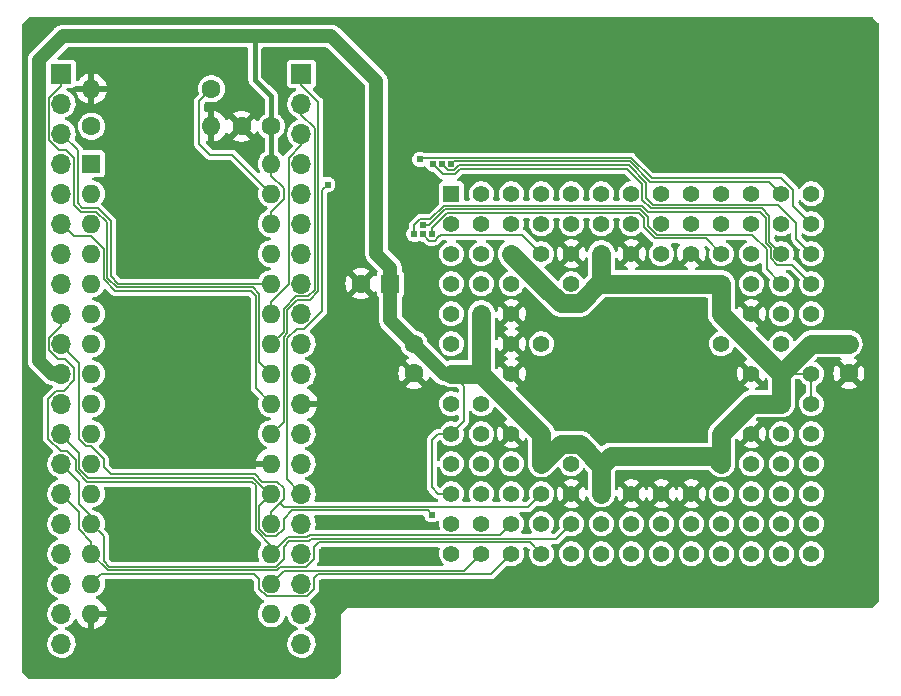
<source format=gtl>
G04 #@! TF.GenerationSoftware,KiCad,Pcbnew,(6.0.10-0)*
G04 #@! TF.CreationDate,2023-02-19T16:13:56+09:00*
G04 #@! TF.ProjectId,MEZ68030RAM,4d455a36-3830-4333-9052-414d2e6b6963,A*
G04 #@! TF.SameCoordinates,PX5f5e100PY8e18f40*
G04 #@! TF.FileFunction,Copper,L1,Top*
G04 #@! TF.FilePolarity,Positive*
%FSLAX46Y46*%
G04 Gerber Fmt 4.6, Leading zero omitted, Abs format (unit mm)*
G04 Created by KiCad (PCBNEW (6.0.10-0)) date 2023-02-19 16:13:56*
%MOMM*%
%LPD*%
G01*
G04 APERTURE LIST*
G04 #@! TA.AperFunction,ComponentPad*
%ADD10C,1.600000*%
G04 #@! TD*
G04 #@! TA.AperFunction,ComponentPad*
%ADD11O,1.600000X1.600000*%
G04 #@! TD*
G04 #@! TA.AperFunction,ComponentPad*
%ADD12R,1.397000X1.397000*%
G04 #@! TD*
G04 #@! TA.AperFunction,ComponentPad*
%ADD13C,1.397000*%
G04 #@! TD*
G04 #@! TA.AperFunction,ComponentPad*
%ADD14R,1.600000X1.600000*%
G04 #@! TD*
G04 #@! TA.AperFunction,ComponentPad*
%ADD15R,1.700000X1.700000*%
G04 #@! TD*
G04 #@! TA.AperFunction,ComponentPad*
%ADD16O,1.700000X1.700000*%
G04 #@! TD*
G04 #@! TA.AperFunction,ViaPad*
%ADD17C,0.605000*%
G04 #@! TD*
G04 #@! TA.AperFunction,Conductor*
%ADD18C,0.152400*%
G04 #@! TD*
G04 #@! TA.AperFunction,Conductor*
%ADD19C,1.200000*%
G04 #@! TD*
G04 #@! TA.AperFunction,Conductor*
%ADD20C,1.600000*%
G04 #@! TD*
G04 #@! TA.AperFunction,Conductor*
%ADD21C,0.400000*%
G04 #@! TD*
G04 APERTURE END LIST*
D10*
X16510000Y50435000D03*
D11*
X6350000Y50435000D03*
D12*
X36830000Y41545000D03*
D13*
X39370000Y41545000D03*
X41910000Y41545000D03*
X44450000Y41545000D03*
X46990000Y41545000D03*
X49530000Y41545000D03*
X52070000Y41545000D03*
X54610000Y41545000D03*
X57150000Y41545000D03*
X59690000Y41545000D03*
X62230000Y41545000D03*
X64770000Y41545000D03*
X67310000Y41545000D03*
X36830000Y39005000D03*
X39370000Y39005000D03*
X41910000Y39005000D03*
X44450000Y39005000D03*
X46990000Y39005000D03*
X49530000Y39005000D03*
X52070000Y39005000D03*
X54610000Y39005000D03*
X57150000Y39005000D03*
X59690000Y39005000D03*
X62230000Y39005000D03*
X64770000Y39005000D03*
X67310000Y39005000D03*
X36830000Y36465000D03*
X39370000Y36465000D03*
X41910000Y36465000D03*
X44450000Y36465000D03*
X46990000Y36465000D03*
X49530000Y36465000D03*
X52070000Y36465000D03*
X54610000Y36465000D03*
X57150000Y36465000D03*
X59690000Y36465000D03*
X62230000Y36465000D03*
X64770000Y36465000D03*
X67310000Y36465000D03*
X36830000Y33925000D03*
X39370000Y33925000D03*
X41910000Y33925000D03*
X44450000Y33925000D03*
X46990000Y33925000D03*
X59690000Y33925000D03*
X62230000Y33925000D03*
X64770000Y33925000D03*
X67310000Y33925000D03*
X36830000Y31385000D03*
X39370000Y31385000D03*
X41910000Y31385000D03*
X62230000Y31385000D03*
X64770000Y31385000D03*
X67310000Y31385000D03*
X36830000Y28845000D03*
X39370000Y28845000D03*
X41910000Y28845000D03*
X44450000Y28845000D03*
X59690000Y28845000D03*
X62230000Y28845000D03*
X64770000Y28845000D03*
X67310000Y28845000D03*
X36830000Y26305000D03*
X39370000Y26305000D03*
X41910000Y26305000D03*
X62230000Y26305000D03*
X64770000Y26305000D03*
X67310000Y26305000D03*
X36830000Y23765000D03*
X39370000Y23765000D03*
X41910000Y23765000D03*
X62230000Y23765000D03*
X64770000Y23765000D03*
X67310000Y23765000D03*
X36830000Y21225000D03*
X39370000Y21225000D03*
X41910000Y21225000D03*
X62230000Y21225000D03*
X64770000Y21225000D03*
X67310000Y21225000D03*
X36830000Y18685000D03*
X39370000Y18685000D03*
X41910000Y18685000D03*
X44450000Y18685000D03*
X46990000Y18685000D03*
X59690000Y18685000D03*
X62230000Y18685000D03*
X64770000Y18685000D03*
X67310000Y18685000D03*
X36830000Y16145000D03*
X39370000Y16145000D03*
X41910000Y16145000D03*
X44450000Y16145000D03*
X46990000Y16145000D03*
X49530000Y16145000D03*
X52070000Y16145000D03*
X54610000Y16145000D03*
X57150000Y16145000D03*
X59690000Y16145000D03*
X62230000Y16145000D03*
X64770000Y16145000D03*
X67310000Y16145000D03*
X36830000Y13605000D03*
X39370000Y13605000D03*
X41910000Y13605000D03*
X44450000Y13605000D03*
X46990000Y13605000D03*
X49530000Y13605000D03*
X52070000Y13605000D03*
X54610000Y13605000D03*
X57150000Y13605000D03*
X59690000Y13605000D03*
X62230000Y13605000D03*
X64770000Y13605000D03*
X67310000Y13605000D03*
X36830000Y11065000D03*
X39370000Y11065000D03*
X41910000Y11065000D03*
X44450000Y11065000D03*
X46990000Y11065000D03*
X49530000Y11065000D03*
X52070000Y11065000D03*
X54610000Y11065000D03*
X57150000Y11065000D03*
X59690000Y11065000D03*
X62230000Y11065000D03*
X64770000Y11065000D03*
X67310000Y11065000D03*
D14*
X6345000Y44085000D03*
D11*
X6345000Y41545000D03*
X6345000Y39005000D03*
X6345000Y36465000D03*
X6345000Y33925000D03*
X6345000Y31385000D03*
X6345000Y28845000D03*
X6345000Y26305000D03*
X6345000Y23765000D03*
X6345000Y21225000D03*
X6345000Y18685000D03*
X6345000Y16145000D03*
X6345000Y13605000D03*
X6345000Y11065000D03*
X6345000Y8525000D03*
X6345000Y5985000D03*
X21585000Y5985000D03*
X21585000Y8525000D03*
X21585000Y11065000D03*
X21585000Y13605000D03*
X21585000Y16145000D03*
X21585000Y18685000D03*
X21585000Y21225000D03*
X21585000Y23765000D03*
X21585000Y26305000D03*
X21585000Y28845000D03*
X21585000Y31385000D03*
X21585000Y33925000D03*
X21585000Y36465000D03*
X21585000Y39005000D03*
X21585000Y41545000D03*
X21585000Y44085000D03*
D14*
X31662400Y33925000D03*
D10*
X29162400Y33925000D03*
X21570000Y47260000D03*
X19070000Y47260000D03*
X6350000Y47260000D03*
D11*
X16510000Y47260000D03*
D10*
X70485000Y28845000D03*
X70485000Y26345000D03*
X33655000Y28825000D03*
X33655000Y26325000D03*
D15*
X24130000Y51705000D03*
D16*
X24130000Y49165000D03*
X24130000Y46625000D03*
X24130000Y44085000D03*
X24130000Y41545000D03*
X24130000Y39005000D03*
X24130000Y36465000D03*
X24130000Y33925000D03*
X24130000Y31385000D03*
X24130000Y28845000D03*
X24130000Y26305000D03*
X24130000Y23765000D03*
X24130000Y21225000D03*
X24130000Y18685000D03*
X24130000Y16145000D03*
X24130000Y13605000D03*
X24130000Y11065000D03*
X24130000Y8525000D03*
X24130000Y5985000D03*
X24130000Y3445000D03*
D15*
X3810000Y51705000D03*
D16*
X3810000Y49165000D03*
X3810000Y46625000D03*
X3810000Y44085000D03*
X3810000Y41545000D03*
X3810000Y39005000D03*
X3810000Y36465000D03*
X3810000Y33925000D03*
X3810000Y31385000D03*
X3810000Y28845000D03*
X3810000Y26305000D03*
X3810000Y23765000D03*
X3810000Y21225000D03*
X3810000Y18685000D03*
X3810000Y16145000D03*
X3810000Y13605000D03*
X3810000Y11065000D03*
X3810000Y8525000D03*
X3810000Y5985000D03*
X3810000Y3445000D03*
D17*
X27940000Y40275000D03*
X43180000Y42815000D03*
X18415000Y31385000D03*
X33655000Y55515000D03*
X29845000Y26940000D03*
X1270000Y55515000D03*
X9525000Y16145000D03*
X21590000Y52975000D03*
X19050000Y51705000D03*
X27940000Y28845000D03*
X33020000Y45355000D03*
X27940000Y45355000D03*
X26035000Y19955000D03*
X71755000Y7255000D03*
X33655000Y11065000D03*
X43180000Y45355000D03*
X21590000Y51705000D03*
X71755000Y55515000D03*
X9525000Y31385000D03*
X27305000Y7255000D03*
X1270000Y25035000D03*
X33020000Y40275000D03*
X9525000Y11065000D03*
X26670000Y1540000D03*
X49530000Y21225000D03*
X34925000Y30115000D03*
X34925000Y32655000D03*
X18415000Y39005000D03*
X1270000Y1540000D03*
X57785000Y21225000D03*
X33655000Y13605000D03*
X50165000Y32020000D03*
X19050000Y52975000D03*
X57785000Y32020000D03*
X9525000Y39005000D03*
X35179000Y38116000D03*
X36792731Y44051100D03*
X35179000Y14382500D03*
X34168809Y44460191D03*
X35278925Y44051100D03*
X36035828Y44051100D03*
X34417000Y38872903D03*
X33660097Y38116000D03*
X34417000Y38116000D03*
X26348800Y42326257D03*
D18*
X22613700Y41062400D02*
X21585000Y40033700D01*
D19*
X26670000Y54880000D02*
X20066000Y54880000D01*
D18*
X21585000Y45695000D02*
X21585000Y46625000D01*
X36830000Y21225000D02*
X37880900Y22275900D01*
D20*
X49530000Y34130274D02*
X49530000Y36465000D01*
D18*
X21585000Y39005000D02*
X21585000Y40033700D01*
D19*
X30480000Y49292000D02*
X30480000Y51070000D01*
D20*
X64770000Y26305000D02*
X62230000Y28845000D01*
X64770000Y26305000D02*
X67310000Y28845000D01*
X59055000Y19320000D02*
X59690000Y18685000D01*
X59690000Y31385000D02*
X62230000Y28845000D01*
D18*
X35153600Y16678400D02*
X35687000Y16145000D01*
D20*
X59690000Y33925000D02*
X59690000Y31385000D01*
X46101000Y32274000D02*
X44450000Y33925000D01*
D19*
X3912600Y54880000D02*
X1902800Y52870200D01*
X30480000Y36465000D02*
X31662380Y35282620D01*
D20*
X39370000Y26305000D02*
X41910000Y23765000D01*
X46101000Y32274000D02*
X47673726Y32274000D01*
X49735274Y33925000D02*
X59690000Y33925000D01*
X47714100Y20335900D02*
X49530000Y18520000D01*
D21*
X21570000Y47260000D02*
X21570000Y45680000D01*
D18*
X36830000Y21225000D02*
X35687000Y21225000D01*
D20*
X39370000Y28845000D02*
X39370000Y31385000D01*
X46100900Y20335900D02*
X44450000Y18685000D01*
D18*
X37880900Y22275900D02*
X37880900Y25254100D01*
X35687000Y21225000D02*
X35153600Y20691600D01*
D19*
X20066000Y54880000D02*
X3912600Y54880000D01*
X31662380Y35282620D02*
X31662380Y33925000D01*
D20*
X49530000Y18520000D02*
X49530000Y16145000D01*
X62230000Y23765000D02*
X64770000Y23765000D01*
D18*
X67310000Y26305000D02*
X64770000Y26305000D01*
D20*
X64770000Y23765000D02*
X64770000Y26305000D01*
D19*
X30480000Y49292000D02*
X30480000Y36465000D01*
D20*
X49530000Y18520000D02*
X50330000Y19320000D01*
D21*
X21570000Y44100000D02*
X21585000Y44085000D01*
D18*
X21585000Y43056300D02*
X22613700Y42027600D01*
D20*
X59690000Y18685000D02*
X59690000Y21225000D01*
D21*
X21570000Y45680000D02*
X21570000Y44100000D01*
D20*
X44450000Y18685000D02*
X44450000Y21225000D01*
D19*
X1902800Y27407200D02*
X3005000Y26305000D01*
D18*
X35687000Y16145000D02*
X36830000Y16145000D01*
X67310000Y26305000D02*
X67310000Y23765000D01*
X37880900Y25254100D02*
X36830000Y26305000D01*
D20*
X50330000Y19320000D02*
X59055000Y19320000D01*
D19*
X31662380Y33925000D02*
X31662380Y30817620D01*
D18*
X21570000Y45680000D02*
X21585000Y45695000D01*
D20*
X36830000Y26305000D02*
X39370000Y26305000D01*
D19*
X1902800Y52870200D02*
X1902800Y27407200D01*
X33655000Y28825000D02*
X36175000Y26305000D01*
D20*
X47714100Y20335900D02*
X46100900Y20335900D01*
D18*
X21585000Y44085000D02*
X21585000Y43056300D01*
D19*
X3005000Y26305000D02*
X3810000Y26305000D01*
D21*
X20193000Y54753000D02*
X20066000Y54880000D01*
D20*
X39370000Y26305000D02*
X39370000Y28845000D01*
D18*
X22613700Y42027600D02*
X22613700Y41062400D01*
D21*
X20193000Y51177000D02*
X20193000Y54753000D01*
D20*
X67310000Y28845000D02*
X70485000Y28845000D01*
D18*
X35153600Y20691600D02*
X35153600Y16678400D01*
D19*
X30480000Y51070000D02*
X26670000Y54880000D01*
D20*
X44450000Y21225000D02*
X41910000Y23765000D01*
X59690000Y21225000D02*
X62230000Y23765000D01*
X47673726Y32274000D02*
X49530000Y34130274D01*
D19*
X31662380Y30817620D02*
X33655000Y28825000D01*
D20*
X49530000Y34130274D02*
X49735274Y33925000D01*
D21*
X21585000Y49785000D02*
X20193000Y51177000D01*
D20*
X44450000Y33925000D02*
X41910000Y36465000D01*
D19*
X36175000Y26305000D02*
X36830000Y26305000D01*
D21*
X21585000Y46625000D02*
X21585000Y49785000D01*
D18*
X4888600Y44531771D02*
X4888600Y40593400D01*
X3363229Y50243600D02*
X2731400Y49611771D01*
X3810000Y50689000D02*
X3364600Y50243600D01*
X7678400Y34424652D02*
X8482852Y33620200D01*
X6771061Y40033600D02*
X7678400Y39126261D01*
X36445982Y39932100D02*
X52693796Y39932100D01*
X52693796Y39932100D02*
X53162200Y39463696D01*
X35179000Y38116000D02*
X35179000Y38665118D01*
X4888600Y40593400D02*
X5448400Y40033600D01*
X7678400Y39126261D02*
X7678400Y34424652D01*
X20556400Y27333600D02*
X21585000Y26305000D01*
X20556400Y33053600D02*
X20556400Y27333600D01*
X4179071Y45241300D02*
X4888600Y44531771D01*
X5448400Y40033600D02*
X6771061Y40033600D01*
X53162200Y39463696D02*
X53162200Y38710630D01*
X3364600Y50243600D02*
X3363229Y50243600D01*
X3608700Y45241300D02*
X4179071Y45241300D01*
X19989800Y33620200D02*
X20556400Y33053600D01*
X8482852Y33620200D02*
X19989800Y33620200D01*
X53162200Y38710630D02*
X54099730Y37773100D01*
X54099730Y37773100D02*
X58381900Y37773100D01*
X3810000Y51705000D02*
X3810000Y50689000D01*
X58381900Y37773100D02*
X59690000Y36465000D01*
X35179000Y38665118D02*
X36445982Y39932100D01*
X2731400Y49611771D02*
X2731400Y46118600D01*
X2731400Y46118600D02*
X3608700Y45241300D01*
X51942374Y44276900D02*
X53658274Y42561000D01*
X6897313Y40338400D02*
X7983200Y39252513D01*
X7983200Y39252513D02*
X7983200Y34550904D01*
X7983200Y34550904D02*
X8609104Y33925000D01*
X8609104Y33925000D02*
X21585000Y33925000D01*
X5193400Y45241600D02*
X5193400Y40719652D01*
X63754000Y42561000D02*
X64770000Y41545000D01*
X53658274Y42561000D02*
X63754000Y42561000D01*
X37018531Y44276900D02*
X51942374Y44276900D01*
X3810000Y46625000D02*
X5193400Y45241600D01*
X5193400Y40719652D02*
X5574652Y40338400D01*
X5574652Y40338400D02*
X6897313Y40338400D01*
X36792731Y44051100D02*
X37018531Y44276900D01*
X18283000Y44847000D02*
X21585000Y41545000D01*
X15481400Y45748600D02*
X16383000Y44847000D01*
X15481400Y49406400D02*
X15481400Y45748600D01*
X16510000Y50435000D02*
X15481400Y49406400D01*
X16383000Y44847000D02*
X18283000Y44847000D01*
X22677200Y9617200D02*
X37922200Y9617200D01*
X21585000Y8525000D02*
X22677200Y9617200D01*
X37922200Y9617200D02*
X39370000Y11065000D01*
X4888800Y26776100D02*
X4089900Y27575000D01*
X24815800Y12639800D02*
X24638000Y12462000D01*
X19926400Y17173600D02*
X5956400Y17173600D01*
X41910000Y13605000D02*
X40944800Y12639800D01*
X3810000Y30369000D02*
X3810000Y31385000D01*
X3736600Y19763800D02*
X2691300Y20809100D01*
X3364600Y29923600D02*
X3810000Y30369000D01*
X4089900Y27575000D02*
X3509700Y27575000D01*
X24638000Y12462000D02*
X22982000Y12462000D01*
X2731300Y28353400D02*
X2731300Y29291671D01*
X40944800Y12639800D02*
X24815800Y12639800D01*
X22982000Y12462000D02*
X21585000Y11065000D01*
X2731300Y29291671D02*
X3363229Y29923600D01*
X4888800Y25732800D02*
X4888800Y26776100D01*
X3509700Y27575000D02*
X2731300Y28353400D01*
X2691300Y20809100D02*
X2691300Y24171671D01*
X3363229Y24843600D02*
X3999600Y24843600D01*
X21585000Y11065000D02*
X21585000Y11719287D01*
X4256571Y19763800D02*
X3736600Y19763800D01*
X3999600Y24843600D02*
X4888800Y25732800D01*
X20251600Y13052687D02*
X20251600Y16848400D01*
X5011600Y18118400D02*
X5011600Y19008771D01*
X3363229Y29923600D02*
X3364600Y29923600D01*
X2691300Y24171671D02*
X3363229Y24843600D01*
X5956400Y17173600D02*
X5011600Y18118400D01*
X5011600Y19008771D02*
X4256571Y19763800D01*
X21585000Y11719287D02*
X20251600Y13052687D01*
X20251600Y16848400D02*
X19926400Y17173600D01*
X22689200Y15047300D02*
X22343900Y15392600D01*
X43352300Y15047300D02*
X22689200Y15047300D01*
X5316400Y20798939D02*
X5918939Y20196400D01*
X22343900Y15392600D02*
X21585000Y14633700D01*
X20178904Y17783200D02*
X20788504Y17173600D01*
X44450000Y16145000D02*
X43352300Y15047300D01*
X5316400Y27211600D02*
X5316400Y20798939D01*
X22613600Y15662300D02*
X22343900Y15392600D01*
X3810000Y28718000D02*
X5316400Y27211600D01*
X22613600Y16645400D02*
X22613600Y15662300D01*
X22085400Y17173600D02*
X22613600Y16645400D01*
X8013800Y17783200D02*
X20178904Y17783200D01*
X7373600Y19111061D02*
X7373600Y18423400D01*
X6288261Y20196400D02*
X7373600Y19111061D01*
X21585000Y13605000D02*
X21585000Y14633700D01*
X3810000Y28845000D02*
X3810000Y28718000D01*
X5918939Y20196400D02*
X6288261Y20196400D01*
X20788504Y17173600D02*
X22085400Y17173600D01*
X7373600Y18423400D02*
X8013800Y17783200D01*
X25208600Y8078229D02*
X25208600Y8968600D01*
X20556400Y8923600D02*
X20556400Y8098939D01*
X6345000Y8525000D02*
X6350000Y8525000D01*
X20556400Y8098939D02*
X21208939Y7446400D01*
X6350000Y8525000D02*
X7188200Y9363200D01*
X21208939Y7446400D02*
X24576771Y7446400D01*
X25208600Y8968600D02*
X25552400Y9312400D01*
X7188200Y9363200D02*
X20116800Y9363200D01*
X25552400Y9312400D02*
X40157400Y9312400D01*
X20116800Y9363200D02*
X20556400Y8923600D01*
X24576771Y7446400D02*
X25208600Y8078229D01*
X40157400Y9312400D02*
X41910000Y11065000D01*
X21158939Y12576400D02*
X20556400Y13178939D01*
X21386052Y16145000D02*
X21585000Y16145000D01*
X20556400Y13178939D02*
X20556400Y15116400D01*
X3810000Y21225000D02*
X3810000Y21098000D01*
X3810000Y21098000D02*
X5316400Y19591600D01*
X35179000Y14382500D02*
X34819000Y14742500D01*
X22011061Y12576400D02*
X21158939Y12576400D01*
X20556400Y15116400D02*
X21585000Y16145000D01*
X34819000Y14742500D02*
X23325039Y14742500D01*
X22613600Y13178939D02*
X22011061Y12576400D01*
X6096939Y17478400D02*
X20052652Y17478400D01*
X5316400Y19591600D02*
X5316400Y18258939D01*
X20052652Y17478400D02*
X21386052Y16145000D01*
X23325039Y14742500D02*
X22613600Y14031061D01*
X5316400Y18258939D02*
X6096939Y17478400D01*
X22613600Y14031061D02*
X22613600Y13178939D01*
X23108252Y12157200D02*
X24764252Y12157200D01*
X24764252Y12157200D02*
X24942052Y12335000D01*
X5316400Y17178600D02*
X5316400Y15273600D01*
X7373600Y12576400D02*
X7373600Y10467452D01*
X3810000Y18685000D02*
X5316400Y17178600D01*
X21947461Y9972800D02*
X22613600Y10638939D01*
X24942052Y12335000D02*
X45720000Y12335000D01*
X45720000Y12335000D02*
X46990000Y13605000D01*
X7868252Y9972800D02*
X21947461Y9972800D01*
X6345000Y13605000D02*
X7373600Y12576400D01*
X7373600Y10467452D02*
X7868252Y9972800D01*
X6345000Y14245000D02*
X6345000Y13605000D01*
X22613600Y10638939D02*
X22613600Y11662548D01*
X22613600Y11662548D02*
X23108252Y12157200D01*
X5316400Y15273600D02*
X6345000Y14245000D01*
X25208600Y10618229D02*
X24512371Y9922000D01*
X3810000Y16145000D02*
X5316300Y14638700D01*
X6345000Y12093700D02*
X6345000Y11065000D01*
X43485000Y12030000D02*
X35857304Y12030000D01*
X5316300Y14638700D02*
X5316300Y13122400D01*
X25603200Y12030200D02*
X25208600Y11635600D01*
X44450000Y11065000D02*
X43485000Y12030000D01*
X22327713Y9922000D02*
X22073713Y9668000D01*
X24512371Y9922000D02*
X22327713Y9922000D01*
X7742000Y9668000D02*
X6345000Y11065000D01*
X35857304Y12030000D02*
X35857104Y12030200D01*
X5316300Y13122400D02*
X6345000Y12093700D01*
X22073713Y9668000D02*
X7742000Y9668000D01*
X25208600Y11635600D02*
X25208600Y10618229D01*
X35857104Y12030200D02*
X25603200Y12030200D01*
X19863548Y33315400D02*
X20251600Y32927348D01*
X3810000Y39005000D02*
X4838600Y37976400D01*
X8356600Y33315400D02*
X19863548Y33315400D01*
X20251600Y25098400D02*
X21585000Y23765000D01*
X4838600Y37976400D02*
X6288261Y37976400D01*
X7373600Y34298400D02*
X8356600Y33315400D01*
X20251600Y32927348D02*
X20251600Y25098400D01*
X7373600Y36891061D02*
X7373600Y34298400D01*
X6288261Y37976400D02*
X7373600Y36891061D01*
X22613600Y29442548D02*
X22613600Y22253600D01*
X25561300Y49329800D02*
X25561300Y33274248D01*
X24130000Y51705000D02*
X24130000Y50761100D01*
X23761229Y32541600D02*
X22918500Y31698871D01*
X22918500Y29747448D02*
X22613600Y29442548D01*
X22613600Y22253600D02*
X21585000Y21225000D01*
X24130000Y50761100D02*
X25561300Y49329800D01*
X24828652Y32541600D02*
X23761229Y32541600D01*
X22918500Y31698871D02*
X22918500Y29747448D01*
X25561300Y33274248D02*
X24828652Y32541600D01*
X23634977Y32846400D02*
X22613700Y31825123D01*
X25256300Y33400300D02*
X24702400Y32846400D01*
X24702400Y32846400D02*
X23634977Y32846400D01*
X22613700Y31825123D02*
X22613700Y29873700D01*
X24130000Y49165000D02*
X24130000Y48221100D01*
X25256300Y47094800D02*
X25256300Y33400300D01*
X24130000Y48221100D02*
X25256300Y47094800D01*
X22613700Y29873700D02*
X21585000Y28845000D01*
X23051300Y44562450D02*
X23051300Y33880000D01*
X21585000Y32413700D02*
X21585000Y31385000D01*
X24130000Y46625000D02*
X24130000Y45641150D01*
X24130000Y45641150D02*
X23051300Y44562450D01*
X23051300Y33880000D02*
X21585000Y32413700D01*
X65786000Y41840118D02*
X65786000Y40529000D01*
X34202502Y44460191D02*
X34324011Y44581700D01*
X52068626Y44581700D02*
X53784526Y42865800D01*
X53784526Y42865800D02*
X64760318Y42865800D01*
X34324011Y44581700D02*
X52068626Y44581700D01*
X34168809Y44460191D02*
X34202502Y44460191D01*
X64760318Y42865800D02*
X65786000Y41840118D01*
X65786000Y40529000D02*
X67310000Y39005000D01*
X63080900Y40313100D02*
X63754000Y39640000D01*
X51703970Y43653200D02*
X52997100Y42360070D01*
X63754000Y37481000D02*
X64770000Y36465000D01*
X63754000Y39640000D02*
X63754000Y37481000D01*
X53682900Y40313100D02*
X63080900Y40313100D01*
X52997100Y42360070D02*
X52997100Y40998900D01*
X35278925Y44051100D02*
X36114825Y43215200D01*
X52997100Y40998900D02*
X53682900Y40313100D01*
X37576972Y43653200D02*
X51703970Y43653200D01*
X37138972Y43215200D02*
X37576972Y43653200D01*
X36114825Y43215200D02*
X37138972Y43215200D01*
X37450720Y43958000D02*
X51830222Y43958000D01*
X36566928Y43520000D02*
X37012720Y43520000D01*
X64495700Y40617900D02*
X66040000Y39073600D01*
X66040000Y39073600D02*
X66040000Y37735000D01*
X51830222Y43958000D02*
X53301900Y42486322D01*
X53301900Y42486322D02*
X53301900Y41202100D01*
X36035828Y44051100D02*
X36566928Y43520000D01*
X53886100Y40617900D02*
X64495700Y40617900D01*
X37012720Y43520000D02*
X37450720Y43958000D01*
X53301900Y41202100D02*
X53886100Y40617900D01*
X66040000Y37735000D02*
X67310000Y36465000D01*
X34417000Y38872903D02*
X34955733Y38872903D01*
X34955733Y38872903D02*
X36319730Y40236900D01*
X53467000Y39589948D02*
X53467000Y38836882D01*
X36319730Y40236900D02*
X52820048Y40236900D01*
X62294996Y38077900D02*
X63538100Y36834796D01*
X63538100Y35156900D02*
X64770000Y33925000D01*
X52820048Y40236900D02*
X53467000Y39589948D01*
X53467000Y38836882D02*
X54225982Y38077900D01*
X54225982Y38077900D02*
X62294996Y38077900D01*
X63538100Y36834796D02*
X63538100Y35156900D01*
X63449200Y37354748D02*
X63842900Y36961048D01*
X62954648Y40008300D02*
X63449200Y39513748D01*
X34197011Y39404003D02*
X35055781Y39404003D01*
X63842900Y36080982D02*
X64385982Y35537900D01*
X52946300Y40541700D02*
X53479700Y40008300D01*
X63449200Y39513748D02*
X63449200Y37354748D01*
X35055781Y39404003D02*
X36193478Y40541700D01*
X64385982Y35537900D02*
X65697100Y35537900D01*
X65697100Y35537900D02*
X67310000Y33925000D01*
X33660097Y38867089D02*
X34197011Y39404003D01*
X33660097Y38116000D02*
X33660097Y38867089D01*
X36193478Y40541700D02*
X52946300Y40541700D01*
X63842900Y36961048D02*
X63842900Y36080982D01*
X53479700Y40008300D02*
X62954648Y40008300D01*
X35721011Y37896011D02*
X35902900Y38077900D01*
X35902900Y38077900D02*
X42837100Y38077900D01*
X35398989Y37584900D02*
X35710100Y37896011D01*
X34417000Y38116000D02*
X34948100Y37584900D01*
X34948100Y37584900D02*
X35398989Y37584900D01*
X35710100Y37896011D02*
X35721011Y37896011D01*
X42837100Y38077900D02*
X44450000Y36465000D01*
X23738800Y30115000D02*
X22918400Y29294600D01*
X25866100Y31595729D02*
X24385371Y30115000D01*
X26348800Y42326257D02*
X25866100Y41843557D01*
X24385371Y30115000D02*
X23738800Y30115000D01*
X25866100Y41843557D02*
X25866100Y31595729D01*
X22918400Y29294600D02*
X22918400Y17356600D01*
X22918400Y17356600D02*
X24130000Y16145000D01*
G04 #@! TA.AperFunction,Conductor*
G36*
X72515931Y56479998D02*
G01*
X72536905Y56463095D01*
X72963095Y56036905D01*
X72997121Y55974593D01*
X73000000Y55947810D01*
X73000000Y7052190D01*
X72979998Y6984069D01*
X72963095Y6963095D01*
X72536905Y6536905D01*
X72474593Y6502879D01*
X72447810Y6500000D01*
X28000000Y6500000D01*
X27500000Y6000000D01*
X27500000Y1052190D01*
X27479998Y984069D01*
X27463095Y963095D01*
X27036905Y536905D01*
X26974593Y502879D01*
X26947810Y500000D01*
X1052190Y500000D01*
X984069Y520002D01*
X963095Y536905D01*
X536905Y963095D01*
X502879Y1025407D01*
X500000Y1052190D01*
X500000Y52846858D01*
X947683Y52846858D01*
X948483Y52840526D01*
X951306Y52818179D01*
X952300Y52802387D01*
X952300Y27422632D01*
X952251Y27419114D01*
X950157Y27344121D01*
X949964Y27337228D01*
X959875Y27281021D01*
X961143Y27271878D01*
X966912Y27215090D01*
X973504Y27194055D01*
X974966Y27189389D01*
X978816Y27173593D01*
X982385Y27153353D01*
X982387Y27153344D01*
X983495Y27147063D01*
X985844Y27141130D01*
X1004506Y27093994D01*
X1007588Y27085291D01*
X1024656Y27030827D01*
X1027750Y27025244D01*
X1027751Y27025243D01*
X1037718Y27007262D01*
X1044662Y26992571D01*
X1054579Y26967525D01*
X1068047Y26946944D01*
X1085828Y26919772D01*
X1090598Y26911864D01*
X1106669Y26882871D01*
X1118272Y26861939D01*
X1122426Y26857093D01*
X1122427Y26857091D01*
X1135801Y26841488D01*
X1145566Y26828482D01*
X1160313Y26805946D01*
X1164558Y26801232D01*
X1201343Y26764447D01*
X1207916Y26757350D01*
X1243936Y26715325D01*
X1266786Y26697600D01*
X1278648Y26687142D01*
X2321979Y25643811D01*
X2324431Y25641290D01*
X2380721Y25581765D01*
X2385950Y25578104D01*
X2385953Y25578101D01*
X2427475Y25549027D01*
X2434839Y25543457D01*
X2474120Y25511421D01*
X2479069Y25507385D01*
X2502950Y25494900D01*
X2516832Y25486460D01*
X2538898Y25471009D01*
X2591293Y25448336D01*
X2599591Y25444378D01*
X2650194Y25417923D01*
X2656333Y25416163D01*
X2656332Y25416163D01*
X2676087Y25410498D01*
X2691400Y25405015D01*
X2710251Y25396857D01*
X2710256Y25396855D01*
X2716115Y25394320D01*
X2772000Y25382645D01*
X2780916Y25380439D01*
X2835813Y25364697D01*
X2862682Y25362629D01*
X2878772Y25360339D01*
X2892892Y25357389D01*
X2900388Y25355823D01*
X2900391Y25355823D01*
X2905133Y25354832D01*
X2911468Y25354500D01*
X2963494Y25354500D01*
X2973197Y25354126D01*
X2974906Y25353994D01*
X3041284Y25328805D01*
X3083507Y25271729D01*
X3088169Y25200885D01*
X3050732Y25135844D01*
X3026458Y25113405D01*
X3022919Y25107313D01*
X3017960Y25101776D01*
X2412778Y24496594D01*
X2401688Y24486739D01*
X2384134Y24472901D01*
X2384130Y24472897D01*
X2376735Y24467067D01*
X2345143Y24421356D01*
X2342910Y24418233D01*
X2309938Y24373592D01*
X2307673Y24367142D01*
X2303783Y24361514D01*
X2300945Y24352539D01*
X2300942Y24352534D01*
X2287056Y24308625D01*
X2285803Y24304868D01*
X2270543Y24261416D01*
X2270542Y24261413D01*
X2267423Y24252530D01*
X2267154Y24245694D01*
X2265093Y24239176D01*
X2264600Y24232912D01*
X2264600Y24183151D01*
X2264503Y24178205D01*
X2262386Y24124319D01*
X2264192Y24117508D01*
X2264600Y24110093D01*
X2264600Y20841910D01*
X2263727Y20827102D01*
X2259992Y20795545D01*
X2261684Y20786283D01*
X2261684Y20786274D01*
X2269963Y20740948D01*
X2270614Y20737040D01*
X2278856Y20682216D01*
X2281816Y20676052D01*
X2283045Y20669323D01*
X2308622Y20620085D01*
X2310379Y20616569D01*
X2330320Y20575041D01*
X2330322Y20575037D01*
X2334398Y20566550D01*
X2339041Y20561528D01*
X2342193Y20555459D01*
X2346274Y20550681D01*
X2381449Y20515506D01*
X2384878Y20511941D01*
X2421495Y20472329D01*
X2427587Y20468790D01*
X2433124Y20463831D01*
X3078261Y19818694D01*
X3112287Y19756382D01*
X3107222Y19685567D01*
X3072244Y19634869D01*
X2935457Y19514910D01*
X2798863Y19341640D01*
X2696131Y19146380D01*
X2630703Y18935667D01*
X2604770Y18716560D01*
X2619200Y18496396D01*
X2620621Y18490800D01*
X2620622Y18490795D01*
X2661979Y18327953D01*
X2673511Y18282548D01*
X2675928Y18277306D01*
X2675928Y18277305D01*
X2714046Y18194621D01*
X2765883Y18082179D01*
X2893222Y17901998D01*
X3051264Y17748039D01*
X3056060Y17744834D01*
X3056063Y17744832D01*
X3186890Y17657417D01*
X3234717Y17625460D01*
X3240020Y17623182D01*
X3240023Y17623180D01*
X3431927Y17540732D01*
X3437436Y17538365D01*
X3443071Y17537090D01*
X3443074Y17537089D01*
X3444484Y17536770D01*
X3445083Y17536436D01*
X3448562Y17535306D01*
X3448340Y17534623D01*
X3506511Y17502228D01*
X3540016Y17439634D01*
X3534362Y17368863D01*
X3491344Y17312384D01*
X3460287Y17295665D01*
X3296376Y17235196D01*
X3296368Y17235192D01*
X3290957Y17233196D01*
X3285996Y17230244D01*
X3285995Y17230244D01*
X3144245Y17145911D01*
X3101341Y17120386D01*
X2935457Y16974910D01*
X2798863Y16801640D01*
X2696131Y16606380D01*
X2630703Y16395667D01*
X2604770Y16176560D01*
X2619200Y15956396D01*
X2620621Y15950800D01*
X2620622Y15950795D01*
X2668881Y15760779D01*
X2673511Y15742548D01*
X2675928Y15737306D01*
X2675928Y15737305D01*
X2706955Y15670002D01*
X2765883Y15542179D01*
X2893222Y15361998D01*
X3051264Y15208039D01*
X3056060Y15204834D01*
X3056063Y15204832D01*
X3182729Y15120197D01*
X3234717Y15085460D01*
X3240020Y15083182D01*
X3240023Y15083180D01*
X3386318Y15020327D01*
X3437436Y14998365D01*
X3443071Y14997090D01*
X3443074Y14997089D01*
X3444484Y14996770D01*
X3445083Y14996436D01*
X3448562Y14995306D01*
X3448340Y14994623D01*
X3506511Y14962228D01*
X3540016Y14899634D01*
X3534362Y14828863D01*
X3491344Y14772384D01*
X3460287Y14755665D01*
X3296376Y14695196D01*
X3296368Y14695192D01*
X3290957Y14693196D01*
X3285996Y14690244D01*
X3285995Y14690244D01*
X3110302Y14585717D01*
X3101341Y14580386D01*
X2935457Y14434910D01*
X2798863Y14261640D01*
X2696131Y14066380D01*
X2630703Y13855667D01*
X2604770Y13636560D01*
X2619200Y13416396D01*
X2620621Y13410800D01*
X2620622Y13410795D01*
X2649475Y13297188D01*
X2673511Y13202548D01*
X2675928Y13197306D01*
X2675928Y13197305D01*
X2688097Y13170908D01*
X2765883Y13002179D01*
X2893222Y12821998D01*
X3051264Y12668039D01*
X3056060Y12664834D01*
X3056063Y12664832D01*
X3140261Y12608573D01*
X3234717Y12545460D01*
X3240020Y12543182D01*
X3240023Y12543180D01*
X3432129Y12460645D01*
X3437436Y12458365D01*
X3443071Y12457090D01*
X3443074Y12457089D01*
X3444484Y12456770D01*
X3445083Y12456436D01*
X3448562Y12455306D01*
X3448340Y12454623D01*
X3506511Y12422228D01*
X3540016Y12359634D01*
X3534362Y12288863D01*
X3491344Y12232384D01*
X3460287Y12215665D01*
X3296376Y12155196D01*
X3296368Y12155192D01*
X3290957Y12153196D01*
X3285996Y12150244D01*
X3285995Y12150244D01*
X3162588Y12076824D01*
X3101341Y12040386D01*
X2935457Y11894910D01*
X2798863Y11721640D01*
X2696131Y11526380D01*
X2630703Y11315667D01*
X2604770Y11096560D01*
X2619200Y10876396D01*
X2620621Y10870800D01*
X2620622Y10870795D01*
X2670620Y10673931D01*
X2673511Y10662548D01*
X2675928Y10657306D01*
X2675928Y10657305D01*
X2712373Y10578251D01*
X2765883Y10462179D01*
X2893222Y10281998D01*
X3051264Y10128039D01*
X3056060Y10124834D01*
X3056063Y10124832D01*
X3175022Y10045347D01*
X3234717Y10005460D01*
X3240020Y10003182D01*
X3240023Y10003180D01*
X3430169Y9921487D01*
X3437436Y9918365D01*
X3443071Y9917090D01*
X3443074Y9917089D01*
X3444484Y9916770D01*
X3445083Y9916436D01*
X3448562Y9915306D01*
X3448340Y9914623D01*
X3506511Y9882228D01*
X3540016Y9819634D01*
X3534362Y9748863D01*
X3491344Y9692384D01*
X3460287Y9675665D01*
X3296376Y9615196D01*
X3296368Y9615192D01*
X3290957Y9613196D01*
X3101341Y9500386D01*
X2935457Y9354910D01*
X2798863Y9181640D01*
X2696131Y8986380D01*
X2630703Y8775667D01*
X2604770Y8556560D01*
X2619200Y8336396D01*
X2620621Y8330800D01*
X2620622Y8330795D01*
X2670620Y8133931D01*
X2673511Y8122548D01*
X2675928Y8117306D01*
X2675928Y8117305D01*
X2742890Y7972055D01*
X2765883Y7922179D01*
X2893222Y7741998D01*
X3051264Y7588039D01*
X3056060Y7584834D01*
X3056063Y7584832D01*
X3140261Y7528573D01*
X3234717Y7465460D01*
X3240020Y7463182D01*
X3240023Y7463180D01*
X3359630Y7411793D01*
X3437436Y7378365D01*
X3443071Y7377090D01*
X3443074Y7377089D01*
X3444484Y7376770D01*
X3445083Y7376436D01*
X3448562Y7375306D01*
X3448340Y7374623D01*
X3506511Y7342228D01*
X3540016Y7279634D01*
X3534362Y7208863D01*
X3491344Y7152384D01*
X3460287Y7135665D01*
X3296376Y7075196D01*
X3296368Y7075192D01*
X3290957Y7073196D01*
X3285996Y7070244D01*
X3285995Y7070244D01*
X3199743Y7018929D01*
X3101341Y6960386D01*
X2935457Y6814910D01*
X2798863Y6641640D01*
X2696131Y6446380D01*
X2630703Y6235667D01*
X2604770Y6016560D01*
X2619200Y5796396D01*
X2620621Y5790800D01*
X2620622Y5790795D01*
X2672090Y5588143D01*
X2673511Y5582548D01*
X2675928Y5577306D01*
X2675928Y5577305D01*
X2714046Y5494621D01*
X2765883Y5382179D01*
X2893222Y5201998D01*
X3051264Y5048039D01*
X3056060Y5044834D01*
X3056063Y5044832D01*
X3140261Y4988573D01*
X3234717Y4925460D01*
X3240020Y4923182D01*
X3240023Y4923180D01*
X3431929Y4840731D01*
X3437436Y4838365D01*
X3443071Y4837090D01*
X3443074Y4837089D01*
X3444484Y4836770D01*
X3445083Y4836436D01*
X3448562Y4835306D01*
X3448340Y4834623D01*
X3506511Y4802228D01*
X3540016Y4739634D01*
X3534362Y4668863D01*
X3491344Y4612384D01*
X3460287Y4595665D01*
X3296376Y4535196D01*
X3296368Y4535192D01*
X3290957Y4533196D01*
X3101341Y4420386D01*
X2935457Y4274910D01*
X2798863Y4101640D01*
X2696131Y3906380D01*
X2630703Y3695667D01*
X2604770Y3476560D01*
X2619200Y3256396D01*
X2620621Y3250800D01*
X2620622Y3250795D01*
X2672090Y3048143D01*
X2673511Y3042548D01*
X2675928Y3037306D01*
X2675928Y3037305D01*
X2714046Y2954621D01*
X2765883Y2842179D01*
X2893222Y2661998D01*
X3051264Y2508039D01*
X3056060Y2504834D01*
X3056063Y2504832D01*
X3140261Y2448573D01*
X3234717Y2385460D01*
X3240020Y2383182D01*
X3240023Y2383180D01*
X3432129Y2300645D01*
X3437436Y2298365D01*
X3517088Y2280342D01*
X3646995Y2250946D01*
X3647001Y2250945D01*
X3652632Y2249671D01*
X3658403Y2249444D01*
X3658405Y2249444D01*
X3726211Y2246780D01*
X3873098Y2241009D01*
X3982275Y2256839D01*
X4085738Y2271840D01*
X4085743Y2271841D01*
X4091452Y2272669D01*
X4096916Y2274524D01*
X4096921Y2274525D01*
X4294907Y2341732D01*
X4294912Y2341734D01*
X4300379Y2343590D01*
X4492884Y2451398D01*
X4662518Y2592482D01*
X4803602Y2762116D01*
X4911410Y2954621D01*
X4913266Y2960088D01*
X4913268Y2960093D01*
X4980475Y3158079D01*
X4980476Y3158084D01*
X4982331Y3163548D01*
X4983159Y3169257D01*
X4983160Y3169262D01*
X5013458Y3378228D01*
X5013991Y3381902D01*
X5015643Y3445000D01*
X4995454Y3664711D01*
X4935565Y3877064D01*
X4837980Y4074947D01*
X4705967Y4251733D01*
X4543949Y4401501D01*
X4357350Y4519236D01*
X4154955Y4599983D01*
X4099096Y4643804D01*
X4075795Y4710868D01*
X4092451Y4779883D01*
X4143775Y4828937D01*
X4161144Y4836326D01*
X4294907Y4881732D01*
X4294912Y4881734D01*
X4300379Y4883590D01*
X4492884Y4991398D01*
X4539243Y5029954D01*
X4658086Y5128796D01*
X4662518Y5132482D01*
X4724256Y5206713D01*
X4799908Y5297674D01*
X4799910Y5297677D01*
X4803602Y5302116D01*
X4865437Y5412531D01*
X4910749Y5493440D01*
X4961486Y5543102D01*
X5031017Y5557449D01*
X5097268Y5531928D01*
X5134878Y5485124D01*
X5205586Y5333489D01*
X5211069Y5323993D01*
X5336028Y5145533D01*
X5343084Y5137125D01*
X5497125Y4983084D01*
X5505533Y4976028D01*
X5683993Y4851069D01*
X5693489Y4845586D01*
X5890947Y4753510D01*
X5901239Y4749764D01*
X6073503Y4703606D01*
X6087599Y4703942D01*
X6091000Y4711884D01*
X6091000Y4717033D01*
X6599000Y4717033D01*
X6602973Y4703502D01*
X6611522Y4702273D01*
X6788761Y4749764D01*
X6799053Y4753510D01*
X6996511Y4845586D01*
X7006007Y4851069D01*
X7184467Y4976028D01*
X7192875Y4983084D01*
X7346916Y5137125D01*
X7353972Y5145533D01*
X7478931Y5323993D01*
X7484414Y5333489D01*
X7576490Y5530947D01*
X7580236Y5541239D01*
X7626394Y5713503D01*
X7626058Y5727599D01*
X7618116Y5731000D01*
X6617115Y5731000D01*
X6601876Y5726525D01*
X6600671Y5725135D01*
X6599000Y5717452D01*
X6599000Y4717033D01*
X6091000Y4717033D01*
X6091000Y6113000D01*
X6111002Y6181121D01*
X6164658Y6227614D01*
X6217000Y6239000D01*
X7612967Y6239000D01*
X7626498Y6242973D01*
X7627727Y6251522D01*
X7580236Y6428761D01*
X7576490Y6439053D01*
X7484414Y6636511D01*
X7478931Y6646007D01*
X7353972Y6824467D01*
X7346916Y6832875D01*
X7192875Y6986916D01*
X7184467Y6993972D01*
X7006007Y7118931D01*
X6996511Y7124414D01*
X6799050Y7216491D01*
X6783783Y7222048D01*
X6726611Y7264142D01*
X6701273Y7330463D01*
X6715814Y7399955D01*
X6765616Y7450554D01*
X6786368Y7459759D01*
X6814955Y7469463D01*
X6819998Y7472287D01*
X6994395Y7569954D01*
X6994399Y7569957D01*
X6999442Y7572781D01*
X7162012Y7707988D01*
X7297219Y7870558D01*
X7300043Y7875601D01*
X7300046Y7875605D01*
X7397713Y8050002D01*
X7397714Y8050004D01*
X7400537Y8055045D01*
X7402393Y8060512D01*
X7402395Y8060517D01*
X7466647Y8249800D01*
X7468504Y8255270D01*
X7470083Y8266155D01*
X7498314Y8460860D01*
X7498314Y8460862D01*
X7498846Y8464530D01*
X7500429Y8525000D01*
X7481081Y8735560D01*
X7479515Y8741111D01*
X7479514Y8741119D01*
X7469592Y8776300D01*
X7470353Y8847293D01*
X7509375Y8906604D01*
X7574269Y8935403D01*
X7590862Y8936500D01*
X19887865Y8936500D01*
X19955986Y8916498D01*
X19976960Y8899595D01*
X20092795Y8783760D01*
X20126821Y8721448D01*
X20129700Y8694665D01*
X20129700Y8131749D01*
X20128827Y8116941D01*
X20125092Y8085384D01*
X20126784Y8076122D01*
X20126784Y8076113D01*
X20135063Y8030787D01*
X20135714Y8026879D01*
X20143956Y7972055D01*
X20146916Y7965891D01*
X20148145Y7959162D01*
X20173722Y7909924D01*
X20175479Y7906408D01*
X20195420Y7864880D01*
X20195422Y7864876D01*
X20199498Y7856389D01*
X20204141Y7851367D01*
X20207293Y7845298D01*
X20211374Y7840520D01*
X20246549Y7805345D01*
X20249978Y7801780D01*
X20286595Y7762168D01*
X20292687Y7758629D01*
X20298224Y7753670D01*
X20884016Y7167878D01*
X20893871Y7156788D01*
X20907709Y7139234D01*
X20907713Y7139230D01*
X20913543Y7131835D01*
X20921291Y7126480D01*
X20928062Y7120122D01*
X20964028Y7058909D01*
X20961191Y6987970D01*
X20920451Y6929825D01*
X20915356Y6926301D01*
X20915494Y6926111D01*
X20910822Y6922717D01*
X20905856Y6919762D01*
X20746881Y6780345D01*
X20615976Y6614292D01*
X20613287Y6609181D01*
X20613285Y6609178D01*
X20599792Y6583531D01*
X20517523Y6427164D01*
X20454820Y6225227D01*
X20429967Y6015246D01*
X20443796Y5804251D01*
X20445217Y5798655D01*
X20445218Y5798650D01*
X20479816Y5662423D01*
X20495845Y5599310D01*
X20498262Y5594067D01*
X20544107Y5494621D01*
X20584369Y5407286D01*
X20706405Y5234609D01*
X20857865Y5087063D01*
X20862661Y5083858D01*
X20862664Y5083856D01*
X20995509Y4995092D01*
X21033677Y4969589D01*
X21038985Y4967308D01*
X21038986Y4967308D01*
X21222650Y4888400D01*
X21222653Y4888399D01*
X21227953Y4886122D01*
X21233582Y4884848D01*
X21233583Y4884848D01*
X21428550Y4840731D01*
X21428553Y4840731D01*
X21434186Y4839456D01*
X21439957Y4839229D01*
X21439959Y4839229D01*
X21501989Y4836792D01*
X21645470Y4831154D01*
X21651179Y4831982D01*
X21651183Y4831982D01*
X21849015Y4860667D01*
X21849019Y4860668D01*
X21854730Y4861496D01*
X21933987Y4888400D01*
X22049483Y4927605D01*
X22049488Y4927607D01*
X22054955Y4929463D01*
X22059998Y4932287D01*
X22234395Y5029954D01*
X22234399Y5029957D01*
X22239442Y5032781D01*
X22402012Y5167988D01*
X22537219Y5330558D01*
X22540043Y5335601D01*
X22540046Y5335605D01*
X22637713Y5510002D01*
X22637714Y5510004D01*
X22640537Y5515045D01*
X22642393Y5520512D01*
X22642395Y5520517D01*
X22704525Y5703548D01*
X22708504Y5715270D01*
X22709333Y5720986D01*
X22710682Y5726605D01*
X22712557Y5726155D01*
X22738497Y5782798D01*
X22798264Y5821119D01*
X22869260Y5821043D01*
X22928946Y5782597D01*
X22955757Y5731201D01*
X22992090Y5588143D01*
X22993511Y5582548D01*
X22995928Y5577306D01*
X22995928Y5577305D01*
X23034046Y5494621D01*
X23085883Y5382179D01*
X23213222Y5201998D01*
X23371264Y5048039D01*
X23376060Y5044834D01*
X23376063Y5044832D01*
X23460261Y4988573D01*
X23554717Y4925460D01*
X23560020Y4923182D01*
X23560023Y4923180D01*
X23751929Y4840731D01*
X23757436Y4838365D01*
X23763071Y4837090D01*
X23763074Y4837089D01*
X23764484Y4836770D01*
X23765083Y4836436D01*
X23768562Y4835306D01*
X23768340Y4834623D01*
X23826511Y4802228D01*
X23860016Y4739634D01*
X23854362Y4668863D01*
X23811344Y4612384D01*
X23780287Y4595665D01*
X23616376Y4535196D01*
X23616368Y4535192D01*
X23610957Y4533196D01*
X23421341Y4420386D01*
X23255457Y4274910D01*
X23118863Y4101640D01*
X23016131Y3906380D01*
X22950703Y3695667D01*
X22924770Y3476560D01*
X22939200Y3256396D01*
X22940621Y3250800D01*
X22940622Y3250795D01*
X22992090Y3048143D01*
X22993511Y3042548D01*
X22995928Y3037306D01*
X22995928Y3037305D01*
X23034046Y2954621D01*
X23085883Y2842179D01*
X23213222Y2661998D01*
X23371264Y2508039D01*
X23376060Y2504834D01*
X23376063Y2504832D01*
X23460261Y2448573D01*
X23554717Y2385460D01*
X23560020Y2383182D01*
X23560023Y2383180D01*
X23752129Y2300645D01*
X23757436Y2298365D01*
X23837088Y2280342D01*
X23966995Y2250946D01*
X23967001Y2250945D01*
X23972632Y2249671D01*
X23978403Y2249444D01*
X23978405Y2249444D01*
X24046211Y2246780D01*
X24193098Y2241009D01*
X24302275Y2256839D01*
X24405738Y2271840D01*
X24405743Y2271841D01*
X24411452Y2272669D01*
X24416916Y2274524D01*
X24416921Y2274525D01*
X24614907Y2341732D01*
X24614912Y2341734D01*
X24620379Y2343590D01*
X24812884Y2451398D01*
X24982518Y2592482D01*
X25123602Y2762116D01*
X25231410Y2954621D01*
X25233266Y2960088D01*
X25233268Y2960093D01*
X25300475Y3158079D01*
X25300476Y3158084D01*
X25302331Y3163548D01*
X25303159Y3169257D01*
X25303160Y3169262D01*
X25333458Y3378228D01*
X25333991Y3381902D01*
X25335643Y3445000D01*
X25315454Y3664711D01*
X25255565Y3877064D01*
X25157980Y4074947D01*
X25025967Y4251733D01*
X24863949Y4401501D01*
X24677350Y4519236D01*
X24474955Y4599983D01*
X24419096Y4643804D01*
X24395795Y4710868D01*
X24412451Y4779883D01*
X24463775Y4828937D01*
X24481144Y4836326D01*
X24614907Y4881732D01*
X24614912Y4881734D01*
X24620379Y4883590D01*
X24812884Y4991398D01*
X24859243Y5029954D01*
X24978086Y5128796D01*
X24982518Y5132482D01*
X25044256Y5206713D01*
X25119908Y5297674D01*
X25119910Y5297677D01*
X25123602Y5302116D01*
X25188606Y5418188D01*
X25228586Y5489578D01*
X25228587Y5489580D01*
X25231410Y5494621D01*
X25233266Y5500088D01*
X25233268Y5500093D01*
X25300475Y5698079D01*
X25300476Y5698084D01*
X25302331Y5703548D01*
X25303159Y5709257D01*
X25303160Y5709262D01*
X25333458Y5918228D01*
X25333991Y5921902D01*
X25335643Y5985000D01*
X25315454Y6204711D01*
X25297910Y6266920D01*
X25262731Y6391656D01*
X25255565Y6417064D01*
X25157980Y6614947D01*
X25051058Y6758133D01*
X25029420Y6787109D01*
X25029420Y6787110D01*
X25025967Y6791733D01*
X24863949Y6941501D01*
X24865368Y6943036D01*
X24828961Y6992886D01*
X24824732Y7063757D01*
X24858433Y7124617D01*
X24870365Y7136549D01*
X24873931Y7139979D01*
X24906627Y7170203D01*
X24913542Y7176595D01*
X24917081Y7182687D01*
X24922040Y7188224D01*
X25487122Y7753306D01*
X25498212Y7763161D01*
X25515766Y7776999D01*
X25515770Y7777003D01*
X25523165Y7782833D01*
X25554711Y7828477D01*
X25557006Y7831689D01*
X25568434Y7847161D01*
X25589962Y7876307D01*
X25592228Y7882758D01*
X25596117Y7888386D01*
X25612864Y7941342D01*
X25614100Y7945044D01*
X25614888Y7947286D01*
X25632476Y7997370D01*
X25632744Y8004202D01*
X25634807Y8010724D01*
X25635300Y8016988D01*
X25635300Y8066759D01*
X25635397Y8071706D01*
X25637144Y8116168D01*
X25637514Y8125581D01*
X25635708Y8132392D01*
X25635300Y8139806D01*
X25635300Y8739665D01*
X25655302Y8807786D01*
X25672205Y8828760D01*
X25692240Y8848795D01*
X25754552Y8882821D01*
X25781335Y8885700D01*
X40124590Y8885700D01*
X40139398Y8884827D01*
X40170955Y8881092D01*
X40180217Y8882784D01*
X40180226Y8882784D01*
X40225552Y8891063D01*
X40229460Y8891714D01*
X40231489Y8892019D01*
X40284284Y8899956D01*
X40290448Y8902916D01*
X40297177Y8904145D01*
X40346415Y8929722D01*
X40349931Y8931479D01*
X40391459Y8951420D01*
X40391463Y8951422D01*
X40399950Y8955498D01*
X40404972Y8960141D01*
X40411041Y8963293D01*
X40415819Y8967374D01*
X40450994Y9002549D01*
X40454560Y9005979D01*
X40487256Y9036203D01*
X40494171Y9042595D01*
X40497710Y9048687D01*
X40502669Y9054224D01*
X41478333Y10029888D01*
X41540645Y10063914D01*
X41606364Y10060626D01*
X41683653Y10035513D01*
X41887925Y10011155D01*
X41894060Y10011627D01*
X41894062Y10011627D01*
X42086897Y10026465D01*
X42086902Y10026466D01*
X42093038Y10026938D01*
X42098968Y10028594D01*
X42098970Y10028594D01*
X42213695Y10060626D01*
X42291180Y10082260D01*
X42330439Y10102091D01*
X42469301Y10172235D01*
X42469303Y10172236D01*
X42474802Y10175014D01*
X42636911Y10301668D01*
X42640937Y10306332D01*
X42640940Y10306335D01*
X42713868Y10390823D01*
X42771333Y10457397D01*
X42774376Y10462754D01*
X42774379Y10462758D01*
X42856182Y10606759D01*
X42872946Y10636269D01*
X42875584Y10644197D01*
X42935935Y10825619D01*
X42937882Y10831471D01*
X42963665Y11035568D01*
X42964076Y11065000D01*
X42944001Y11269738D01*
X42942220Y11275637D01*
X42942219Y11275642D01*
X42892330Y11440882D01*
X42891789Y11511877D01*
X42929717Y11571893D01*
X42994071Y11601877D01*
X43012952Y11603300D01*
X43256065Y11603300D01*
X43324186Y11583298D01*
X43345160Y11566395D01*
X43414985Y11496570D01*
X43449011Y11434258D01*
X43445992Y11369377D01*
X43418958Y11284155D01*
X43396027Y11079717D01*
X43397263Y11065000D01*
X43412441Y10884251D01*
X43413241Y10874719D01*
X43423888Y10837590D01*
X43446943Y10757188D01*
X43469945Y10676969D01*
X43472760Y10671492D01*
X43472761Y10671489D01*
X43556776Y10508014D01*
X43563979Y10493998D01*
X43691761Y10332777D01*
X43848425Y10199446D01*
X44028002Y10099084D01*
X44223653Y10035513D01*
X44427925Y10011155D01*
X44434060Y10011627D01*
X44434062Y10011627D01*
X44626897Y10026465D01*
X44626902Y10026466D01*
X44633038Y10026938D01*
X44638968Y10028594D01*
X44638970Y10028594D01*
X44753695Y10060626D01*
X44831180Y10082260D01*
X44870439Y10102091D01*
X45009301Y10172235D01*
X45009303Y10172236D01*
X45014802Y10175014D01*
X45176911Y10301668D01*
X45180937Y10306332D01*
X45180940Y10306335D01*
X45253868Y10390823D01*
X45311333Y10457397D01*
X45314376Y10462754D01*
X45314379Y10462758D01*
X45396182Y10606759D01*
X45412946Y10636269D01*
X45415584Y10644197D01*
X45475935Y10825619D01*
X45477882Y10831471D01*
X45503665Y11035568D01*
X45504076Y11065000D01*
X45502633Y11079717D01*
X45936027Y11079717D01*
X45937263Y11065000D01*
X45952441Y10884251D01*
X45953241Y10874719D01*
X45963888Y10837590D01*
X45986943Y10757188D01*
X46009945Y10676969D01*
X46012760Y10671492D01*
X46012761Y10671489D01*
X46096776Y10508014D01*
X46103979Y10493998D01*
X46231761Y10332777D01*
X46388425Y10199446D01*
X46568002Y10099084D01*
X46763653Y10035513D01*
X46967925Y10011155D01*
X46974060Y10011627D01*
X46974062Y10011627D01*
X47166897Y10026465D01*
X47166902Y10026466D01*
X47173038Y10026938D01*
X47178968Y10028594D01*
X47178970Y10028594D01*
X47293695Y10060626D01*
X47371180Y10082260D01*
X47410439Y10102091D01*
X47549301Y10172235D01*
X47549303Y10172236D01*
X47554802Y10175014D01*
X47716911Y10301668D01*
X47720937Y10306332D01*
X47720940Y10306335D01*
X47793868Y10390823D01*
X47851333Y10457397D01*
X47854376Y10462754D01*
X47854379Y10462758D01*
X47936182Y10606759D01*
X47952946Y10636269D01*
X47955584Y10644197D01*
X48015935Y10825619D01*
X48017882Y10831471D01*
X48043665Y11035568D01*
X48044076Y11065000D01*
X48042633Y11079717D01*
X48476027Y11079717D01*
X48477263Y11065000D01*
X48492441Y10884251D01*
X48493241Y10874719D01*
X48503888Y10837590D01*
X48526943Y10757188D01*
X48549945Y10676969D01*
X48552760Y10671492D01*
X48552761Y10671489D01*
X48636776Y10508014D01*
X48643979Y10493998D01*
X48771761Y10332777D01*
X48928425Y10199446D01*
X49108002Y10099084D01*
X49303653Y10035513D01*
X49507925Y10011155D01*
X49514060Y10011627D01*
X49514062Y10011627D01*
X49706897Y10026465D01*
X49706902Y10026466D01*
X49713038Y10026938D01*
X49718968Y10028594D01*
X49718970Y10028594D01*
X49833695Y10060626D01*
X49911180Y10082260D01*
X49950439Y10102091D01*
X50089301Y10172235D01*
X50089303Y10172236D01*
X50094802Y10175014D01*
X50256911Y10301668D01*
X50260937Y10306332D01*
X50260940Y10306335D01*
X50333868Y10390823D01*
X50391333Y10457397D01*
X50394376Y10462754D01*
X50394379Y10462758D01*
X50476182Y10606759D01*
X50492946Y10636269D01*
X50495584Y10644197D01*
X50555935Y10825619D01*
X50557882Y10831471D01*
X50583665Y11035568D01*
X50584076Y11065000D01*
X50582633Y11079717D01*
X51016027Y11079717D01*
X51017263Y11065000D01*
X51032441Y10884251D01*
X51033241Y10874719D01*
X51043888Y10837590D01*
X51066943Y10757188D01*
X51089945Y10676969D01*
X51092760Y10671492D01*
X51092761Y10671489D01*
X51176776Y10508014D01*
X51183979Y10493998D01*
X51311761Y10332777D01*
X51468425Y10199446D01*
X51648002Y10099084D01*
X51843653Y10035513D01*
X52047925Y10011155D01*
X52054060Y10011627D01*
X52054062Y10011627D01*
X52246897Y10026465D01*
X52246902Y10026466D01*
X52253038Y10026938D01*
X52258968Y10028594D01*
X52258970Y10028594D01*
X52373695Y10060626D01*
X52451180Y10082260D01*
X52490439Y10102091D01*
X52629301Y10172235D01*
X52629303Y10172236D01*
X52634802Y10175014D01*
X52796911Y10301668D01*
X52800937Y10306332D01*
X52800940Y10306335D01*
X52873868Y10390823D01*
X52931333Y10457397D01*
X52934376Y10462754D01*
X52934379Y10462758D01*
X53016182Y10606759D01*
X53032946Y10636269D01*
X53035584Y10644197D01*
X53095935Y10825619D01*
X53097882Y10831471D01*
X53123665Y11035568D01*
X53124076Y11065000D01*
X53122633Y11079717D01*
X53556027Y11079717D01*
X53557263Y11065000D01*
X53572441Y10884251D01*
X53573241Y10874719D01*
X53583888Y10837590D01*
X53606943Y10757188D01*
X53629945Y10676969D01*
X53632760Y10671492D01*
X53632761Y10671489D01*
X53716776Y10508014D01*
X53723979Y10493998D01*
X53851761Y10332777D01*
X54008425Y10199446D01*
X54188002Y10099084D01*
X54383653Y10035513D01*
X54587925Y10011155D01*
X54594060Y10011627D01*
X54594062Y10011627D01*
X54786897Y10026465D01*
X54786902Y10026466D01*
X54793038Y10026938D01*
X54798968Y10028594D01*
X54798970Y10028594D01*
X54913695Y10060626D01*
X54991180Y10082260D01*
X55030439Y10102091D01*
X55169301Y10172235D01*
X55169303Y10172236D01*
X55174802Y10175014D01*
X55336911Y10301668D01*
X55340937Y10306332D01*
X55340940Y10306335D01*
X55413868Y10390823D01*
X55471333Y10457397D01*
X55474376Y10462754D01*
X55474379Y10462758D01*
X55556182Y10606759D01*
X55572946Y10636269D01*
X55575584Y10644197D01*
X55635935Y10825619D01*
X55637882Y10831471D01*
X55663665Y11035568D01*
X55664076Y11065000D01*
X55662633Y11079717D01*
X56096027Y11079717D01*
X56097263Y11065000D01*
X56112441Y10884251D01*
X56113241Y10874719D01*
X56123888Y10837590D01*
X56146943Y10757188D01*
X56169945Y10676969D01*
X56172760Y10671492D01*
X56172761Y10671489D01*
X56256776Y10508014D01*
X56263979Y10493998D01*
X56391761Y10332777D01*
X56548425Y10199446D01*
X56728002Y10099084D01*
X56923653Y10035513D01*
X57127925Y10011155D01*
X57134060Y10011627D01*
X57134062Y10011627D01*
X57326897Y10026465D01*
X57326902Y10026466D01*
X57333038Y10026938D01*
X57338968Y10028594D01*
X57338970Y10028594D01*
X57453695Y10060626D01*
X57531180Y10082260D01*
X57570439Y10102091D01*
X57709301Y10172235D01*
X57709303Y10172236D01*
X57714802Y10175014D01*
X57876911Y10301668D01*
X57880937Y10306332D01*
X57880940Y10306335D01*
X57953868Y10390823D01*
X58011333Y10457397D01*
X58014376Y10462754D01*
X58014379Y10462758D01*
X58096182Y10606759D01*
X58112946Y10636269D01*
X58115584Y10644197D01*
X58175935Y10825619D01*
X58177882Y10831471D01*
X58203665Y11035568D01*
X58204076Y11065000D01*
X58202633Y11079717D01*
X58636027Y11079717D01*
X58637263Y11065000D01*
X58652441Y10884251D01*
X58653241Y10874719D01*
X58663888Y10837590D01*
X58686943Y10757188D01*
X58709945Y10676969D01*
X58712760Y10671492D01*
X58712761Y10671489D01*
X58796776Y10508014D01*
X58803979Y10493998D01*
X58931761Y10332777D01*
X59088425Y10199446D01*
X59268002Y10099084D01*
X59463653Y10035513D01*
X59667925Y10011155D01*
X59674060Y10011627D01*
X59674062Y10011627D01*
X59866897Y10026465D01*
X59866902Y10026466D01*
X59873038Y10026938D01*
X59878968Y10028594D01*
X59878970Y10028594D01*
X59993695Y10060626D01*
X60071180Y10082260D01*
X60110439Y10102091D01*
X60249301Y10172235D01*
X60249303Y10172236D01*
X60254802Y10175014D01*
X60416911Y10301668D01*
X60420937Y10306332D01*
X60420940Y10306335D01*
X60493868Y10390823D01*
X60551333Y10457397D01*
X60554376Y10462754D01*
X60554379Y10462758D01*
X60636182Y10606759D01*
X60652946Y10636269D01*
X60655584Y10644197D01*
X60715935Y10825619D01*
X60717882Y10831471D01*
X60743665Y11035568D01*
X60744076Y11065000D01*
X60742633Y11079717D01*
X61176027Y11079717D01*
X61177263Y11065000D01*
X61192441Y10884251D01*
X61193241Y10874719D01*
X61203888Y10837590D01*
X61226943Y10757188D01*
X61249945Y10676969D01*
X61252760Y10671492D01*
X61252761Y10671489D01*
X61336776Y10508014D01*
X61343979Y10493998D01*
X61471761Y10332777D01*
X61628425Y10199446D01*
X61808002Y10099084D01*
X62003653Y10035513D01*
X62207925Y10011155D01*
X62214060Y10011627D01*
X62214062Y10011627D01*
X62406897Y10026465D01*
X62406902Y10026466D01*
X62413038Y10026938D01*
X62418968Y10028594D01*
X62418970Y10028594D01*
X62533695Y10060626D01*
X62611180Y10082260D01*
X62650439Y10102091D01*
X62789301Y10172235D01*
X62789303Y10172236D01*
X62794802Y10175014D01*
X62956911Y10301668D01*
X62960937Y10306332D01*
X62960940Y10306335D01*
X63033868Y10390823D01*
X63091333Y10457397D01*
X63094376Y10462754D01*
X63094379Y10462758D01*
X63176182Y10606759D01*
X63192946Y10636269D01*
X63195584Y10644197D01*
X63255935Y10825619D01*
X63257882Y10831471D01*
X63283665Y11035568D01*
X63284076Y11065000D01*
X63282633Y11079717D01*
X63716027Y11079717D01*
X63717263Y11065000D01*
X63732441Y10884251D01*
X63733241Y10874719D01*
X63743888Y10837590D01*
X63766943Y10757188D01*
X63789945Y10676969D01*
X63792760Y10671492D01*
X63792761Y10671489D01*
X63876776Y10508014D01*
X63883979Y10493998D01*
X64011761Y10332777D01*
X64168425Y10199446D01*
X64348002Y10099084D01*
X64543653Y10035513D01*
X64747925Y10011155D01*
X64754060Y10011627D01*
X64754062Y10011627D01*
X64946897Y10026465D01*
X64946902Y10026466D01*
X64953038Y10026938D01*
X64958968Y10028594D01*
X64958970Y10028594D01*
X65073695Y10060626D01*
X65151180Y10082260D01*
X65190439Y10102091D01*
X65329301Y10172235D01*
X65329303Y10172236D01*
X65334802Y10175014D01*
X65496911Y10301668D01*
X65500937Y10306332D01*
X65500940Y10306335D01*
X65573868Y10390823D01*
X65631333Y10457397D01*
X65634376Y10462754D01*
X65634379Y10462758D01*
X65716182Y10606759D01*
X65732946Y10636269D01*
X65735584Y10644197D01*
X65795935Y10825619D01*
X65797882Y10831471D01*
X65823665Y11035568D01*
X65824076Y11065000D01*
X65822633Y11079717D01*
X66256027Y11079717D01*
X66257263Y11065000D01*
X66272441Y10884251D01*
X66273241Y10874719D01*
X66283888Y10837590D01*
X66306943Y10757188D01*
X66329945Y10676969D01*
X66332760Y10671492D01*
X66332761Y10671489D01*
X66416776Y10508014D01*
X66423979Y10493998D01*
X66551761Y10332777D01*
X66708425Y10199446D01*
X66888002Y10099084D01*
X67083653Y10035513D01*
X67287925Y10011155D01*
X67294060Y10011627D01*
X67294062Y10011627D01*
X67486897Y10026465D01*
X67486902Y10026466D01*
X67493038Y10026938D01*
X67498968Y10028594D01*
X67498970Y10028594D01*
X67613695Y10060626D01*
X67691180Y10082260D01*
X67730439Y10102091D01*
X67869301Y10172235D01*
X67869303Y10172236D01*
X67874802Y10175014D01*
X68036911Y10301668D01*
X68040937Y10306332D01*
X68040940Y10306335D01*
X68113868Y10390823D01*
X68171333Y10457397D01*
X68174376Y10462754D01*
X68174379Y10462758D01*
X68256182Y10606759D01*
X68272946Y10636269D01*
X68275584Y10644197D01*
X68335935Y10825619D01*
X68337882Y10831471D01*
X68363665Y11035568D01*
X68364076Y11065000D01*
X68344001Y11269738D01*
X68342220Y11275637D01*
X68342219Y11275642D01*
X68291872Y11442399D01*
X68284542Y11466677D01*
X68281649Y11472118D01*
X68190858Y11642871D01*
X68190856Y11642873D01*
X68187962Y11648317D01*
X68124462Y11726176D01*
X68061836Y11802963D01*
X68061833Y11802966D01*
X68057941Y11807738D01*
X67899432Y11938869D01*
X67718471Y12036714D01*
X67521951Y12097547D01*
X67515826Y12098191D01*
X67515825Y12098191D01*
X67323488Y12118406D01*
X67323486Y12118406D01*
X67317359Y12119050D01*
X67238080Y12111835D01*
X67118625Y12100964D01*
X67118622Y12100963D01*
X67112486Y12100405D01*
X67106580Y12098667D01*
X67106576Y12098666D01*
X66971134Y12058803D01*
X66915136Y12042322D01*
X66732827Y11947013D01*
X66572502Y11818109D01*
X66440268Y11660518D01*
X66437299Y11655117D01*
X66437298Y11655116D01*
X66433560Y11648317D01*
X66341161Y11480245D01*
X66278958Y11284155D01*
X66278272Y11278038D01*
X66278271Y11278034D01*
X66275694Y11255058D01*
X66256027Y11079717D01*
X65822633Y11079717D01*
X65804001Y11269738D01*
X65802220Y11275637D01*
X65802219Y11275642D01*
X65751872Y11442399D01*
X65744542Y11466677D01*
X65741649Y11472118D01*
X65650858Y11642871D01*
X65650856Y11642873D01*
X65647962Y11648317D01*
X65584462Y11726176D01*
X65521836Y11802963D01*
X65521833Y11802966D01*
X65517941Y11807738D01*
X65359432Y11938869D01*
X65178471Y12036714D01*
X64981951Y12097547D01*
X64975826Y12098191D01*
X64975825Y12098191D01*
X64783488Y12118406D01*
X64783486Y12118406D01*
X64777359Y12119050D01*
X64698080Y12111835D01*
X64578625Y12100964D01*
X64578622Y12100963D01*
X64572486Y12100405D01*
X64566580Y12098667D01*
X64566576Y12098666D01*
X64431134Y12058803D01*
X64375136Y12042322D01*
X64192827Y11947013D01*
X64032502Y11818109D01*
X63900268Y11660518D01*
X63897299Y11655117D01*
X63897298Y11655116D01*
X63893560Y11648317D01*
X63801161Y11480245D01*
X63738958Y11284155D01*
X63738272Y11278038D01*
X63738271Y11278034D01*
X63735694Y11255058D01*
X63716027Y11079717D01*
X63282633Y11079717D01*
X63264001Y11269738D01*
X63262220Y11275637D01*
X63262219Y11275642D01*
X63211872Y11442399D01*
X63204542Y11466677D01*
X63201649Y11472118D01*
X63110858Y11642871D01*
X63110856Y11642873D01*
X63107962Y11648317D01*
X63044462Y11726176D01*
X62981836Y11802963D01*
X62981833Y11802966D01*
X62977941Y11807738D01*
X62819432Y11938869D01*
X62638471Y12036714D01*
X62441951Y12097547D01*
X62435826Y12098191D01*
X62435825Y12098191D01*
X62243488Y12118406D01*
X62243486Y12118406D01*
X62237359Y12119050D01*
X62158080Y12111835D01*
X62038625Y12100964D01*
X62038622Y12100963D01*
X62032486Y12100405D01*
X62026580Y12098667D01*
X62026576Y12098666D01*
X61891134Y12058803D01*
X61835136Y12042322D01*
X61652827Y11947013D01*
X61492502Y11818109D01*
X61360268Y11660518D01*
X61357299Y11655117D01*
X61357298Y11655116D01*
X61353560Y11648317D01*
X61261161Y11480245D01*
X61198958Y11284155D01*
X61198272Y11278038D01*
X61198271Y11278034D01*
X61195694Y11255058D01*
X61176027Y11079717D01*
X60742633Y11079717D01*
X60724001Y11269738D01*
X60722220Y11275637D01*
X60722219Y11275642D01*
X60671872Y11442399D01*
X60664542Y11466677D01*
X60661649Y11472118D01*
X60570858Y11642871D01*
X60570856Y11642873D01*
X60567962Y11648317D01*
X60504462Y11726176D01*
X60441836Y11802963D01*
X60441833Y11802966D01*
X60437941Y11807738D01*
X60279432Y11938869D01*
X60098471Y12036714D01*
X59901951Y12097547D01*
X59895826Y12098191D01*
X59895825Y12098191D01*
X59703488Y12118406D01*
X59703486Y12118406D01*
X59697359Y12119050D01*
X59618080Y12111835D01*
X59498625Y12100964D01*
X59498622Y12100963D01*
X59492486Y12100405D01*
X59486580Y12098667D01*
X59486576Y12098666D01*
X59351134Y12058803D01*
X59295136Y12042322D01*
X59112827Y11947013D01*
X58952502Y11818109D01*
X58820268Y11660518D01*
X58817299Y11655117D01*
X58817298Y11655116D01*
X58813560Y11648317D01*
X58721161Y11480245D01*
X58658958Y11284155D01*
X58658272Y11278038D01*
X58658271Y11278034D01*
X58655694Y11255058D01*
X58636027Y11079717D01*
X58202633Y11079717D01*
X58184001Y11269738D01*
X58182220Y11275637D01*
X58182219Y11275642D01*
X58131872Y11442399D01*
X58124542Y11466677D01*
X58121649Y11472118D01*
X58030858Y11642871D01*
X58030856Y11642873D01*
X58027962Y11648317D01*
X57964462Y11726176D01*
X57901836Y11802963D01*
X57901833Y11802966D01*
X57897941Y11807738D01*
X57739432Y11938869D01*
X57558471Y12036714D01*
X57361951Y12097547D01*
X57355826Y12098191D01*
X57355825Y12098191D01*
X57163488Y12118406D01*
X57163486Y12118406D01*
X57157359Y12119050D01*
X57078080Y12111835D01*
X56958625Y12100964D01*
X56958622Y12100963D01*
X56952486Y12100405D01*
X56946580Y12098667D01*
X56946576Y12098666D01*
X56811134Y12058803D01*
X56755136Y12042322D01*
X56572827Y11947013D01*
X56412502Y11818109D01*
X56280268Y11660518D01*
X56277299Y11655117D01*
X56277298Y11655116D01*
X56273560Y11648317D01*
X56181161Y11480245D01*
X56118958Y11284155D01*
X56118272Y11278038D01*
X56118271Y11278034D01*
X56115694Y11255058D01*
X56096027Y11079717D01*
X55662633Y11079717D01*
X55644001Y11269738D01*
X55642220Y11275637D01*
X55642219Y11275642D01*
X55591872Y11442399D01*
X55584542Y11466677D01*
X55581649Y11472118D01*
X55490858Y11642871D01*
X55490856Y11642873D01*
X55487962Y11648317D01*
X55424462Y11726176D01*
X55361836Y11802963D01*
X55361833Y11802966D01*
X55357941Y11807738D01*
X55199432Y11938869D01*
X55018471Y12036714D01*
X54821951Y12097547D01*
X54815826Y12098191D01*
X54815825Y12098191D01*
X54623488Y12118406D01*
X54623486Y12118406D01*
X54617359Y12119050D01*
X54538080Y12111835D01*
X54418625Y12100964D01*
X54418622Y12100963D01*
X54412486Y12100405D01*
X54406580Y12098667D01*
X54406576Y12098666D01*
X54271134Y12058803D01*
X54215136Y12042322D01*
X54032827Y11947013D01*
X53872502Y11818109D01*
X53740268Y11660518D01*
X53737299Y11655117D01*
X53737298Y11655116D01*
X53733560Y11648317D01*
X53641161Y11480245D01*
X53578958Y11284155D01*
X53578272Y11278038D01*
X53578271Y11278034D01*
X53575694Y11255058D01*
X53556027Y11079717D01*
X53122633Y11079717D01*
X53104001Y11269738D01*
X53102220Y11275637D01*
X53102219Y11275642D01*
X53051872Y11442399D01*
X53044542Y11466677D01*
X53041649Y11472118D01*
X52950858Y11642871D01*
X52950856Y11642873D01*
X52947962Y11648317D01*
X52884462Y11726176D01*
X52821836Y11802963D01*
X52821833Y11802966D01*
X52817941Y11807738D01*
X52659432Y11938869D01*
X52478471Y12036714D01*
X52281951Y12097547D01*
X52275826Y12098191D01*
X52275825Y12098191D01*
X52083488Y12118406D01*
X52083486Y12118406D01*
X52077359Y12119050D01*
X51998080Y12111835D01*
X51878625Y12100964D01*
X51878622Y12100963D01*
X51872486Y12100405D01*
X51866580Y12098667D01*
X51866576Y12098666D01*
X51731134Y12058803D01*
X51675136Y12042322D01*
X51492827Y11947013D01*
X51332502Y11818109D01*
X51200268Y11660518D01*
X51197299Y11655117D01*
X51197298Y11655116D01*
X51193560Y11648317D01*
X51101161Y11480245D01*
X51038958Y11284155D01*
X51038272Y11278038D01*
X51038271Y11278034D01*
X51035694Y11255058D01*
X51016027Y11079717D01*
X50582633Y11079717D01*
X50564001Y11269738D01*
X50562220Y11275637D01*
X50562219Y11275642D01*
X50511872Y11442399D01*
X50504542Y11466677D01*
X50501649Y11472118D01*
X50410858Y11642871D01*
X50410856Y11642873D01*
X50407962Y11648317D01*
X50344462Y11726176D01*
X50281836Y11802963D01*
X50281833Y11802966D01*
X50277941Y11807738D01*
X50119432Y11938869D01*
X49938471Y12036714D01*
X49741951Y12097547D01*
X49735826Y12098191D01*
X49735825Y12098191D01*
X49543488Y12118406D01*
X49543486Y12118406D01*
X49537359Y12119050D01*
X49458080Y12111835D01*
X49338625Y12100964D01*
X49338622Y12100963D01*
X49332486Y12100405D01*
X49326580Y12098667D01*
X49326576Y12098666D01*
X49191134Y12058803D01*
X49135136Y12042322D01*
X48952827Y11947013D01*
X48792502Y11818109D01*
X48660268Y11660518D01*
X48657299Y11655117D01*
X48657298Y11655116D01*
X48653560Y11648317D01*
X48561161Y11480245D01*
X48498958Y11284155D01*
X48498272Y11278038D01*
X48498271Y11278034D01*
X48495694Y11255058D01*
X48476027Y11079717D01*
X48042633Y11079717D01*
X48024001Y11269738D01*
X48022220Y11275637D01*
X48022219Y11275642D01*
X47971872Y11442399D01*
X47964542Y11466677D01*
X47961649Y11472118D01*
X47870858Y11642871D01*
X47870856Y11642873D01*
X47867962Y11648317D01*
X47804462Y11726176D01*
X47741836Y11802963D01*
X47741833Y11802966D01*
X47737941Y11807738D01*
X47579432Y11938869D01*
X47398471Y12036714D01*
X47201951Y12097547D01*
X47195826Y12098191D01*
X47195825Y12098191D01*
X47003488Y12118406D01*
X47003486Y12118406D01*
X46997359Y12119050D01*
X46918080Y12111835D01*
X46798625Y12100964D01*
X46798622Y12100963D01*
X46792486Y12100405D01*
X46786580Y12098667D01*
X46786576Y12098666D01*
X46651134Y12058803D01*
X46595136Y12042322D01*
X46412827Y11947013D01*
X46252502Y11818109D01*
X46120268Y11660518D01*
X46117299Y11655117D01*
X46117298Y11655116D01*
X46113560Y11648317D01*
X46021161Y11480245D01*
X45958958Y11284155D01*
X45958272Y11278038D01*
X45958271Y11278034D01*
X45955694Y11255058D01*
X45936027Y11079717D01*
X45502633Y11079717D01*
X45484001Y11269738D01*
X45482220Y11275637D01*
X45482219Y11275642D01*
X45431872Y11442399D01*
X45424542Y11466677D01*
X45421649Y11472118D01*
X45330858Y11642871D01*
X45330856Y11642873D01*
X45327962Y11648317D01*
X45324062Y11653098D01*
X45324060Y11653102D01*
X45283638Y11702665D01*
X45256084Y11768096D01*
X45268280Y11838038D01*
X45316352Y11890283D01*
X45381281Y11908300D01*
X45687190Y11908300D01*
X45701998Y11907427D01*
X45733555Y11903692D01*
X45742817Y11905384D01*
X45742826Y11905384D01*
X45788152Y11913663D01*
X45792060Y11914314D01*
X45794089Y11914619D01*
X45846884Y11922556D01*
X45853048Y11925516D01*
X45859777Y11926745D01*
X45909015Y11952322D01*
X45912531Y11954079D01*
X45954059Y11974020D01*
X45954063Y11974022D01*
X45962550Y11978098D01*
X45967572Y11982741D01*
X45973641Y11985893D01*
X45978419Y11989974D01*
X46013594Y12025149D01*
X46017160Y12028579D01*
X46049856Y12058803D01*
X46056771Y12065195D01*
X46060310Y12071287D01*
X46065269Y12076824D01*
X46558333Y12569888D01*
X46620645Y12603914D01*
X46686364Y12600626D01*
X46763653Y12575513D01*
X46967925Y12551155D01*
X46974060Y12551627D01*
X46974062Y12551627D01*
X47166897Y12566465D01*
X47166902Y12566466D01*
X47173038Y12566938D01*
X47178968Y12568594D01*
X47178970Y12568594D01*
X47293695Y12600626D01*
X47371180Y12622260D01*
X47415311Y12644552D01*
X47549301Y12712235D01*
X47549303Y12712236D01*
X47554802Y12715014D01*
X47716911Y12841668D01*
X47720937Y12846332D01*
X47720940Y12846335D01*
X47797574Y12935117D01*
X47851333Y12997397D01*
X47854376Y13002754D01*
X47854379Y13002758D01*
X47941565Y13156235D01*
X47952946Y13176269D01*
X47971819Y13233001D01*
X47993171Y13297188D01*
X48017882Y13371471D01*
X48043665Y13575568D01*
X48044076Y13605000D01*
X48042633Y13619717D01*
X48476027Y13619717D01*
X48493241Y13414719D01*
X48494939Y13408798D01*
X48494940Y13408795D01*
X48526943Y13297188D01*
X48549945Y13216969D01*
X48552760Y13211492D01*
X48552761Y13211489D01*
X48626673Y13067671D01*
X48643979Y13033998D01*
X48771761Y12872777D01*
X48776454Y12868783D01*
X48776455Y12868782D01*
X48782055Y12864016D01*
X48928425Y12739446D01*
X48933803Y12736440D01*
X48933805Y12736439D01*
X48982100Y12709448D01*
X49108002Y12639084D01*
X49303653Y12575513D01*
X49507925Y12551155D01*
X49514060Y12551627D01*
X49514062Y12551627D01*
X49706897Y12566465D01*
X49706902Y12566466D01*
X49713038Y12566938D01*
X49718968Y12568594D01*
X49718970Y12568594D01*
X49833695Y12600626D01*
X49911180Y12622260D01*
X49955311Y12644552D01*
X50089301Y12712235D01*
X50089303Y12712236D01*
X50094802Y12715014D01*
X50256911Y12841668D01*
X50260937Y12846332D01*
X50260940Y12846335D01*
X50337574Y12935117D01*
X50391333Y12997397D01*
X50394376Y13002754D01*
X50394379Y13002758D01*
X50481565Y13156235D01*
X50492946Y13176269D01*
X50511819Y13233001D01*
X50533171Y13297188D01*
X50557882Y13371471D01*
X50583665Y13575568D01*
X50584076Y13605000D01*
X50582633Y13619717D01*
X51016027Y13619717D01*
X51033241Y13414719D01*
X51034939Y13408798D01*
X51034940Y13408795D01*
X51066943Y13297188D01*
X51089945Y13216969D01*
X51092760Y13211492D01*
X51092761Y13211489D01*
X51166673Y13067671D01*
X51183979Y13033998D01*
X51311761Y12872777D01*
X51316454Y12868783D01*
X51316455Y12868782D01*
X51322055Y12864016D01*
X51468425Y12739446D01*
X51473803Y12736440D01*
X51473805Y12736439D01*
X51522100Y12709448D01*
X51648002Y12639084D01*
X51843653Y12575513D01*
X52047925Y12551155D01*
X52054060Y12551627D01*
X52054062Y12551627D01*
X52246897Y12566465D01*
X52246902Y12566466D01*
X52253038Y12566938D01*
X52258968Y12568594D01*
X52258970Y12568594D01*
X52373695Y12600626D01*
X52451180Y12622260D01*
X52495311Y12644552D01*
X52629301Y12712235D01*
X52629303Y12712236D01*
X52634802Y12715014D01*
X52796911Y12841668D01*
X52800937Y12846332D01*
X52800940Y12846335D01*
X52877574Y12935117D01*
X52931333Y12997397D01*
X52934376Y13002754D01*
X52934379Y13002758D01*
X53021565Y13156235D01*
X53032946Y13176269D01*
X53051819Y13233001D01*
X53073171Y13297188D01*
X53097882Y13371471D01*
X53123665Y13575568D01*
X53124076Y13605000D01*
X53122633Y13619717D01*
X53556027Y13619717D01*
X53573241Y13414719D01*
X53574939Y13408798D01*
X53574940Y13408795D01*
X53606943Y13297188D01*
X53629945Y13216969D01*
X53632760Y13211492D01*
X53632761Y13211489D01*
X53706673Y13067671D01*
X53723979Y13033998D01*
X53851761Y12872777D01*
X53856454Y12868783D01*
X53856455Y12868782D01*
X53862055Y12864016D01*
X54008425Y12739446D01*
X54013803Y12736440D01*
X54013805Y12736439D01*
X54062100Y12709448D01*
X54188002Y12639084D01*
X54383653Y12575513D01*
X54587925Y12551155D01*
X54594060Y12551627D01*
X54594062Y12551627D01*
X54786897Y12566465D01*
X54786902Y12566466D01*
X54793038Y12566938D01*
X54798968Y12568594D01*
X54798970Y12568594D01*
X54913695Y12600626D01*
X54991180Y12622260D01*
X55035311Y12644552D01*
X55169301Y12712235D01*
X55169303Y12712236D01*
X55174802Y12715014D01*
X55336911Y12841668D01*
X55340937Y12846332D01*
X55340940Y12846335D01*
X55417574Y12935117D01*
X55471333Y12997397D01*
X55474376Y13002754D01*
X55474379Y13002758D01*
X55561565Y13156235D01*
X55572946Y13176269D01*
X55591819Y13233001D01*
X55613171Y13297188D01*
X55637882Y13371471D01*
X55663665Y13575568D01*
X55664076Y13605000D01*
X55662633Y13619717D01*
X56096027Y13619717D01*
X56113241Y13414719D01*
X56114939Y13408798D01*
X56114940Y13408795D01*
X56146943Y13297188D01*
X56169945Y13216969D01*
X56172760Y13211492D01*
X56172761Y13211489D01*
X56246673Y13067671D01*
X56263979Y13033998D01*
X56391761Y12872777D01*
X56396454Y12868783D01*
X56396455Y12868782D01*
X56402055Y12864016D01*
X56548425Y12739446D01*
X56553803Y12736440D01*
X56553805Y12736439D01*
X56602100Y12709448D01*
X56728002Y12639084D01*
X56923653Y12575513D01*
X57127925Y12551155D01*
X57134060Y12551627D01*
X57134062Y12551627D01*
X57326897Y12566465D01*
X57326902Y12566466D01*
X57333038Y12566938D01*
X57338968Y12568594D01*
X57338970Y12568594D01*
X57453695Y12600626D01*
X57531180Y12622260D01*
X57575311Y12644552D01*
X57709301Y12712235D01*
X57709303Y12712236D01*
X57714802Y12715014D01*
X57876911Y12841668D01*
X57880937Y12846332D01*
X57880940Y12846335D01*
X57957574Y12935117D01*
X58011333Y12997397D01*
X58014376Y13002754D01*
X58014379Y13002758D01*
X58101565Y13156235D01*
X58112946Y13176269D01*
X58131819Y13233001D01*
X58153171Y13297188D01*
X58177882Y13371471D01*
X58203665Y13575568D01*
X58204076Y13605000D01*
X58202633Y13619717D01*
X58636027Y13619717D01*
X58653241Y13414719D01*
X58654939Y13408798D01*
X58654940Y13408795D01*
X58686943Y13297188D01*
X58709945Y13216969D01*
X58712760Y13211492D01*
X58712761Y13211489D01*
X58786673Y13067671D01*
X58803979Y13033998D01*
X58931761Y12872777D01*
X58936454Y12868783D01*
X58936455Y12868782D01*
X58942055Y12864016D01*
X59088425Y12739446D01*
X59093803Y12736440D01*
X59093805Y12736439D01*
X59142100Y12709448D01*
X59268002Y12639084D01*
X59463653Y12575513D01*
X59667925Y12551155D01*
X59674060Y12551627D01*
X59674062Y12551627D01*
X59866897Y12566465D01*
X59866902Y12566466D01*
X59873038Y12566938D01*
X59878968Y12568594D01*
X59878970Y12568594D01*
X59993695Y12600626D01*
X60071180Y12622260D01*
X60115311Y12644552D01*
X60249301Y12712235D01*
X60249303Y12712236D01*
X60254802Y12715014D01*
X60416911Y12841668D01*
X60420937Y12846332D01*
X60420940Y12846335D01*
X60497574Y12935117D01*
X60551333Y12997397D01*
X60554376Y13002754D01*
X60554379Y13002758D01*
X60641565Y13156235D01*
X60652946Y13176269D01*
X60671819Y13233001D01*
X60693171Y13297188D01*
X60717882Y13371471D01*
X60743665Y13575568D01*
X60744076Y13605000D01*
X60742633Y13619717D01*
X61176027Y13619717D01*
X61193241Y13414719D01*
X61194939Y13408798D01*
X61194940Y13408795D01*
X61226943Y13297188D01*
X61249945Y13216969D01*
X61252760Y13211492D01*
X61252761Y13211489D01*
X61326673Y13067671D01*
X61343979Y13033998D01*
X61471761Y12872777D01*
X61476454Y12868783D01*
X61476455Y12868782D01*
X61482055Y12864016D01*
X61628425Y12739446D01*
X61633803Y12736440D01*
X61633805Y12736439D01*
X61682100Y12709448D01*
X61808002Y12639084D01*
X62003653Y12575513D01*
X62207925Y12551155D01*
X62214060Y12551627D01*
X62214062Y12551627D01*
X62406897Y12566465D01*
X62406902Y12566466D01*
X62413038Y12566938D01*
X62418968Y12568594D01*
X62418970Y12568594D01*
X62533695Y12600626D01*
X62611180Y12622260D01*
X62655311Y12644552D01*
X62789301Y12712235D01*
X62789303Y12712236D01*
X62794802Y12715014D01*
X62956911Y12841668D01*
X62960937Y12846332D01*
X62960940Y12846335D01*
X63037574Y12935117D01*
X63091333Y12997397D01*
X63094376Y13002754D01*
X63094379Y13002758D01*
X63181565Y13156235D01*
X63192946Y13176269D01*
X63211819Y13233001D01*
X63233171Y13297188D01*
X63257882Y13371471D01*
X63283665Y13575568D01*
X63284076Y13605000D01*
X63282633Y13619717D01*
X63716027Y13619717D01*
X63733241Y13414719D01*
X63734939Y13408798D01*
X63734940Y13408795D01*
X63766943Y13297188D01*
X63789945Y13216969D01*
X63792760Y13211492D01*
X63792761Y13211489D01*
X63866673Y13067671D01*
X63883979Y13033998D01*
X64011761Y12872777D01*
X64016454Y12868783D01*
X64016455Y12868782D01*
X64022055Y12864016D01*
X64168425Y12739446D01*
X64173803Y12736440D01*
X64173805Y12736439D01*
X64222100Y12709448D01*
X64348002Y12639084D01*
X64543653Y12575513D01*
X64747925Y12551155D01*
X64754060Y12551627D01*
X64754062Y12551627D01*
X64946897Y12566465D01*
X64946902Y12566466D01*
X64953038Y12566938D01*
X64958968Y12568594D01*
X64958970Y12568594D01*
X65073695Y12600626D01*
X65151180Y12622260D01*
X65195311Y12644552D01*
X65329301Y12712235D01*
X65329303Y12712236D01*
X65334802Y12715014D01*
X65496911Y12841668D01*
X65500937Y12846332D01*
X65500940Y12846335D01*
X65577574Y12935117D01*
X65631333Y12997397D01*
X65634376Y13002754D01*
X65634379Y13002758D01*
X65721565Y13156235D01*
X65732946Y13176269D01*
X65751819Y13233001D01*
X65773171Y13297188D01*
X65797882Y13371471D01*
X65823665Y13575568D01*
X65824076Y13605000D01*
X65822633Y13619717D01*
X66256027Y13619717D01*
X66273241Y13414719D01*
X66274939Y13408798D01*
X66274940Y13408795D01*
X66306943Y13297188D01*
X66329945Y13216969D01*
X66332760Y13211492D01*
X66332761Y13211489D01*
X66406673Y13067671D01*
X66423979Y13033998D01*
X66551761Y12872777D01*
X66556454Y12868783D01*
X66556455Y12868782D01*
X66562055Y12864016D01*
X66708425Y12739446D01*
X66713803Y12736440D01*
X66713805Y12736439D01*
X66762100Y12709448D01*
X66888002Y12639084D01*
X67083653Y12575513D01*
X67287925Y12551155D01*
X67294060Y12551627D01*
X67294062Y12551627D01*
X67486897Y12566465D01*
X67486902Y12566466D01*
X67493038Y12566938D01*
X67498968Y12568594D01*
X67498970Y12568594D01*
X67613695Y12600626D01*
X67691180Y12622260D01*
X67735311Y12644552D01*
X67869301Y12712235D01*
X67869303Y12712236D01*
X67874802Y12715014D01*
X68036911Y12841668D01*
X68040937Y12846332D01*
X68040940Y12846335D01*
X68117574Y12935117D01*
X68171333Y12997397D01*
X68174376Y13002754D01*
X68174379Y13002758D01*
X68261565Y13156235D01*
X68272946Y13176269D01*
X68291819Y13233001D01*
X68313171Y13297188D01*
X68337882Y13371471D01*
X68363665Y13575568D01*
X68364076Y13605000D01*
X68344001Y13809738D01*
X68342220Y13815637D01*
X68342219Y13815642D01*
X68286323Y14000777D01*
X68284542Y14006677D01*
X68280912Y14013504D01*
X68190858Y14182871D01*
X68190856Y14182873D01*
X68187962Y14188317D01*
X68121797Y14269443D01*
X68061836Y14342963D01*
X68061833Y14342966D01*
X68057941Y14347738D01*
X68032574Y14368724D01*
X67904181Y14474940D01*
X67899432Y14478869D01*
X67718471Y14576714D01*
X67521951Y14637547D01*
X67515826Y14638191D01*
X67515825Y14638191D01*
X67323488Y14658406D01*
X67323486Y14658406D01*
X67317359Y14659050D01*
X67231851Y14651268D01*
X67118625Y14640964D01*
X67118622Y14640963D01*
X67112486Y14640405D01*
X67106580Y14638667D01*
X67106576Y14638666D01*
X67029537Y14615992D01*
X66915136Y14582322D01*
X66732827Y14487013D01*
X66572502Y14358109D01*
X66440268Y14200518D01*
X66437299Y14195117D01*
X66437298Y14195116D01*
X66433560Y14188317D01*
X66341161Y14020245D01*
X66278958Y13824155D01*
X66278272Y13818038D01*
X66278271Y13818034D01*
X66268472Y13730671D01*
X66256027Y13619717D01*
X65822633Y13619717D01*
X65804001Y13809738D01*
X65802220Y13815637D01*
X65802219Y13815642D01*
X65746323Y14000777D01*
X65744542Y14006677D01*
X65740912Y14013504D01*
X65650858Y14182871D01*
X65650856Y14182873D01*
X65647962Y14188317D01*
X65581797Y14269443D01*
X65521836Y14342963D01*
X65521833Y14342966D01*
X65517941Y14347738D01*
X65492574Y14368724D01*
X65364181Y14474940D01*
X65359432Y14478869D01*
X65178471Y14576714D01*
X64981951Y14637547D01*
X64975826Y14638191D01*
X64975825Y14638191D01*
X64783488Y14658406D01*
X64783486Y14658406D01*
X64777359Y14659050D01*
X64691851Y14651268D01*
X64578625Y14640964D01*
X64578622Y14640963D01*
X64572486Y14640405D01*
X64566580Y14638667D01*
X64566576Y14638666D01*
X64489537Y14615992D01*
X64375136Y14582322D01*
X64192827Y14487013D01*
X64032502Y14358109D01*
X63900268Y14200518D01*
X63897299Y14195117D01*
X63897298Y14195116D01*
X63893560Y14188317D01*
X63801161Y14020245D01*
X63738958Y13824155D01*
X63738272Y13818038D01*
X63738271Y13818034D01*
X63728472Y13730671D01*
X63716027Y13619717D01*
X63282633Y13619717D01*
X63264001Y13809738D01*
X63262220Y13815637D01*
X63262219Y13815642D01*
X63206323Y14000777D01*
X63204542Y14006677D01*
X63200912Y14013504D01*
X63110858Y14182871D01*
X63110856Y14182873D01*
X63107962Y14188317D01*
X63041797Y14269443D01*
X62981836Y14342963D01*
X62981833Y14342966D01*
X62977941Y14347738D01*
X62952574Y14368724D01*
X62824181Y14474940D01*
X62819432Y14478869D01*
X62638471Y14576714D01*
X62441951Y14637547D01*
X62435826Y14638191D01*
X62435825Y14638191D01*
X62243488Y14658406D01*
X62243486Y14658406D01*
X62237359Y14659050D01*
X62151851Y14651268D01*
X62038625Y14640964D01*
X62038622Y14640963D01*
X62032486Y14640405D01*
X62026580Y14638667D01*
X62026576Y14638666D01*
X61949537Y14615992D01*
X61835136Y14582322D01*
X61652827Y14487013D01*
X61492502Y14358109D01*
X61360268Y14200518D01*
X61357299Y14195117D01*
X61357298Y14195116D01*
X61353560Y14188317D01*
X61261161Y14020245D01*
X61198958Y13824155D01*
X61198272Y13818038D01*
X61198271Y13818034D01*
X61188472Y13730671D01*
X61176027Y13619717D01*
X60742633Y13619717D01*
X60724001Y13809738D01*
X60722220Y13815637D01*
X60722219Y13815642D01*
X60666323Y14000777D01*
X60664542Y14006677D01*
X60660912Y14013504D01*
X60570858Y14182871D01*
X60570856Y14182873D01*
X60567962Y14188317D01*
X60501797Y14269443D01*
X60441836Y14342963D01*
X60441833Y14342966D01*
X60437941Y14347738D01*
X60412574Y14368724D01*
X60284181Y14474940D01*
X60279432Y14478869D01*
X60098471Y14576714D01*
X59901951Y14637547D01*
X59895826Y14638191D01*
X59895825Y14638191D01*
X59703488Y14658406D01*
X59703486Y14658406D01*
X59697359Y14659050D01*
X59611851Y14651268D01*
X59498625Y14640964D01*
X59498622Y14640963D01*
X59492486Y14640405D01*
X59486580Y14638667D01*
X59486576Y14638666D01*
X59409537Y14615992D01*
X59295136Y14582322D01*
X59112827Y14487013D01*
X58952502Y14358109D01*
X58820268Y14200518D01*
X58817299Y14195117D01*
X58817298Y14195116D01*
X58813560Y14188317D01*
X58721161Y14020245D01*
X58658958Y13824155D01*
X58658272Y13818038D01*
X58658271Y13818034D01*
X58648472Y13730671D01*
X58636027Y13619717D01*
X58202633Y13619717D01*
X58184001Y13809738D01*
X58182220Y13815637D01*
X58182219Y13815642D01*
X58126323Y14000777D01*
X58124542Y14006677D01*
X58120912Y14013504D01*
X58030858Y14182871D01*
X58030856Y14182873D01*
X58027962Y14188317D01*
X57961797Y14269443D01*
X57901836Y14342963D01*
X57901833Y14342966D01*
X57897941Y14347738D01*
X57872574Y14368724D01*
X57744181Y14474940D01*
X57739432Y14478869D01*
X57558471Y14576714D01*
X57361951Y14637547D01*
X57355826Y14638191D01*
X57355825Y14638191D01*
X57163488Y14658406D01*
X57163486Y14658406D01*
X57157359Y14659050D01*
X57071851Y14651268D01*
X56958625Y14640964D01*
X56958622Y14640963D01*
X56952486Y14640405D01*
X56946580Y14638667D01*
X56946576Y14638666D01*
X56869537Y14615992D01*
X56755136Y14582322D01*
X56572827Y14487013D01*
X56412502Y14358109D01*
X56280268Y14200518D01*
X56277299Y14195117D01*
X56277298Y14195116D01*
X56273560Y14188317D01*
X56181161Y14020245D01*
X56118958Y13824155D01*
X56118272Y13818038D01*
X56118271Y13818034D01*
X56108472Y13730671D01*
X56096027Y13619717D01*
X55662633Y13619717D01*
X55644001Y13809738D01*
X55642220Y13815637D01*
X55642219Y13815642D01*
X55586323Y14000777D01*
X55584542Y14006677D01*
X55580912Y14013504D01*
X55490858Y14182871D01*
X55490856Y14182873D01*
X55487962Y14188317D01*
X55421797Y14269443D01*
X55361836Y14342963D01*
X55361833Y14342966D01*
X55357941Y14347738D01*
X55332574Y14368724D01*
X55204181Y14474940D01*
X55199432Y14478869D01*
X55018471Y14576714D01*
X54821951Y14637547D01*
X54815826Y14638191D01*
X54815825Y14638191D01*
X54623488Y14658406D01*
X54623486Y14658406D01*
X54617359Y14659050D01*
X54531851Y14651268D01*
X54418625Y14640964D01*
X54418622Y14640963D01*
X54412486Y14640405D01*
X54406580Y14638667D01*
X54406576Y14638666D01*
X54329537Y14615992D01*
X54215136Y14582322D01*
X54032827Y14487013D01*
X53872502Y14358109D01*
X53740268Y14200518D01*
X53737299Y14195117D01*
X53737298Y14195116D01*
X53733560Y14188317D01*
X53641161Y14020245D01*
X53578958Y13824155D01*
X53578272Y13818038D01*
X53578271Y13818034D01*
X53568472Y13730671D01*
X53556027Y13619717D01*
X53122633Y13619717D01*
X53104001Y13809738D01*
X53102220Y13815637D01*
X53102219Y13815642D01*
X53046323Y14000777D01*
X53044542Y14006677D01*
X53040912Y14013504D01*
X52950858Y14182871D01*
X52950856Y14182873D01*
X52947962Y14188317D01*
X52881797Y14269443D01*
X52821836Y14342963D01*
X52821833Y14342966D01*
X52817941Y14347738D01*
X52792574Y14368724D01*
X52664181Y14474940D01*
X52659432Y14478869D01*
X52478471Y14576714D01*
X52281951Y14637547D01*
X52275826Y14638191D01*
X52275825Y14638191D01*
X52083488Y14658406D01*
X52083486Y14658406D01*
X52077359Y14659050D01*
X51991851Y14651268D01*
X51878625Y14640964D01*
X51878622Y14640963D01*
X51872486Y14640405D01*
X51866580Y14638667D01*
X51866576Y14638666D01*
X51789537Y14615992D01*
X51675136Y14582322D01*
X51492827Y14487013D01*
X51332502Y14358109D01*
X51200268Y14200518D01*
X51197299Y14195117D01*
X51197298Y14195116D01*
X51193560Y14188317D01*
X51101161Y14020245D01*
X51038958Y13824155D01*
X51038272Y13818038D01*
X51038271Y13818034D01*
X51028472Y13730671D01*
X51016027Y13619717D01*
X50582633Y13619717D01*
X50564001Y13809738D01*
X50562220Y13815637D01*
X50562219Y13815642D01*
X50506323Y14000777D01*
X50504542Y14006677D01*
X50500912Y14013504D01*
X50410858Y14182871D01*
X50410856Y14182873D01*
X50407962Y14188317D01*
X50341797Y14269443D01*
X50281836Y14342963D01*
X50281833Y14342966D01*
X50277941Y14347738D01*
X50252574Y14368724D01*
X50124181Y14474940D01*
X50119432Y14478869D01*
X49938471Y14576714D01*
X49741951Y14637547D01*
X49735826Y14638191D01*
X49735825Y14638191D01*
X49543488Y14658406D01*
X49543486Y14658406D01*
X49537359Y14659050D01*
X49451851Y14651268D01*
X49338625Y14640964D01*
X49338622Y14640963D01*
X49332486Y14640405D01*
X49326580Y14638667D01*
X49326576Y14638666D01*
X49249537Y14615992D01*
X49135136Y14582322D01*
X48952827Y14487013D01*
X48792502Y14358109D01*
X48660268Y14200518D01*
X48657299Y14195117D01*
X48657298Y14195116D01*
X48653560Y14188317D01*
X48561161Y14020245D01*
X48498958Y13824155D01*
X48498272Y13818038D01*
X48498271Y13818034D01*
X48488472Y13730671D01*
X48476027Y13619717D01*
X48042633Y13619717D01*
X48024001Y13809738D01*
X48022220Y13815637D01*
X48022219Y13815642D01*
X47966323Y14000777D01*
X47964542Y14006677D01*
X47960912Y14013504D01*
X47870858Y14182871D01*
X47870856Y14182873D01*
X47867962Y14188317D01*
X47801797Y14269443D01*
X47741836Y14342963D01*
X47741833Y14342966D01*
X47737941Y14347738D01*
X47712574Y14368724D01*
X47584181Y14474940D01*
X47579432Y14478869D01*
X47398471Y14576714D01*
X47201951Y14637547D01*
X47195826Y14638191D01*
X47195825Y14638191D01*
X47003488Y14658406D01*
X47003486Y14658406D01*
X46997359Y14659050D01*
X46911851Y14651268D01*
X46798625Y14640964D01*
X46798622Y14640963D01*
X46792486Y14640405D01*
X46786580Y14638667D01*
X46786576Y14638666D01*
X46709537Y14615992D01*
X46595136Y14582322D01*
X46412827Y14487013D01*
X46252502Y14358109D01*
X46120268Y14200518D01*
X46117299Y14195117D01*
X46117298Y14195116D01*
X46113560Y14188317D01*
X46021161Y14020245D01*
X45958958Y13824155D01*
X45958272Y13818038D01*
X45958271Y13818034D01*
X45948472Y13730671D01*
X45936027Y13619717D01*
X45953241Y13414719D01*
X45954939Y13408798D01*
X45954940Y13408795D01*
X45986942Y13297188D01*
X45986491Y13226193D01*
X45954918Y13173363D01*
X45580160Y12798605D01*
X45517848Y12764579D01*
X45491065Y12761700D01*
X45383092Y12761700D01*
X45314971Y12781702D01*
X45268478Y12835358D01*
X45258374Y12905632D01*
X45287710Y12970029D01*
X45311333Y12997397D01*
X45314376Y13002754D01*
X45314379Y13002758D01*
X45401565Y13156235D01*
X45412946Y13176269D01*
X45431819Y13233001D01*
X45453171Y13297188D01*
X45477882Y13371471D01*
X45503665Y13575568D01*
X45504076Y13605000D01*
X45484001Y13809738D01*
X45482220Y13815637D01*
X45482219Y13815642D01*
X45426323Y14000777D01*
X45424542Y14006677D01*
X45420912Y14013504D01*
X45330858Y14182871D01*
X45330856Y14182873D01*
X45327962Y14188317D01*
X45261797Y14269443D01*
X45201836Y14342963D01*
X45201833Y14342966D01*
X45197941Y14347738D01*
X45172574Y14368724D01*
X45044181Y14474940D01*
X45039432Y14478869D01*
X44858471Y14576714D01*
X44661951Y14637547D01*
X44655826Y14638191D01*
X44655825Y14638191D01*
X44463488Y14658406D01*
X44463486Y14658406D01*
X44457359Y14659050D01*
X44371851Y14651268D01*
X44258625Y14640964D01*
X44258622Y14640963D01*
X44252486Y14640405D01*
X44246580Y14638667D01*
X44246576Y14638666D01*
X44169537Y14615992D01*
X44055136Y14582322D01*
X43872827Y14487013D01*
X43712502Y14358109D01*
X43580268Y14200518D01*
X43577299Y14195117D01*
X43577298Y14195116D01*
X43573560Y14188317D01*
X43481161Y14020245D01*
X43418958Y13824155D01*
X43418272Y13818038D01*
X43418271Y13818034D01*
X43408472Y13730671D01*
X43396027Y13619717D01*
X43413241Y13414719D01*
X43414939Y13408798D01*
X43414940Y13408795D01*
X43446943Y13297188D01*
X43469945Y13216969D01*
X43472760Y13211492D01*
X43472761Y13211489D01*
X43546673Y13067671D01*
X43563979Y13033998D01*
X43589198Y13002179D01*
X43617902Y12965964D01*
X43644539Y12900154D01*
X43631368Y12830390D01*
X43582571Y12778821D01*
X43519156Y12761700D01*
X42843092Y12761700D01*
X42774971Y12781702D01*
X42728478Y12835358D01*
X42718374Y12905632D01*
X42747710Y12970029D01*
X42771333Y12997397D01*
X42774376Y13002754D01*
X42774379Y13002758D01*
X42861565Y13156235D01*
X42872946Y13176269D01*
X42891819Y13233001D01*
X42913171Y13297188D01*
X42937882Y13371471D01*
X42963665Y13575568D01*
X42964076Y13605000D01*
X42944001Y13809738D01*
X42942220Y13815637D01*
X42942219Y13815642D01*
X42886323Y14000777D01*
X42884542Y14006677D01*
X42880912Y14013504D01*
X42790858Y14182871D01*
X42790856Y14182873D01*
X42787962Y14188317D01*
X42721797Y14269443D01*
X42661836Y14342963D01*
X42661833Y14342966D01*
X42657941Y14347738D01*
X42632574Y14368724D01*
X42597770Y14397516D01*
X42558032Y14456349D01*
X42556411Y14527327D01*
X42593420Y14587915D01*
X42657310Y14618875D01*
X42678086Y14620600D01*
X43319490Y14620600D01*
X43334298Y14619727D01*
X43365855Y14615992D01*
X43375117Y14617684D01*
X43375126Y14617684D01*
X43420452Y14625963D01*
X43424360Y14626614D01*
X43426389Y14626919D01*
X43479184Y14634856D01*
X43485348Y14637816D01*
X43492077Y14639045D01*
X43541315Y14664622D01*
X43544831Y14666379D01*
X43586359Y14686320D01*
X43586363Y14686322D01*
X43594850Y14690398D01*
X43599872Y14695041D01*
X43605941Y14698193D01*
X43610719Y14702274D01*
X43645894Y14737449D01*
X43649460Y14740879D01*
X43680489Y14769562D01*
X43689071Y14777495D01*
X43692610Y14783587D01*
X43697569Y14789124D01*
X44018333Y15109888D01*
X44080645Y15143914D01*
X44146364Y15140626D01*
X44223653Y15115513D01*
X44427925Y15091155D01*
X44434060Y15091627D01*
X44434062Y15091627D01*
X44626897Y15106465D01*
X44626902Y15106466D01*
X44633038Y15106938D01*
X44638968Y15108594D01*
X44638970Y15108594D01*
X44725257Y15132686D01*
X46342046Y15132686D01*
X46351928Y15120197D01*
X46407041Y15083373D01*
X46417146Y15077886D01*
X46610267Y14994914D01*
X46621210Y14991359D01*
X46826209Y14944972D01*
X46837618Y14943470D01*
X47047645Y14935219D01*
X47059129Y14935821D01*
X47267145Y14965981D01*
X47278328Y14968666D01*
X47477362Y15036229D01*
X47487865Y15040905D01*
X47630404Y15120730D01*
X47640266Y15130806D01*
X47637311Y15138478D01*
X47002811Y15772979D01*
X46988868Y15780592D01*
X46987034Y15780461D01*
X46980420Y15776210D01*
X46348239Y15144028D01*
X46342046Y15132686D01*
X44725257Y15132686D01*
X44753695Y15140626D01*
X44831180Y15162260D01*
X44886005Y15189954D01*
X45009301Y15252235D01*
X45009303Y15252236D01*
X45014802Y15255014D01*
X45176911Y15381668D01*
X45180937Y15386332D01*
X45180940Y15386335D01*
X45267065Y15486112D01*
X45311333Y15537397D01*
X45314376Y15542754D01*
X45314379Y15542758D01*
X45370219Y15641056D01*
X45412946Y15716269D01*
X45415019Y15722499D01*
X45449143Y15825079D01*
X45477882Y15911471D01*
X45503665Y16115568D01*
X45504076Y16145000D01*
X45501531Y16170952D01*
X45779124Y16170952D01*
X45792871Y15961221D01*
X45794672Y15949851D01*
X45846409Y15746137D01*
X45850250Y15735290D01*
X45938247Y15544408D01*
X45943996Y15534451D01*
X45965112Y15504573D01*
X45975702Y15496184D01*
X45989001Y15503212D01*
X46617979Y16132189D01*
X46625592Y16146132D01*
X46625461Y16147966D01*
X46621210Y16154580D01*
X45985603Y16790186D01*
X45973228Y16796943D01*
X45967262Y16792477D01*
X45873256Y16613802D01*
X45868851Y16603168D01*
X45806522Y16402437D01*
X45804130Y16391183D01*
X45779425Y16182453D01*
X45779124Y16170952D01*
X45501531Y16170952D01*
X45484001Y16349738D01*
X45482220Y16355637D01*
X45482219Y16355642D01*
X45435794Y16509408D01*
X45424542Y16546677D01*
X45421649Y16552118D01*
X45330858Y16722871D01*
X45330856Y16722873D01*
X45327962Y16728317D01*
X45264462Y16806176D01*
X45201836Y16882963D01*
X45201833Y16882966D01*
X45197941Y16887738D01*
X45174253Y16907335D01*
X45044181Y17014940D01*
X45039432Y17018869D01*
X44858471Y17116714D01*
X44724477Y17158192D01*
X46340921Y17158192D01*
X46344407Y17149804D01*
X46977189Y16517021D01*
X46991132Y16509408D01*
X46992966Y16509539D01*
X46999580Y16513790D01*
X47631700Y17145911D01*
X47638457Y17158286D01*
X47632427Y17166342D01*
X47544972Y17221522D01*
X47534721Y17226746D01*
X47339497Y17304632D01*
X47328469Y17307899D01*
X47122322Y17348904D01*
X47110875Y17350107D01*
X46900716Y17352858D01*
X46889236Y17351955D01*
X46682087Y17316360D01*
X46670979Y17313383D01*
X46473782Y17240634D01*
X46463400Y17235682D01*
X46350519Y17168525D01*
X46340921Y17158192D01*
X44724477Y17158192D01*
X44661951Y17177547D01*
X44655826Y17178191D01*
X44655825Y17178191D01*
X44463488Y17198406D01*
X44463486Y17198406D01*
X44457359Y17199050D01*
X44371851Y17191268D01*
X44258625Y17180964D01*
X44258622Y17180963D01*
X44252486Y17180405D01*
X44246580Y17178667D01*
X44246576Y17178666D01*
X44177012Y17158192D01*
X44055136Y17122322D01*
X43872827Y17027013D01*
X43712502Y16898109D01*
X43580268Y16740518D01*
X43577303Y16735124D01*
X43577298Y16735116D01*
X43545024Y16676411D01*
X43481161Y16560245D01*
X43418958Y16364155D01*
X43418272Y16358038D01*
X43418271Y16358034D01*
X43415478Y16333131D01*
X43396027Y16159717D01*
X43397014Y16147966D01*
X43412295Y15965987D01*
X43413241Y15954719D01*
X43414940Y15948795D01*
X43446942Y15837188D01*
X43446491Y15766193D01*
X43414918Y15713363D01*
X43212460Y15510905D01*
X43150148Y15476879D01*
X43123365Y15474000D01*
X42951807Y15474000D01*
X42883686Y15494002D01*
X42837193Y15547658D01*
X42827089Y15617932D01*
X42842250Y15662234D01*
X42872946Y15716269D01*
X42875019Y15722499D01*
X42909143Y15825079D01*
X42937882Y15911471D01*
X42963665Y16115568D01*
X42964076Y16145000D01*
X42944001Y16349738D01*
X42942220Y16355637D01*
X42942219Y16355642D01*
X42895794Y16509408D01*
X42884542Y16546677D01*
X42881649Y16552118D01*
X42790858Y16722871D01*
X42790856Y16722873D01*
X42787962Y16728317D01*
X42724462Y16806176D01*
X42661836Y16882963D01*
X42661833Y16882966D01*
X42657941Y16887738D01*
X42634253Y16907335D01*
X42504181Y17014940D01*
X42499432Y17018869D01*
X42318471Y17116714D01*
X42121951Y17177547D01*
X42115826Y17178191D01*
X42115825Y17178191D01*
X41923488Y17198406D01*
X41923486Y17198406D01*
X41917359Y17199050D01*
X41831851Y17191268D01*
X41718625Y17180964D01*
X41718622Y17180963D01*
X41712486Y17180405D01*
X41706580Y17178667D01*
X41706576Y17178666D01*
X41637012Y17158192D01*
X41515136Y17122322D01*
X41332827Y17027013D01*
X41172502Y16898109D01*
X41040268Y16740518D01*
X41037303Y16735124D01*
X41037298Y16735116D01*
X41005024Y16676411D01*
X40941161Y16560245D01*
X40878958Y16364155D01*
X40878272Y16358038D01*
X40878271Y16358034D01*
X40875478Y16333131D01*
X40856027Y16159717D01*
X40857014Y16147966D01*
X40872295Y15965987D01*
X40873241Y15954719D01*
X40896023Y15875270D01*
X40927154Y15766704D01*
X40929945Y15756969D01*
X40947660Y15722499D01*
X40981016Y15657595D01*
X40994364Y15587864D01*
X40967894Y15521986D01*
X40910010Y15480878D01*
X40868950Y15474000D01*
X40411807Y15474000D01*
X40343686Y15494002D01*
X40297193Y15547658D01*
X40287089Y15617932D01*
X40302250Y15662234D01*
X40332946Y15716269D01*
X40335019Y15722499D01*
X40369143Y15825079D01*
X40397882Y15911471D01*
X40423665Y16115568D01*
X40424076Y16145000D01*
X40404001Y16349738D01*
X40402220Y16355637D01*
X40402219Y16355642D01*
X40355794Y16509408D01*
X40344542Y16546677D01*
X40341649Y16552118D01*
X40250858Y16722871D01*
X40250856Y16722873D01*
X40247962Y16728317D01*
X40184462Y16806176D01*
X40121836Y16882963D01*
X40121833Y16882966D01*
X40117941Y16887738D01*
X40094253Y16907335D01*
X39964181Y17014940D01*
X39959432Y17018869D01*
X39778471Y17116714D01*
X39581951Y17177547D01*
X39575826Y17178191D01*
X39575825Y17178191D01*
X39383488Y17198406D01*
X39383486Y17198406D01*
X39377359Y17199050D01*
X39291851Y17191268D01*
X39178625Y17180964D01*
X39178622Y17180963D01*
X39172486Y17180405D01*
X39166580Y17178667D01*
X39166576Y17178666D01*
X39097012Y17158192D01*
X38975136Y17122322D01*
X38792827Y17027013D01*
X38632502Y16898109D01*
X38500268Y16740518D01*
X38497303Y16735124D01*
X38497298Y16735116D01*
X38465024Y16676411D01*
X38401161Y16560245D01*
X38338958Y16364155D01*
X38338272Y16358038D01*
X38338271Y16358034D01*
X38335478Y16333131D01*
X38316027Y16159717D01*
X38317014Y16147966D01*
X38332295Y15965987D01*
X38333241Y15954719D01*
X38356023Y15875270D01*
X38387154Y15766704D01*
X38389945Y15756969D01*
X38407660Y15722499D01*
X38441016Y15657595D01*
X38454364Y15587864D01*
X38427894Y15521986D01*
X38370010Y15480878D01*
X38328950Y15474000D01*
X37871807Y15474000D01*
X37803686Y15494002D01*
X37757193Y15547658D01*
X37747089Y15617932D01*
X37762250Y15662234D01*
X37792946Y15716269D01*
X37795019Y15722499D01*
X37829143Y15825079D01*
X37857882Y15911471D01*
X37883665Y16115568D01*
X37884076Y16145000D01*
X37864001Y16349738D01*
X37862220Y16355637D01*
X37862219Y16355642D01*
X37815794Y16509408D01*
X37804542Y16546677D01*
X37801649Y16552118D01*
X37710858Y16722871D01*
X37710856Y16722873D01*
X37707962Y16728317D01*
X37644462Y16806176D01*
X37581836Y16882963D01*
X37581833Y16882966D01*
X37577941Y16887738D01*
X37554253Y16907335D01*
X37424181Y17014940D01*
X37419432Y17018869D01*
X37238471Y17116714D01*
X37041951Y17177547D01*
X37035826Y17178191D01*
X37035825Y17178191D01*
X36843488Y17198406D01*
X36843486Y17198406D01*
X36837359Y17199050D01*
X36751851Y17191268D01*
X36638625Y17180964D01*
X36638622Y17180963D01*
X36632486Y17180405D01*
X36626580Y17178667D01*
X36626576Y17178666D01*
X36557012Y17158192D01*
X36435136Y17122322D01*
X36252827Y17027013D01*
X36092502Y16898109D01*
X35960268Y16740518D01*
X35946986Y16716358D01*
X35896640Y16666301D01*
X35827223Y16651409D01*
X35760774Y16676411D01*
X35747478Y16687967D01*
X35617205Y16818240D01*
X35583179Y16880552D01*
X35580300Y16907335D01*
X35580300Y18340796D01*
X35600302Y18408917D01*
X35653958Y18455410D01*
X35724232Y18465514D01*
X35788812Y18436020D01*
X35827419Y18375528D01*
X35849945Y18296969D01*
X35852760Y18291492D01*
X35852761Y18291489D01*
X35931139Y18138982D01*
X35943979Y18113998D01*
X36071761Y17952777D01*
X36228425Y17819446D01*
X36233803Y17816440D01*
X36233805Y17816439D01*
X36312853Y17772261D01*
X36408002Y17719084D01*
X36603653Y17655513D01*
X36807925Y17631155D01*
X36814060Y17631627D01*
X36814062Y17631627D01*
X37006897Y17646465D01*
X37006902Y17646466D01*
X37013038Y17646938D01*
X37018968Y17648594D01*
X37018970Y17648594D01*
X37138441Y17681951D01*
X37211180Y17702260D01*
X37226022Y17709757D01*
X37389301Y17792235D01*
X37389303Y17792236D01*
X37394802Y17795014D01*
X37556911Y17921668D01*
X37560937Y17926332D01*
X37560940Y17926335D01*
X37668701Y18051178D01*
X37691333Y18077397D01*
X37694376Y18082754D01*
X37694379Y18082758D01*
X37761034Y18200093D01*
X37792946Y18256269D01*
X37797824Y18270931D01*
X37839137Y18395122D01*
X37857882Y18451471D01*
X37883665Y18655568D01*
X37884076Y18685000D01*
X37882633Y18699717D01*
X38316027Y18699717D01*
X38317263Y18685000D01*
X38332441Y18504251D01*
X38333241Y18494719D01*
X38353496Y18424083D01*
X38387667Y18304915D01*
X38389945Y18296969D01*
X38392760Y18291492D01*
X38392761Y18291489D01*
X38471139Y18138982D01*
X38483979Y18113998D01*
X38611761Y17952777D01*
X38768425Y17819446D01*
X38773803Y17816440D01*
X38773805Y17816439D01*
X38852853Y17772261D01*
X38948002Y17719084D01*
X39143653Y17655513D01*
X39347925Y17631155D01*
X39354060Y17631627D01*
X39354062Y17631627D01*
X39546897Y17646465D01*
X39546902Y17646466D01*
X39553038Y17646938D01*
X39558968Y17648594D01*
X39558970Y17648594D01*
X39678441Y17681951D01*
X39751180Y17702260D01*
X39766022Y17709757D01*
X39929301Y17792235D01*
X39929303Y17792236D01*
X39934802Y17795014D01*
X40096911Y17921668D01*
X40100937Y17926332D01*
X40100940Y17926335D01*
X40208701Y18051178D01*
X40231333Y18077397D01*
X40234376Y18082754D01*
X40234379Y18082758D01*
X40301034Y18200093D01*
X40332946Y18256269D01*
X40337824Y18270931D01*
X40379137Y18395122D01*
X40397882Y18451471D01*
X40423665Y18655568D01*
X40424076Y18685000D01*
X40422633Y18699717D01*
X40856027Y18699717D01*
X40857263Y18685000D01*
X40872441Y18504251D01*
X40873241Y18494719D01*
X40893496Y18424083D01*
X40927667Y18304915D01*
X40929945Y18296969D01*
X40932760Y18291492D01*
X40932761Y18291489D01*
X41011139Y18138982D01*
X41023979Y18113998D01*
X41151761Y17952777D01*
X41308425Y17819446D01*
X41313803Y17816440D01*
X41313805Y17816439D01*
X41392853Y17772261D01*
X41488002Y17719084D01*
X41683653Y17655513D01*
X41887925Y17631155D01*
X41894060Y17631627D01*
X41894062Y17631627D01*
X42086897Y17646465D01*
X42086902Y17646466D01*
X42093038Y17646938D01*
X42098968Y17648594D01*
X42098970Y17648594D01*
X42218441Y17681951D01*
X42291180Y17702260D01*
X42306022Y17709757D01*
X42469301Y17792235D01*
X42469303Y17792236D01*
X42474802Y17795014D01*
X42636911Y17921668D01*
X42640937Y17926332D01*
X42640940Y17926335D01*
X42748701Y18051178D01*
X42771333Y18077397D01*
X42774376Y18082754D01*
X42774379Y18082758D01*
X42841034Y18200093D01*
X42872946Y18256269D01*
X42877824Y18270931D01*
X42919137Y18395122D01*
X42937882Y18451471D01*
X42963665Y18655568D01*
X42964076Y18685000D01*
X42944001Y18889738D01*
X42942220Y18895637D01*
X42942219Y18895642D01*
X42886323Y19080777D01*
X42884542Y19086677D01*
X42881144Y19093067D01*
X42790858Y19262871D01*
X42790856Y19262873D01*
X42787962Y19268317D01*
X42725323Y19345120D01*
X42661836Y19422963D01*
X42661833Y19422966D01*
X42657941Y19427738D01*
X42642011Y19440917D01*
X42547961Y19518722D01*
X42499432Y19558869D01*
X42318471Y19656714D01*
X42121951Y19717547D01*
X42115826Y19718191D01*
X42115825Y19718191D01*
X41923488Y19738406D01*
X41923486Y19738406D01*
X41917359Y19739050D01*
X41851068Y19733017D01*
X41718625Y19720964D01*
X41718622Y19720963D01*
X41712486Y19720405D01*
X41706580Y19718667D01*
X41706576Y19718666D01*
X41594116Y19685567D01*
X41515136Y19662322D01*
X41332827Y19567013D01*
X41172502Y19438109D01*
X41040268Y19280518D01*
X41037299Y19275117D01*
X41037298Y19275116D01*
X41033560Y19268317D01*
X40941161Y19100245D01*
X40878958Y18904155D01*
X40878272Y18898038D01*
X40878271Y18898034D01*
X40862065Y18753552D01*
X40856027Y18699717D01*
X40422633Y18699717D01*
X40404001Y18889738D01*
X40402220Y18895637D01*
X40402219Y18895642D01*
X40346323Y19080777D01*
X40344542Y19086677D01*
X40341144Y19093067D01*
X40250858Y19262871D01*
X40250856Y19262873D01*
X40247962Y19268317D01*
X40185323Y19345120D01*
X40121836Y19422963D01*
X40121833Y19422966D01*
X40117941Y19427738D01*
X40102011Y19440917D01*
X40007961Y19518722D01*
X39959432Y19558869D01*
X39778471Y19656714D01*
X39581951Y19717547D01*
X39575826Y19718191D01*
X39575825Y19718191D01*
X39383488Y19738406D01*
X39383486Y19738406D01*
X39377359Y19739050D01*
X39311068Y19733017D01*
X39178625Y19720964D01*
X39178622Y19720963D01*
X39172486Y19720405D01*
X39166580Y19718667D01*
X39166576Y19718666D01*
X39054116Y19685567D01*
X38975136Y19662322D01*
X38792827Y19567013D01*
X38632502Y19438109D01*
X38500268Y19280518D01*
X38497299Y19275117D01*
X38497298Y19275116D01*
X38493560Y19268317D01*
X38401161Y19100245D01*
X38338958Y18904155D01*
X38338272Y18898038D01*
X38338271Y18898034D01*
X38322065Y18753552D01*
X38316027Y18699717D01*
X37882633Y18699717D01*
X37864001Y18889738D01*
X37862220Y18895637D01*
X37862219Y18895642D01*
X37806323Y19080777D01*
X37804542Y19086677D01*
X37801144Y19093067D01*
X37710858Y19262871D01*
X37710856Y19262873D01*
X37707962Y19268317D01*
X37645323Y19345120D01*
X37581836Y19422963D01*
X37581833Y19422966D01*
X37577941Y19427738D01*
X37562011Y19440917D01*
X37467961Y19518722D01*
X37419432Y19558869D01*
X37238471Y19656714D01*
X37041951Y19717547D01*
X37035826Y19718191D01*
X37035825Y19718191D01*
X36843488Y19738406D01*
X36843486Y19738406D01*
X36837359Y19739050D01*
X36771068Y19733017D01*
X36638625Y19720964D01*
X36638622Y19720963D01*
X36632486Y19720405D01*
X36626580Y19718667D01*
X36626576Y19718666D01*
X36514116Y19685567D01*
X36435136Y19662322D01*
X36252827Y19567013D01*
X36092502Y19438109D01*
X35960268Y19280518D01*
X35957299Y19275117D01*
X35957298Y19275116D01*
X35953560Y19268317D01*
X35861161Y19100245D01*
X35859298Y19094372D01*
X35826402Y18990670D01*
X35786739Y18931786D01*
X35721537Y18903693D01*
X35651497Y18915310D01*
X35598857Y18962950D01*
X35580300Y19028768D01*
X35580300Y20462665D01*
X35600302Y20530786D01*
X35617205Y20551760D01*
X35746002Y20680557D01*
X35808314Y20714583D01*
X35879129Y20709518D01*
X35935965Y20666971D01*
X35941007Y20659719D01*
X35941164Y20659475D01*
X35943979Y20653998D01*
X36071761Y20492777D01*
X36228425Y20359446D01*
X36233803Y20356440D01*
X36233805Y20356439D01*
X36315503Y20310780D01*
X36408002Y20259084D01*
X36603653Y20195513D01*
X36807925Y20171155D01*
X36814060Y20171627D01*
X36814062Y20171627D01*
X37006897Y20186465D01*
X37006902Y20186466D01*
X37013038Y20186938D01*
X37018968Y20188594D01*
X37018970Y20188594D01*
X37162158Y20228573D01*
X37211180Y20242260D01*
X37266005Y20269954D01*
X37389301Y20332235D01*
X37389303Y20332236D01*
X37394802Y20335014D01*
X37556911Y20461668D01*
X37560937Y20466332D01*
X37560940Y20466335D01*
X37647443Y20566550D01*
X37691333Y20617397D01*
X37694376Y20622754D01*
X37694379Y20622758D01*
X37751346Y20723040D01*
X37792946Y20796269D01*
X37798185Y20812016D01*
X37827817Y20901094D01*
X37857882Y20991471D01*
X37883665Y21195568D01*
X37884076Y21225000D01*
X37882633Y21239717D01*
X38316027Y21239717D01*
X38317014Y21227966D01*
X38332441Y21044251D01*
X38333241Y21034719D01*
X38347320Y20985619D01*
X38384428Y20856210D01*
X38389945Y20836969D01*
X38392760Y20831492D01*
X38392761Y20831489D01*
X38471627Y20678032D01*
X38483979Y20653998D01*
X38611761Y20492777D01*
X38768425Y20359446D01*
X38773803Y20356440D01*
X38773805Y20356439D01*
X38855503Y20310780D01*
X38948002Y20259084D01*
X39143653Y20195513D01*
X39347925Y20171155D01*
X39354060Y20171627D01*
X39354062Y20171627D01*
X39546897Y20186465D01*
X39546902Y20186466D01*
X39553038Y20186938D01*
X39558968Y20188594D01*
X39558970Y20188594D01*
X39645257Y20212686D01*
X41262046Y20212686D01*
X41271928Y20200197D01*
X41327041Y20163373D01*
X41337146Y20157886D01*
X41530267Y20074914D01*
X41541210Y20071359D01*
X41746209Y20024972D01*
X41757618Y20023470D01*
X41967645Y20015219D01*
X41979129Y20015821D01*
X42187145Y20045981D01*
X42198328Y20048666D01*
X42397362Y20116229D01*
X42407865Y20120905D01*
X42550404Y20200730D01*
X42560266Y20210806D01*
X42557311Y20218478D01*
X41922811Y20852979D01*
X41908868Y20860592D01*
X41907034Y20860461D01*
X41900420Y20856210D01*
X41268239Y20224028D01*
X41262046Y20212686D01*
X39645257Y20212686D01*
X39702158Y20228573D01*
X39751180Y20242260D01*
X39806005Y20269954D01*
X39929301Y20332235D01*
X39929303Y20332236D01*
X39934802Y20335014D01*
X40096911Y20461668D01*
X40100937Y20466332D01*
X40100940Y20466335D01*
X40187443Y20566550D01*
X40231333Y20617397D01*
X40234376Y20622754D01*
X40234379Y20622758D01*
X40291346Y20723040D01*
X40332946Y20796269D01*
X40338185Y20812016D01*
X40367817Y20901094D01*
X40397882Y20991471D01*
X40423665Y21195568D01*
X40424076Y21225000D01*
X40421531Y21250952D01*
X40699124Y21250952D01*
X40712871Y21041221D01*
X40714672Y21029851D01*
X40766409Y20826137D01*
X40770250Y20815290D01*
X40858247Y20624408D01*
X40863996Y20614451D01*
X40885112Y20584573D01*
X40895702Y20576184D01*
X40909001Y20583212D01*
X41537979Y21212189D01*
X41545592Y21226132D01*
X41545461Y21227966D01*
X41541210Y21234580D01*
X40905603Y21870186D01*
X40893228Y21876943D01*
X40887262Y21872477D01*
X40793256Y21693802D01*
X40788851Y21683168D01*
X40726522Y21482437D01*
X40724130Y21471183D01*
X40699425Y21262453D01*
X40699124Y21250952D01*
X40421531Y21250952D01*
X40404001Y21429738D01*
X40402220Y21435637D01*
X40402219Y21435642D01*
X40361674Y21569933D01*
X40344542Y21626677D01*
X40340897Y21633533D01*
X40250858Y21802871D01*
X40250856Y21802873D01*
X40247962Y21808317D01*
X40197503Y21870186D01*
X40121836Y21962963D01*
X40121833Y21962966D01*
X40117941Y21967738D01*
X40086790Y21993509D01*
X40002384Y22063336D01*
X39959432Y22098869D01*
X39778471Y22196714D01*
X39581951Y22257547D01*
X39575826Y22258191D01*
X39575825Y22258191D01*
X39383488Y22278406D01*
X39383486Y22278406D01*
X39377359Y22279050D01*
X39291851Y22271268D01*
X39178625Y22260964D01*
X39178622Y22260963D01*
X39172486Y22260405D01*
X39166580Y22258667D01*
X39166576Y22258666D01*
X39097012Y22238192D01*
X38975136Y22202322D01*
X38792827Y22107013D01*
X38632502Y21978109D01*
X38500268Y21820518D01*
X38497303Y21815124D01*
X38497298Y21815116D01*
X38461538Y21750069D01*
X38401161Y21640245D01*
X38338958Y21444155D01*
X38338272Y21438038D01*
X38338271Y21438034D01*
X38328076Y21347140D01*
X38316027Y21239717D01*
X37882633Y21239717D01*
X37868033Y21388615D01*
X37864602Y21423612D01*
X37864601Y21423615D01*
X37864001Y21429738D01*
X37833429Y21530999D01*
X37832888Y21601993D01*
X37864956Y21656511D01*
X38159422Y21950977D01*
X38170512Y21960832D01*
X38188066Y21974670D01*
X38188070Y21974674D01*
X38195465Y21980504D01*
X38227057Y22026215D01*
X38229290Y22029338D01*
X38262262Y22073979D01*
X38264527Y22080429D01*
X38268417Y22086057D01*
X38271255Y22095032D01*
X38271258Y22095037D01*
X38285144Y22138946D01*
X38286397Y22142703D01*
X38301657Y22186155D01*
X38301658Y22186158D01*
X38304777Y22195041D01*
X38305046Y22201877D01*
X38307107Y22208395D01*
X38307600Y22214659D01*
X38307600Y22264420D01*
X38307697Y22269366D01*
X38308881Y22299501D01*
X38309814Y22323252D01*
X38308008Y22330063D01*
X38307600Y22337478D01*
X38307600Y23054710D01*
X38327602Y23122831D01*
X38381258Y23169324D01*
X38451532Y23179428D01*
X38516112Y23149934D01*
X38532345Y23132975D01*
X38588901Y23061619D01*
X38611761Y23032777D01*
X38768425Y22899446D01*
X38948002Y22799084D01*
X39143653Y22735513D01*
X39347925Y22711155D01*
X39354060Y22711627D01*
X39354062Y22711627D01*
X39546897Y22726465D01*
X39546902Y22726466D01*
X39553038Y22726938D01*
X39558968Y22728594D01*
X39558970Y22728594D01*
X39702158Y22768573D01*
X39751180Y22782260D01*
X39806005Y22809954D01*
X39929301Y22872235D01*
X39929303Y22872236D01*
X39934802Y22875014D01*
X40096911Y23001668D01*
X40100937Y23006332D01*
X40100940Y23006335D01*
X40187065Y23106112D01*
X40231333Y23157397D01*
X40234376Y23162754D01*
X40234379Y23162758D01*
X40306663Y23290002D01*
X40332946Y23336269D01*
X40363090Y23426883D01*
X40403570Y23485206D01*
X40469158Y23512386D01*
X40539029Y23499791D01*
X40571742Y23476205D01*
X41498247Y22549700D01*
X41532273Y22487388D01*
X41527208Y22416573D01*
X41484661Y22359737D01*
X41452763Y22342393D01*
X41393779Y22320633D01*
X41383400Y22315682D01*
X41270519Y22248525D01*
X41260921Y22238192D01*
X41264407Y22229804D01*
X41910000Y21584210D01*
X42912608Y20581603D01*
X42924987Y20574844D01*
X42931567Y20579770D01*
X43014095Y20727135D01*
X43018769Y20737634D01*
X43027522Y20763420D01*
X43068358Y20821497D01*
X43134111Y20848277D01*
X43203903Y20835257D01*
X43235931Y20812016D01*
X43262595Y20785352D01*
X43296621Y20723040D01*
X43299500Y20696257D01*
X43299500Y18777634D01*
X43298196Y18759553D01*
X43296154Y18745470D01*
X43298676Y18681296D01*
X43299403Y18662784D01*
X43299500Y18657837D01*
X43299500Y18631359D01*
X43299766Y18628467D01*
X43301185Y18613020D01*
X43301617Y18606438D01*
X43303560Y18557000D01*
X43304456Y18534187D01*
X43305730Y18528555D01*
X43305731Y18528551D01*
X43309322Y18512684D01*
X43311901Y18496401D01*
X43313919Y18474440D01*
X43315484Y18468890D01*
X43315485Y18468886D01*
X43333543Y18404855D01*
X43335166Y18398463D01*
X43341944Y18368511D01*
X43351121Y18327953D01*
X43359831Y18307680D01*
X43365329Y18292153D01*
X43371314Y18270931D01*
X43373868Y18265752D01*
X43403290Y18206091D01*
X43406049Y18200107D01*
X43434589Y18133677D01*
X43437799Y18128873D01*
X43446842Y18115339D01*
X43455081Y18101070D01*
X43464835Y18081290D01*
X43468291Y18076662D01*
X43468294Y18076657D01*
X43508090Y18023363D01*
X43511897Y18017977D01*
X43552063Y17957865D01*
X43556089Y17953732D01*
X43556094Y17953726D01*
X43567450Y17942069D01*
X43578154Y17929537D01*
X43591349Y17911867D01*
X43644447Y17862784D01*
X43649155Y17858197D01*
X43695570Y17810550D01*
X43695577Y17810544D01*
X43699609Y17806405D01*
X43717625Y17793673D01*
X43730420Y17783311D01*
X43746619Y17768337D01*
X43751498Y17765258D01*
X43751500Y17765257D01*
X43778789Y17748039D01*
X43807447Y17729957D01*
X43807754Y17729763D01*
X43813236Y17726101D01*
X43872285Y17684369D01*
X43877530Y17681951D01*
X43892313Y17675136D01*
X43906794Y17667274D01*
X43925446Y17655505D01*
X43992599Y17628714D01*
X43998655Y17626112D01*
X44011451Y17620213D01*
X44059060Y17598265D01*
X44059062Y17598264D01*
X44064310Y17595845D01*
X44085681Y17590418D01*
X44101349Y17585327D01*
X44116473Y17579293D01*
X44116476Y17579292D01*
X44121840Y17577152D01*
X44181901Y17565205D01*
X44192745Y17563048D01*
X44199178Y17561592D01*
X44263647Y17545219D01*
X44263649Y17545219D01*
X44269251Y17543796D01*
X44291265Y17542353D01*
X44307598Y17540203D01*
X44329225Y17535901D01*
X44335001Y17535825D01*
X44335005Y17535825D01*
X44401506Y17534955D01*
X44408098Y17534696D01*
X44457761Y17531441D01*
X44480246Y17529967D01*
X44485981Y17530646D01*
X44485989Y17530646D01*
X44502150Y17532559D01*
X44518610Y17533422D01*
X44540654Y17533133D01*
X44547557Y17534319D01*
X44563322Y17537028D01*
X44611910Y17545377D01*
X44618418Y17546321D01*
X44690227Y17554820D01*
X44695738Y17556531D01*
X44695742Y17556532D01*
X44711285Y17561358D01*
X44727307Y17565205D01*
X44734882Y17566507D01*
X44749047Y17568941D01*
X44754462Y17570939D01*
X44754467Y17570940D01*
X44801796Y17588401D01*
X44816896Y17593972D01*
X44823097Y17596077D01*
X44892163Y17617523D01*
X44897268Y17620209D01*
X44897278Y17620213D01*
X44911679Y17627790D01*
X44926733Y17634493D01*
X44942012Y17640130D01*
X44947425Y17642127D01*
X45009564Y17679095D01*
X45015296Y17682306D01*
X45044099Y17697460D01*
X45074184Y17713288D01*
X45074189Y17713291D01*
X45079292Y17715976D01*
X45083822Y17719547D01*
X45083831Y17719553D01*
X45096612Y17729629D01*
X45110192Y17738962D01*
X45124172Y17747280D01*
X45129144Y17750238D01*
X45133484Y17754044D01*
X45133488Y17754047D01*
X45183501Y17797908D01*
X45188574Y17802126D01*
X45212138Y17820702D01*
X45212149Y17820712D01*
X45215058Y17823005D01*
X45233087Y17841034D01*
X45239105Y17846671D01*
X45283780Y17885850D01*
X45288119Y17889655D01*
X45307400Y17914113D01*
X45317255Y17925202D01*
X45787175Y18395122D01*
X45849487Y18429148D01*
X45920302Y18424083D01*
X45977138Y18381536D01*
X45997389Y18340757D01*
X46007667Y18304915D01*
X46009945Y18296969D01*
X46012760Y18291492D01*
X46012761Y18291489D01*
X46091139Y18138982D01*
X46103979Y18113998D01*
X46231761Y17952777D01*
X46388425Y17819446D01*
X46393803Y17816440D01*
X46393805Y17816439D01*
X46472853Y17772261D01*
X46568002Y17719084D01*
X46763653Y17655513D01*
X46967925Y17631155D01*
X46974060Y17631627D01*
X46974062Y17631627D01*
X47166897Y17646465D01*
X47166902Y17646466D01*
X47173038Y17646938D01*
X47178968Y17648594D01*
X47178970Y17648594D01*
X47298441Y17681951D01*
X47371180Y17702260D01*
X47386022Y17709757D01*
X47549301Y17792235D01*
X47549303Y17792236D01*
X47554802Y17795014D01*
X47716911Y17921668D01*
X47720937Y17926332D01*
X47720940Y17926335D01*
X47828701Y18051178D01*
X47851333Y18077397D01*
X47948681Y18248761D01*
X47999718Y18298109D01*
X48069336Y18312032D01*
X48135429Y18286106D01*
X48147330Y18275617D01*
X48342595Y18080352D01*
X48376621Y18018040D01*
X48379500Y17991257D01*
X48379500Y16574277D01*
X48359498Y16506156D01*
X48305842Y16459663D01*
X48235568Y16449559D01*
X48170988Y16479053D01*
X48132231Y16540075D01*
X48122758Y16573664D01*
X48118636Y16584403D01*
X48025671Y16772917D01*
X48019665Y16782719D01*
X48016510Y16786944D01*
X48005251Y16795394D01*
X47992834Y16788623D01*
X47362021Y16157811D01*
X47354408Y16143868D01*
X47354539Y16142034D01*
X47358790Y16135420D01*
X47992611Y15501600D01*
X48004986Y15494843D01*
X48011566Y15499769D01*
X48094095Y15647135D01*
X48098771Y15657638D01*
X48166331Y15856664D01*
X48168347Y15865062D01*
X48203699Y15926631D01*
X48266726Y15959314D01*
X48337417Y15952734D01*
X48393328Y15908979D01*
X48412135Y15869850D01*
X48451314Y15730931D01*
X48453867Y15725753D01*
X48453869Y15725749D01*
X48501121Y15629932D01*
X48544835Y15541290D01*
X48671349Y15371867D01*
X48714016Y15332426D01*
X48793656Y15258808D01*
X48826619Y15228337D01*
X48831502Y15225256D01*
X48981196Y15130806D01*
X49005446Y15115505D01*
X49201840Y15037152D01*
X49207497Y15036027D01*
X49207503Y15036025D01*
X49403558Y14997028D01*
X49403560Y14997028D01*
X49409225Y14995901D01*
X49415000Y14995825D01*
X49415004Y14995825D01*
X49521024Y14994437D01*
X49620654Y14993133D01*
X49626352Y14994112D01*
X49823350Y15027962D01*
X49823351Y15027962D01*
X49829047Y15028941D01*
X50027425Y15102127D01*
X50048700Y15114784D01*
X50078791Y15132686D01*
X51422046Y15132686D01*
X51431928Y15120197D01*
X51487041Y15083373D01*
X51497146Y15077886D01*
X51690267Y14994914D01*
X51701210Y14991359D01*
X51906209Y14944972D01*
X51917618Y14943470D01*
X52127645Y14935219D01*
X52139129Y14935821D01*
X52347145Y14965981D01*
X52358328Y14968666D01*
X52557362Y15036229D01*
X52567865Y15040905D01*
X52710404Y15120730D01*
X52720266Y15130806D01*
X52719542Y15132686D01*
X53962046Y15132686D01*
X53971928Y15120197D01*
X54027041Y15083373D01*
X54037146Y15077886D01*
X54230267Y14994914D01*
X54241210Y14991359D01*
X54446209Y14944972D01*
X54457618Y14943470D01*
X54667645Y14935219D01*
X54679129Y14935821D01*
X54887145Y14965981D01*
X54898328Y14968666D01*
X55097362Y15036229D01*
X55107865Y15040905D01*
X55250404Y15120730D01*
X55260266Y15130806D01*
X55259542Y15132686D01*
X56502046Y15132686D01*
X56511928Y15120197D01*
X56567041Y15083373D01*
X56577146Y15077886D01*
X56770267Y14994914D01*
X56781210Y14991359D01*
X56986209Y14944972D01*
X56997618Y14943470D01*
X57207645Y14935219D01*
X57219129Y14935821D01*
X57427145Y14965981D01*
X57438328Y14968666D01*
X57637362Y15036229D01*
X57647865Y15040905D01*
X57790404Y15120730D01*
X57800266Y15130806D01*
X57797311Y15138478D01*
X57162811Y15772979D01*
X57148868Y15780592D01*
X57147034Y15780461D01*
X57140420Y15776210D01*
X56508239Y15144028D01*
X56502046Y15132686D01*
X55259542Y15132686D01*
X55257311Y15138478D01*
X54622811Y15772979D01*
X54608868Y15780592D01*
X54607034Y15780461D01*
X54600420Y15776210D01*
X53968239Y15144028D01*
X53962046Y15132686D01*
X52719542Y15132686D01*
X52717311Y15138478D01*
X52082811Y15772979D01*
X52068868Y15780592D01*
X52067034Y15780461D01*
X52060420Y15776210D01*
X51428239Y15144028D01*
X51422046Y15132686D01*
X50078791Y15132686D01*
X50204179Y15207284D01*
X50204180Y15207285D01*
X50209144Y15210238D01*
X50368119Y15349655D01*
X50499024Y15515708D01*
X50507981Y15532731D01*
X50572110Y15654621D01*
X50597477Y15702836D01*
X50651982Y15878371D01*
X50691285Y15937496D01*
X50756315Y15965987D01*
X50826424Y15954797D01*
X50879354Y15907480D01*
X50894438Y15872022D01*
X50926409Y15746137D01*
X50930250Y15735290D01*
X51018247Y15544408D01*
X51023996Y15534451D01*
X51045112Y15504573D01*
X51055702Y15496184D01*
X51069001Y15503212D01*
X51697979Y16132189D01*
X51704356Y16143868D01*
X52434408Y16143868D01*
X52434539Y16142034D01*
X52438790Y16135420D01*
X53072611Y15501600D01*
X53084986Y15494843D01*
X53091566Y15499769D01*
X53174095Y15647135D01*
X53178771Y15657638D01*
X53219435Y15777430D01*
X53260272Y15835506D01*
X53326025Y15862285D01*
X53395817Y15849264D01*
X53447490Y15800577D01*
X53460872Y15767942D01*
X53466411Y15746131D01*
X53470250Y15735290D01*
X53558247Y15544408D01*
X53563996Y15534451D01*
X53585112Y15504573D01*
X53595702Y15496184D01*
X53609001Y15503212D01*
X54237979Y16132189D01*
X54244356Y16143868D01*
X54974408Y16143868D01*
X54974539Y16142034D01*
X54978790Y16135420D01*
X55612611Y15501600D01*
X55624986Y15494843D01*
X55631566Y15499769D01*
X55714095Y15647135D01*
X55718771Y15657638D01*
X55759435Y15777430D01*
X55800272Y15835506D01*
X55866025Y15862285D01*
X55935817Y15849264D01*
X55987490Y15800577D01*
X56000872Y15767942D01*
X56006411Y15746131D01*
X56010250Y15735290D01*
X56098247Y15544408D01*
X56103996Y15534451D01*
X56125112Y15504573D01*
X56135702Y15496184D01*
X56149001Y15503212D01*
X56777979Y16132189D01*
X56784356Y16143868D01*
X57514408Y16143868D01*
X57514539Y16142034D01*
X57518790Y16135420D01*
X58152611Y15501600D01*
X58164986Y15494843D01*
X58171566Y15499769D01*
X58254095Y15647135D01*
X58258771Y15657638D01*
X58326334Y15856672D01*
X58329019Y15867855D01*
X58359475Y16077912D01*
X58360105Y16085295D01*
X58361572Y16141296D01*
X58361329Y16148695D01*
X58360316Y16159717D01*
X58636027Y16159717D01*
X58637014Y16147966D01*
X58652295Y15965987D01*
X58653241Y15954719D01*
X58676023Y15875270D01*
X58707154Y15766704D01*
X58709945Y15756969D01*
X58712760Y15751492D01*
X58712761Y15751489D01*
X58796853Y15587864D01*
X58803979Y15573998D01*
X58931761Y15412777D01*
X59088425Y15279446D01*
X59268002Y15179084D01*
X59463653Y15115513D01*
X59667925Y15091155D01*
X59674060Y15091627D01*
X59674062Y15091627D01*
X59866897Y15106465D01*
X59866902Y15106466D01*
X59873038Y15106938D01*
X59878968Y15108594D01*
X59878970Y15108594D01*
X59993695Y15140626D01*
X60071180Y15162260D01*
X60126005Y15189954D01*
X60249301Y15252235D01*
X60249303Y15252236D01*
X60254802Y15255014D01*
X60416911Y15381668D01*
X60420937Y15386332D01*
X60420940Y15386335D01*
X60507065Y15486112D01*
X60551333Y15537397D01*
X60554376Y15542754D01*
X60554379Y15542758D01*
X60610219Y15641056D01*
X60652946Y15716269D01*
X60655019Y15722499D01*
X60689143Y15825079D01*
X60717882Y15911471D01*
X60743665Y16115568D01*
X60744076Y16145000D01*
X60742633Y16159717D01*
X61176027Y16159717D01*
X61177014Y16147966D01*
X61192295Y15965987D01*
X61193241Y15954719D01*
X61216023Y15875270D01*
X61247154Y15766704D01*
X61249945Y15756969D01*
X61252760Y15751492D01*
X61252761Y15751489D01*
X61336853Y15587864D01*
X61343979Y15573998D01*
X61471761Y15412777D01*
X61628425Y15279446D01*
X61808002Y15179084D01*
X62003653Y15115513D01*
X62207925Y15091155D01*
X62214060Y15091627D01*
X62214062Y15091627D01*
X62406897Y15106465D01*
X62406902Y15106466D01*
X62413038Y15106938D01*
X62418968Y15108594D01*
X62418970Y15108594D01*
X62533695Y15140626D01*
X62611180Y15162260D01*
X62666005Y15189954D01*
X62789301Y15252235D01*
X62789303Y15252236D01*
X62794802Y15255014D01*
X62956911Y15381668D01*
X62960937Y15386332D01*
X62960940Y15386335D01*
X63047065Y15486112D01*
X63091333Y15537397D01*
X63094376Y15542754D01*
X63094379Y15542758D01*
X63150219Y15641056D01*
X63192946Y15716269D01*
X63195019Y15722499D01*
X63229143Y15825079D01*
X63257882Y15911471D01*
X63283665Y16115568D01*
X63284076Y16145000D01*
X63282633Y16159717D01*
X63716027Y16159717D01*
X63717014Y16147966D01*
X63732295Y15965987D01*
X63733241Y15954719D01*
X63756023Y15875270D01*
X63787154Y15766704D01*
X63789945Y15756969D01*
X63792760Y15751492D01*
X63792761Y15751489D01*
X63876853Y15587864D01*
X63883979Y15573998D01*
X64011761Y15412777D01*
X64168425Y15279446D01*
X64348002Y15179084D01*
X64543653Y15115513D01*
X64747925Y15091155D01*
X64754060Y15091627D01*
X64754062Y15091627D01*
X64946897Y15106465D01*
X64946902Y15106466D01*
X64953038Y15106938D01*
X64958968Y15108594D01*
X64958970Y15108594D01*
X65073695Y15140626D01*
X65151180Y15162260D01*
X65206005Y15189954D01*
X65329301Y15252235D01*
X65329303Y15252236D01*
X65334802Y15255014D01*
X65496911Y15381668D01*
X65500937Y15386332D01*
X65500940Y15386335D01*
X65587065Y15486112D01*
X65631333Y15537397D01*
X65634376Y15542754D01*
X65634379Y15542758D01*
X65690219Y15641056D01*
X65732946Y15716269D01*
X65735019Y15722499D01*
X65769143Y15825079D01*
X65797882Y15911471D01*
X65823665Y16115568D01*
X65824076Y16145000D01*
X65822633Y16159717D01*
X66256027Y16159717D01*
X66257014Y16147966D01*
X66272295Y15965987D01*
X66273241Y15954719D01*
X66296023Y15875270D01*
X66327154Y15766704D01*
X66329945Y15756969D01*
X66332760Y15751492D01*
X66332761Y15751489D01*
X66416853Y15587864D01*
X66423979Y15573998D01*
X66551761Y15412777D01*
X66708425Y15279446D01*
X66888002Y15179084D01*
X67083653Y15115513D01*
X67287925Y15091155D01*
X67294060Y15091627D01*
X67294062Y15091627D01*
X67486897Y15106465D01*
X67486902Y15106466D01*
X67493038Y15106938D01*
X67498968Y15108594D01*
X67498970Y15108594D01*
X67613695Y15140626D01*
X67691180Y15162260D01*
X67746005Y15189954D01*
X67869301Y15252235D01*
X67869303Y15252236D01*
X67874802Y15255014D01*
X68036911Y15381668D01*
X68040937Y15386332D01*
X68040940Y15386335D01*
X68127065Y15486112D01*
X68171333Y15537397D01*
X68174376Y15542754D01*
X68174379Y15542758D01*
X68230219Y15641056D01*
X68272946Y15716269D01*
X68275019Y15722499D01*
X68309143Y15825079D01*
X68337882Y15911471D01*
X68363665Y16115568D01*
X68364076Y16145000D01*
X68344001Y16349738D01*
X68342220Y16355637D01*
X68342219Y16355642D01*
X68295794Y16509408D01*
X68284542Y16546677D01*
X68281649Y16552118D01*
X68190858Y16722871D01*
X68190856Y16722873D01*
X68187962Y16728317D01*
X68124462Y16806176D01*
X68061836Y16882963D01*
X68061833Y16882966D01*
X68057941Y16887738D01*
X68034253Y16907335D01*
X67904181Y17014940D01*
X67899432Y17018869D01*
X67718471Y17116714D01*
X67521951Y17177547D01*
X67515826Y17178191D01*
X67515825Y17178191D01*
X67323488Y17198406D01*
X67323486Y17198406D01*
X67317359Y17199050D01*
X67231851Y17191268D01*
X67118625Y17180964D01*
X67118622Y17180963D01*
X67112486Y17180405D01*
X67106580Y17178667D01*
X67106576Y17178666D01*
X67037012Y17158192D01*
X66915136Y17122322D01*
X66732827Y17027013D01*
X66572502Y16898109D01*
X66440268Y16740518D01*
X66437303Y16735124D01*
X66437298Y16735116D01*
X66405024Y16676411D01*
X66341161Y16560245D01*
X66278958Y16364155D01*
X66278272Y16358038D01*
X66278271Y16358034D01*
X66275478Y16333131D01*
X66256027Y16159717D01*
X65822633Y16159717D01*
X65804001Y16349738D01*
X65802220Y16355637D01*
X65802219Y16355642D01*
X65755794Y16509408D01*
X65744542Y16546677D01*
X65741649Y16552118D01*
X65650858Y16722871D01*
X65650856Y16722873D01*
X65647962Y16728317D01*
X65584462Y16806176D01*
X65521836Y16882963D01*
X65521833Y16882966D01*
X65517941Y16887738D01*
X65494253Y16907335D01*
X65364181Y17014940D01*
X65359432Y17018869D01*
X65178471Y17116714D01*
X64981951Y17177547D01*
X64975826Y17178191D01*
X64975825Y17178191D01*
X64783488Y17198406D01*
X64783486Y17198406D01*
X64777359Y17199050D01*
X64691851Y17191268D01*
X64578625Y17180964D01*
X64578622Y17180963D01*
X64572486Y17180405D01*
X64566580Y17178667D01*
X64566576Y17178666D01*
X64497012Y17158192D01*
X64375136Y17122322D01*
X64192827Y17027013D01*
X64032502Y16898109D01*
X63900268Y16740518D01*
X63897303Y16735124D01*
X63897298Y16735116D01*
X63865024Y16676411D01*
X63801161Y16560245D01*
X63738958Y16364155D01*
X63738272Y16358038D01*
X63738271Y16358034D01*
X63735478Y16333131D01*
X63716027Y16159717D01*
X63282633Y16159717D01*
X63264001Y16349738D01*
X63262220Y16355637D01*
X63262219Y16355642D01*
X63215794Y16509408D01*
X63204542Y16546677D01*
X63201649Y16552118D01*
X63110858Y16722871D01*
X63110856Y16722873D01*
X63107962Y16728317D01*
X63044462Y16806176D01*
X62981836Y16882963D01*
X62981833Y16882966D01*
X62977941Y16887738D01*
X62954253Y16907335D01*
X62824181Y17014940D01*
X62819432Y17018869D01*
X62638471Y17116714D01*
X62441951Y17177547D01*
X62435826Y17178191D01*
X62435825Y17178191D01*
X62243488Y17198406D01*
X62243486Y17198406D01*
X62237359Y17199050D01*
X62151851Y17191268D01*
X62038625Y17180964D01*
X62038622Y17180963D01*
X62032486Y17180405D01*
X62026580Y17178667D01*
X62026576Y17178666D01*
X61957012Y17158192D01*
X61835136Y17122322D01*
X61652827Y17027013D01*
X61492502Y16898109D01*
X61360268Y16740518D01*
X61357303Y16735124D01*
X61357298Y16735116D01*
X61325024Y16676411D01*
X61261161Y16560245D01*
X61198958Y16364155D01*
X61198272Y16358038D01*
X61198271Y16358034D01*
X61195478Y16333131D01*
X61176027Y16159717D01*
X60742633Y16159717D01*
X60724001Y16349738D01*
X60722220Y16355637D01*
X60722219Y16355642D01*
X60675794Y16509408D01*
X60664542Y16546677D01*
X60661649Y16552118D01*
X60570858Y16722871D01*
X60570856Y16722873D01*
X60567962Y16728317D01*
X60504462Y16806176D01*
X60441836Y16882963D01*
X60441833Y16882966D01*
X60437941Y16887738D01*
X60414253Y16907335D01*
X60284181Y17014940D01*
X60279432Y17018869D01*
X60098471Y17116714D01*
X59901951Y17177547D01*
X59895826Y17178191D01*
X59895825Y17178191D01*
X59703488Y17198406D01*
X59703486Y17198406D01*
X59697359Y17199050D01*
X59611851Y17191268D01*
X59498625Y17180964D01*
X59498622Y17180963D01*
X59492486Y17180405D01*
X59486580Y17178667D01*
X59486576Y17178666D01*
X59417012Y17158192D01*
X59295136Y17122322D01*
X59112827Y17027013D01*
X58952502Y16898109D01*
X58820268Y16740518D01*
X58817303Y16735124D01*
X58817298Y16735116D01*
X58785024Y16676411D01*
X58721161Y16560245D01*
X58658958Y16364155D01*
X58658272Y16358038D01*
X58658271Y16358034D01*
X58655478Y16333131D01*
X58636027Y16159717D01*
X58360316Y16159717D01*
X58341908Y16360055D01*
X58339811Y16371370D01*
X58282758Y16573664D01*
X58278636Y16584403D01*
X58185671Y16772917D01*
X58179665Y16782719D01*
X58176510Y16786944D01*
X58165251Y16795394D01*
X58152834Y16788623D01*
X57522021Y16157811D01*
X57514408Y16143868D01*
X56784356Y16143868D01*
X56785592Y16146132D01*
X56785461Y16147966D01*
X56781210Y16154580D01*
X56145603Y16790186D01*
X56133228Y16796943D01*
X56127262Y16792477D01*
X56033256Y16613802D01*
X56028848Y16603161D01*
X56000707Y16512534D01*
X55961404Y16453409D01*
X55896375Y16424919D01*
X55826266Y16436109D01*
X55773336Y16483426D01*
X55759106Y16515698D01*
X55742759Y16573662D01*
X55738636Y16584403D01*
X55645671Y16772917D01*
X55639665Y16782719D01*
X55636510Y16786944D01*
X55625251Y16795394D01*
X55612834Y16788623D01*
X54982021Y16157811D01*
X54974408Y16143868D01*
X54244356Y16143868D01*
X54245592Y16146132D01*
X54245461Y16147966D01*
X54241210Y16154580D01*
X53605603Y16790186D01*
X53593228Y16796943D01*
X53587262Y16792477D01*
X53493256Y16613802D01*
X53488848Y16603161D01*
X53460707Y16512534D01*
X53421404Y16453409D01*
X53356375Y16424919D01*
X53286266Y16436109D01*
X53233336Y16483426D01*
X53219106Y16515698D01*
X53202759Y16573662D01*
X53198636Y16584403D01*
X53105671Y16772917D01*
X53099665Y16782719D01*
X53096510Y16786944D01*
X53085251Y16795394D01*
X53072834Y16788623D01*
X52442021Y16157811D01*
X52434408Y16143868D01*
X51704356Y16143868D01*
X51705592Y16146132D01*
X51705461Y16147966D01*
X51701210Y16154580D01*
X51065603Y16790186D01*
X51053228Y16796943D01*
X51047262Y16792477D01*
X50953256Y16613802D01*
X50948847Y16603158D01*
X50926832Y16532260D01*
X50887529Y16473134D01*
X50822500Y16444644D01*
X50752391Y16455834D01*
X50699461Y16503151D01*
X50680500Y16569624D01*
X50680500Y17158192D01*
X51420921Y17158192D01*
X51424407Y17149804D01*
X52057189Y16517021D01*
X52071132Y16509408D01*
X52072966Y16509539D01*
X52079580Y16513790D01*
X52711700Y17145911D01*
X52718406Y17158192D01*
X53960921Y17158192D01*
X53964407Y17149804D01*
X54597189Y16517021D01*
X54611132Y16509408D01*
X54612966Y16509539D01*
X54619580Y16513790D01*
X55251700Y17145911D01*
X55258406Y17158192D01*
X56500921Y17158192D01*
X56504407Y17149804D01*
X57137189Y16517021D01*
X57151132Y16509408D01*
X57152966Y16509539D01*
X57159580Y16513790D01*
X57791700Y17145911D01*
X57798457Y17158286D01*
X57792427Y17166342D01*
X57704972Y17221522D01*
X57694721Y17226746D01*
X57499497Y17304632D01*
X57488469Y17307899D01*
X57282322Y17348904D01*
X57270875Y17350107D01*
X57060716Y17352858D01*
X57049236Y17351955D01*
X56842087Y17316360D01*
X56830979Y17313383D01*
X56633782Y17240634D01*
X56623400Y17235682D01*
X56510519Y17168525D01*
X56500921Y17158192D01*
X55258406Y17158192D01*
X55258457Y17158286D01*
X55252427Y17166342D01*
X55164972Y17221522D01*
X55154721Y17226746D01*
X54959497Y17304632D01*
X54948469Y17307899D01*
X54742322Y17348904D01*
X54730875Y17350107D01*
X54520716Y17352858D01*
X54509236Y17351955D01*
X54302087Y17316360D01*
X54290979Y17313383D01*
X54093782Y17240634D01*
X54083400Y17235682D01*
X53970519Y17168525D01*
X53960921Y17158192D01*
X52718406Y17158192D01*
X52718457Y17158286D01*
X52712427Y17166342D01*
X52624972Y17221522D01*
X52614721Y17226746D01*
X52419497Y17304632D01*
X52408469Y17307899D01*
X52202322Y17348904D01*
X52190875Y17350107D01*
X51980716Y17352858D01*
X51969236Y17351955D01*
X51762087Y17316360D01*
X51750979Y17313383D01*
X51553782Y17240634D01*
X51543400Y17235682D01*
X51430519Y17168525D01*
X51420921Y17158192D01*
X50680500Y17158192D01*
X50680500Y17991256D01*
X50700502Y18059377D01*
X50717404Y18080351D01*
X50769647Y18132595D01*
X50831959Y18166620D01*
X50858743Y18169500D01*
X58526257Y18169500D01*
X58594378Y18149498D01*
X58615352Y18132595D01*
X58810971Y17936976D01*
X58822834Y17923270D01*
X58831349Y17911867D01*
X58884428Y17862801D01*
X58892121Y17855690D01*
X58895687Y17852260D01*
X58914404Y17833543D01*
X58928577Y17821756D01*
X58933526Y17817415D01*
X58982373Y17772261D01*
X58982379Y17772256D01*
X58986619Y17768337D01*
X58991501Y17765257D01*
X58991505Y17765254D01*
X59005266Y17756572D01*
X59018602Y17746883D01*
X59035558Y17732781D01*
X59040598Y17729959D01*
X59040600Y17729957D01*
X59098627Y17697460D01*
X59104293Y17694089D01*
X59165446Y17655505D01*
X59170806Y17653367D01*
X59170807Y17653366D01*
X59185934Y17647331D01*
X59200808Y17640236D01*
X59220045Y17629463D01*
X59225510Y17627608D01*
X59225512Y17627607D01*
X59288504Y17606224D01*
X59294686Y17603943D01*
X59361840Y17577152D01*
X59367499Y17576026D01*
X59367500Y17576026D01*
X59383466Y17572850D01*
X59399384Y17568585D01*
X59414799Y17563352D01*
X59414803Y17563351D01*
X59420271Y17561495D01*
X59425989Y17560666D01*
X59425993Y17560665D01*
X59453363Y17556697D01*
X59491836Y17551119D01*
X59498316Y17550006D01*
X59545376Y17540645D01*
X59563253Y17537089D01*
X59569225Y17535901D01*
X59575001Y17535825D01*
X59575004Y17535825D01*
X59591271Y17535612D01*
X59607696Y17534319D01*
X59623810Y17531983D01*
X59623813Y17531983D01*
X59629530Y17531154D01*
X59701796Y17533993D01*
X59708371Y17534079D01*
X59780654Y17533133D01*
X59786351Y17534112D01*
X59786352Y17534112D01*
X59802385Y17536867D01*
X59818775Y17538590D01*
X59835038Y17539229D01*
X59835039Y17539229D01*
X59840813Y17539456D01*
X59911323Y17555410D01*
X59917790Y17556697D01*
X59983357Y17567963D01*
X59983360Y17567964D01*
X59989047Y17568941D01*
X59999643Y17572850D01*
X60009735Y17576573D01*
X60025530Y17581252D01*
X60047047Y17586121D01*
X60113494Y17614669D01*
X60119607Y17617107D01*
X60160742Y17632283D01*
X60182010Y17640129D01*
X60182012Y17640130D01*
X60187425Y17642127D01*
X60192384Y17645077D01*
X60192392Y17645081D01*
X60206381Y17653403D01*
X60221059Y17660882D01*
X60236014Y17667308D01*
X60241323Y17669589D01*
X60246123Y17672796D01*
X60246128Y17672799D01*
X60301439Y17709757D01*
X60307019Y17713278D01*
X60364183Y17747286D01*
X60364187Y17747289D01*
X60369144Y17750238D01*
X60385728Y17764782D01*
X60398794Y17774807D01*
X60408476Y17781277D01*
X60417135Y17787063D01*
X60421272Y17791093D01*
X60421277Y17791097D01*
X60468926Y17837513D01*
X60473767Y17841989D01*
X60479106Y17846671D01*
X60528119Y17889655D01*
X60531697Y17894194D01*
X60531701Y17894198D01*
X60541771Y17906972D01*
X60552798Y17919219D01*
X60564449Y17930569D01*
X60564455Y17930576D01*
X60568595Y17934609D01*
X60610343Y17993680D01*
X60614251Y17998914D01*
X60659024Y18055708D01*
X60669292Y18075225D01*
X60677900Y18089271D01*
X60687298Y18102569D01*
X60690631Y18107285D01*
X60720897Y18172939D01*
X60723813Y18178852D01*
X60754786Y18237721D01*
X60754787Y18237722D01*
X60757477Y18242836D01*
X60764018Y18263901D01*
X60769924Y18279286D01*
X60776734Y18294057D01*
X60776736Y18294063D01*
X60779155Y18299310D01*
X60787860Y18333583D01*
X60796949Y18369374D01*
X60798740Y18375724D01*
X60818467Y18439253D01*
X60818469Y18439263D01*
X60820180Y18444773D01*
X60822771Y18466668D01*
X60825776Y18482877D01*
X60829781Y18498646D01*
X60829782Y18498652D01*
X60831204Y18504251D01*
X60835933Y18576403D01*
X60836536Y18582961D01*
X60840063Y18612756D01*
X60840064Y18612770D01*
X60840500Y18616455D01*
X60840500Y18641952D01*
X60840770Y18650193D01*
X60844016Y18699717D01*
X61176027Y18699717D01*
X61177263Y18685000D01*
X61192441Y18504251D01*
X61193241Y18494719D01*
X61213496Y18424083D01*
X61247667Y18304915D01*
X61249945Y18296969D01*
X61252760Y18291492D01*
X61252761Y18291489D01*
X61331139Y18138982D01*
X61343979Y18113998D01*
X61471761Y17952777D01*
X61628425Y17819446D01*
X61633803Y17816440D01*
X61633805Y17816439D01*
X61712853Y17772261D01*
X61808002Y17719084D01*
X62003653Y17655513D01*
X62207925Y17631155D01*
X62214060Y17631627D01*
X62214062Y17631627D01*
X62406897Y17646465D01*
X62406902Y17646466D01*
X62413038Y17646938D01*
X62418968Y17648594D01*
X62418970Y17648594D01*
X62538441Y17681951D01*
X62611180Y17702260D01*
X62626022Y17709757D01*
X62789301Y17792235D01*
X62789303Y17792236D01*
X62794802Y17795014D01*
X62956911Y17921668D01*
X62960937Y17926332D01*
X62960940Y17926335D01*
X63068701Y18051178D01*
X63091333Y18077397D01*
X63094376Y18082754D01*
X63094379Y18082758D01*
X63161034Y18200093D01*
X63192946Y18256269D01*
X63197824Y18270931D01*
X63239137Y18395122D01*
X63257882Y18451471D01*
X63283665Y18655568D01*
X63284076Y18685000D01*
X63282633Y18699717D01*
X63716027Y18699717D01*
X63717263Y18685000D01*
X63732441Y18504251D01*
X63733241Y18494719D01*
X63753496Y18424083D01*
X63787667Y18304915D01*
X63789945Y18296969D01*
X63792760Y18291492D01*
X63792761Y18291489D01*
X63871139Y18138982D01*
X63883979Y18113998D01*
X64011761Y17952777D01*
X64168425Y17819446D01*
X64173803Y17816440D01*
X64173805Y17816439D01*
X64252853Y17772261D01*
X64348002Y17719084D01*
X64543653Y17655513D01*
X64747925Y17631155D01*
X64754060Y17631627D01*
X64754062Y17631627D01*
X64946897Y17646465D01*
X64946902Y17646466D01*
X64953038Y17646938D01*
X64958968Y17648594D01*
X64958970Y17648594D01*
X65078441Y17681951D01*
X65151180Y17702260D01*
X65166022Y17709757D01*
X65329301Y17792235D01*
X65329303Y17792236D01*
X65334802Y17795014D01*
X65496911Y17921668D01*
X65500937Y17926332D01*
X65500940Y17926335D01*
X65608701Y18051178D01*
X65631333Y18077397D01*
X65634376Y18082754D01*
X65634379Y18082758D01*
X65701034Y18200093D01*
X65732946Y18256269D01*
X65737824Y18270931D01*
X65779137Y18395122D01*
X65797882Y18451471D01*
X65823665Y18655568D01*
X65824076Y18685000D01*
X65822633Y18699717D01*
X66256027Y18699717D01*
X66257263Y18685000D01*
X66272441Y18504251D01*
X66273241Y18494719D01*
X66293496Y18424083D01*
X66327667Y18304915D01*
X66329945Y18296969D01*
X66332760Y18291492D01*
X66332761Y18291489D01*
X66411139Y18138982D01*
X66423979Y18113998D01*
X66551761Y17952777D01*
X66708425Y17819446D01*
X66713803Y17816440D01*
X66713805Y17816439D01*
X66792853Y17772261D01*
X66888002Y17719084D01*
X67083653Y17655513D01*
X67287925Y17631155D01*
X67294060Y17631627D01*
X67294062Y17631627D01*
X67486897Y17646465D01*
X67486902Y17646466D01*
X67493038Y17646938D01*
X67498968Y17648594D01*
X67498970Y17648594D01*
X67618441Y17681951D01*
X67691180Y17702260D01*
X67706022Y17709757D01*
X67869301Y17792235D01*
X67869303Y17792236D01*
X67874802Y17795014D01*
X68036911Y17921668D01*
X68040937Y17926332D01*
X68040940Y17926335D01*
X68148701Y18051178D01*
X68171333Y18077397D01*
X68174376Y18082754D01*
X68174379Y18082758D01*
X68241034Y18200093D01*
X68272946Y18256269D01*
X68277824Y18270931D01*
X68319137Y18395122D01*
X68337882Y18451471D01*
X68363665Y18655568D01*
X68364076Y18685000D01*
X68344001Y18889738D01*
X68342220Y18895637D01*
X68342219Y18895642D01*
X68286323Y19080777D01*
X68284542Y19086677D01*
X68281144Y19093067D01*
X68190858Y19262871D01*
X68190856Y19262873D01*
X68187962Y19268317D01*
X68125323Y19345120D01*
X68061836Y19422963D01*
X68061833Y19422966D01*
X68057941Y19427738D01*
X68042011Y19440917D01*
X67947961Y19518722D01*
X67899432Y19558869D01*
X67718471Y19656714D01*
X67521951Y19717547D01*
X67515826Y19718191D01*
X67515825Y19718191D01*
X67323488Y19738406D01*
X67323486Y19738406D01*
X67317359Y19739050D01*
X67251068Y19733017D01*
X67118625Y19720964D01*
X67118622Y19720963D01*
X67112486Y19720405D01*
X67106580Y19718667D01*
X67106576Y19718666D01*
X66994116Y19685567D01*
X66915136Y19662322D01*
X66732827Y19567013D01*
X66572502Y19438109D01*
X66440268Y19280518D01*
X66437299Y19275117D01*
X66437298Y19275116D01*
X66433560Y19268317D01*
X66341161Y19100245D01*
X66278958Y18904155D01*
X66278272Y18898038D01*
X66278271Y18898034D01*
X66262065Y18753552D01*
X66256027Y18699717D01*
X65822633Y18699717D01*
X65804001Y18889738D01*
X65802220Y18895637D01*
X65802219Y18895642D01*
X65746323Y19080777D01*
X65744542Y19086677D01*
X65741144Y19093067D01*
X65650858Y19262871D01*
X65650856Y19262873D01*
X65647962Y19268317D01*
X65585323Y19345120D01*
X65521836Y19422963D01*
X65521833Y19422966D01*
X65517941Y19427738D01*
X65502011Y19440917D01*
X65407961Y19518722D01*
X65359432Y19558869D01*
X65178471Y19656714D01*
X64981951Y19717547D01*
X64975826Y19718191D01*
X64975825Y19718191D01*
X64783488Y19738406D01*
X64783486Y19738406D01*
X64777359Y19739050D01*
X64711068Y19733017D01*
X64578625Y19720964D01*
X64578622Y19720963D01*
X64572486Y19720405D01*
X64566580Y19718667D01*
X64566576Y19718666D01*
X64454116Y19685567D01*
X64375136Y19662322D01*
X64192827Y19567013D01*
X64032502Y19438109D01*
X63900268Y19280518D01*
X63897299Y19275117D01*
X63897298Y19275116D01*
X63893560Y19268317D01*
X63801161Y19100245D01*
X63738958Y18904155D01*
X63738272Y18898038D01*
X63738271Y18898034D01*
X63722065Y18753552D01*
X63716027Y18699717D01*
X63282633Y18699717D01*
X63264001Y18889738D01*
X63262220Y18895637D01*
X63262219Y18895642D01*
X63206323Y19080777D01*
X63204542Y19086677D01*
X63201144Y19093067D01*
X63110858Y19262871D01*
X63110856Y19262873D01*
X63107962Y19268317D01*
X63045323Y19345120D01*
X62981836Y19422963D01*
X62981833Y19422966D01*
X62977941Y19427738D01*
X62962011Y19440917D01*
X62867961Y19518722D01*
X62819432Y19558869D01*
X62638471Y19656714D01*
X62441951Y19717547D01*
X62435826Y19718191D01*
X62435825Y19718191D01*
X62243488Y19738406D01*
X62243486Y19738406D01*
X62237359Y19739050D01*
X62171068Y19733017D01*
X62038625Y19720964D01*
X62038622Y19720963D01*
X62032486Y19720405D01*
X62026580Y19718667D01*
X62026576Y19718666D01*
X61914116Y19685567D01*
X61835136Y19662322D01*
X61652827Y19567013D01*
X61492502Y19438109D01*
X61360268Y19280518D01*
X61357299Y19275117D01*
X61357298Y19275116D01*
X61353560Y19268317D01*
X61261161Y19100245D01*
X61198958Y18904155D01*
X61198272Y18898038D01*
X61198271Y18898034D01*
X61182065Y18753552D01*
X61176027Y18699717D01*
X60844016Y18699717D01*
X60844656Y18709480D01*
X60845034Y18715246D01*
X60841373Y18746177D01*
X60840500Y18760986D01*
X60840500Y20212686D01*
X61582046Y20212686D01*
X61591928Y20200197D01*
X61647041Y20163373D01*
X61657146Y20157886D01*
X61850267Y20074914D01*
X61861210Y20071359D01*
X62066209Y20024972D01*
X62077618Y20023470D01*
X62287645Y20015219D01*
X62299129Y20015821D01*
X62507145Y20045981D01*
X62518328Y20048666D01*
X62717362Y20116229D01*
X62727865Y20120905D01*
X62870404Y20200730D01*
X62880266Y20210806D01*
X62877311Y20218478D01*
X62242811Y20852979D01*
X62228868Y20860592D01*
X62227034Y20860461D01*
X62220420Y20856210D01*
X61588239Y20224028D01*
X61582046Y20212686D01*
X60840500Y20212686D01*
X60840500Y20696257D01*
X60860502Y20764378D01*
X60877405Y20785352D01*
X60904701Y20812648D01*
X60967013Y20846674D01*
X61037828Y20841609D01*
X61094664Y20799062D01*
X61108222Y20776304D01*
X61178247Y20624408D01*
X61183996Y20614451D01*
X61205112Y20584573D01*
X61215701Y20576185D01*
X61229002Y20583213D01*
X61869658Y21223868D01*
X62594408Y21223868D01*
X62594539Y21222034D01*
X62598790Y21215420D01*
X63232611Y20581600D01*
X63244986Y20574843D01*
X63251566Y20579769D01*
X63334095Y20727135D01*
X63338771Y20737638D01*
X63406334Y20936672D01*
X63409019Y20947855D01*
X63439475Y21157912D01*
X63440105Y21165295D01*
X63441572Y21221296D01*
X63441329Y21228695D01*
X63440316Y21239717D01*
X63716027Y21239717D01*
X63717014Y21227966D01*
X63732441Y21044251D01*
X63733241Y21034719D01*
X63747320Y20985619D01*
X63784428Y20856210D01*
X63789945Y20836969D01*
X63792760Y20831492D01*
X63792761Y20831489D01*
X63871627Y20678032D01*
X63883979Y20653998D01*
X64011761Y20492777D01*
X64168425Y20359446D01*
X64173803Y20356440D01*
X64173805Y20356439D01*
X64255503Y20310780D01*
X64348002Y20259084D01*
X64543653Y20195513D01*
X64747925Y20171155D01*
X64754060Y20171627D01*
X64754062Y20171627D01*
X64946897Y20186465D01*
X64946902Y20186466D01*
X64953038Y20186938D01*
X64958968Y20188594D01*
X64958970Y20188594D01*
X65102158Y20228573D01*
X65151180Y20242260D01*
X65206005Y20269954D01*
X65329301Y20332235D01*
X65329303Y20332236D01*
X65334802Y20335014D01*
X65496911Y20461668D01*
X65500937Y20466332D01*
X65500940Y20466335D01*
X65587443Y20566550D01*
X65631333Y20617397D01*
X65634376Y20622754D01*
X65634379Y20622758D01*
X65691346Y20723040D01*
X65732946Y20796269D01*
X65738185Y20812016D01*
X65767817Y20901094D01*
X65797882Y20991471D01*
X65823665Y21195568D01*
X65824076Y21225000D01*
X65822633Y21239717D01*
X66256027Y21239717D01*
X66257014Y21227966D01*
X66272441Y21044251D01*
X66273241Y21034719D01*
X66287320Y20985619D01*
X66324428Y20856210D01*
X66329945Y20836969D01*
X66332760Y20831492D01*
X66332761Y20831489D01*
X66411627Y20678032D01*
X66423979Y20653998D01*
X66551761Y20492777D01*
X66708425Y20359446D01*
X66713803Y20356440D01*
X66713805Y20356439D01*
X66795503Y20310780D01*
X66888002Y20259084D01*
X67083653Y20195513D01*
X67287925Y20171155D01*
X67294060Y20171627D01*
X67294062Y20171627D01*
X67486897Y20186465D01*
X67486902Y20186466D01*
X67493038Y20186938D01*
X67498968Y20188594D01*
X67498970Y20188594D01*
X67642158Y20228573D01*
X67691180Y20242260D01*
X67746005Y20269954D01*
X67869301Y20332235D01*
X67869303Y20332236D01*
X67874802Y20335014D01*
X68036911Y20461668D01*
X68040937Y20466332D01*
X68040940Y20466335D01*
X68127443Y20566550D01*
X68171333Y20617397D01*
X68174376Y20622754D01*
X68174379Y20622758D01*
X68231346Y20723040D01*
X68272946Y20796269D01*
X68278185Y20812016D01*
X68307817Y20901094D01*
X68337882Y20991471D01*
X68363665Y21195568D01*
X68364076Y21225000D01*
X68344001Y21429738D01*
X68342220Y21435637D01*
X68342219Y21435642D01*
X68301674Y21569933D01*
X68284542Y21626677D01*
X68280897Y21633533D01*
X68190858Y21802871D01*
X68190856Y21802873D01*
X68187962Y21808317D01*
X68137503Y21870186D01*
X68061836Y21962963D01*
X68061833Y21962966D01*
X68057941Y21967738D01*
X68026790Y21993509D01*
X67942384Y22063336D01*
X67899432Y22098869D01*
X67718471Y22196714D01*
X67521951Y22257547D01*
X67515826Y22258191D01*
X67515825Y22258191D01*
X67323488Y22278406D01*
X67323486Y22278406D01*
X67317359Y22279050D01*
X67231851Y22271268D01*
X67118625Y22260964D01*
X67118622Y22260963D01*
X67112486Y22260405D01*
X67106580Y22258667D01*
X67106576Y22258666D01*
X67037012Y22238192D01*
X66915136Y22202322D01*
X66732827Y22107013D01*
X66572502Y21978109D01*
X66440268Y21820518D01*
X66437303Y21815124D01*
X66437298Y21815116D01*
X66401538Y21750069D01*
X66341161Y21640245D01*
X66278958Y21444155D01*
X66278272Y21438038D01*
X66278271Y21438034D01*
X66268076Y21347140D01*
X66256027Y21239717D01*
X65822633Y21239717D01*
X65804001Y21429738D01*
X65802220Y21435637D01*
X65802219Y21435642D01*
X65761674Y21569933D01*
X65744542Y21626677D01*
X65740897Y21633533D01*
X65650858Y21802871D01*
X65650856Y21802873D01*
X65647962Y21808317D01*
X65597503Y21870186D01*
X65521836Y21962963D01*
X65521833Y21962966D01*
X65517941Y21967738D01*
X65486790Y21993509D01*
X65402384Y22063336D01*
X65359432Y22098869D01*
X65178471Y22196714D01*
X64981951Y22257547D01*
X64975826Y22258191D01*
X64975825Y22258191D01*
X64783488Y22278406D01*
X64783486Y22278406D01*
X64777359Y22279050D01*
X64691851Y22271268D01*
X64578625Y22260964D01*
X64578622Y22260963D01*
X64572486Y22260405D01*
X64566580Y22258667D01*
X64566576Y22258666D01*
X64497012Y22238192D01*
X64375136Y22202322D01*
X64192827Y22107013D01*
X64032502Y21978109D01*
X63900268Y21820518D01*
X63897303Y21815124D01*
X63897298Y21815116D01*
X63861538Y21750069D01*
X63801161Y21640245D01*
X63738958Y21444155D01*
X63738272Y21438038D01*
X63738271Y21438034D01*
X63728076Y21347140D01*
X63716027Y21239717D01*
X63440316Y21239717D01*
X63421908Y21440055D01*
X63419811Y21451370D01*
X63362758Y21653664D01*
X63358636Y21664403D01*
X63265671Y21852917D01*
X63259665Y21862719D01*
X63256510Y21866944D01*
X63245251Y21875394D01*
X63232834Y21868623D01*
X62602021Y21237811D01*
X62594408Y21223868D01*
X61869658Y21223868D01*
X62230000Y21584210D01*
X62871698Y22225909D01*
X62878457Y22238286D01*
X62872426Y22246342D01*
X62784972Y22301522D01*
X62774724Y22306744D01*
X62683658Y22343076D01*
X62627799Y22386897D01*
X62604499Y22453962D01*
X62621155Y22522977D01*
X62641254Y22549201D01*
X62669648Y22577595D01*
X62731960Y22611621D01*
X62758743Y22614500D01*
X64755429Y22614500D01*
X64757078Y22614489D01*
X64860654Y22613133D01*
X64866349Y22614112D01*
X64866354Y22614112D01*
X64915426Y22622544D01*
X64925233Y22623835D01*
X64974804Y22628390D01*
X64974805Y22628390D01*
X64980560Y22628919D01*
X65017928Y22639458D01*
X65030776Y22642365D01*
X65042664Y22644408D01*
X65063352Y22647962D01*
X65063356Y22647963D01*
X65069047Y22648941D01*
X65074466Y22650940D01*
X65074469Y22650941D01*
X65121178Y22668173D01*
X65130588Y22671230D01*
X65178502Y22684743D01*
X65178512Y22684747D01*
X65184069Y22686314D01*
X65218894Y22703488D01*
X65231013Y22708694D01*
X65262006Y22720128D01*
X65267425Y22722127D01*
X65272382Y22725076D01*
X65272388Y22725079D01*
X65315182Y22750540D01*
X65323860Y22755252D01*
X65373710Y22779835D01*
X65404818Y22803064D01*
X65415775Y22810385D01*
X65449144Y22830238D01*
X65490929Y22866882D01*
X65498595Y22873091D01*
X65543133Y22906349D01*
X65547046Y22910582D01*
X65547055Y22910590D01*
X65569483Y22934853D01*
X65578923Y22944050D01*
X65608119Y22969655D01*
X65642523Y23013296D01*
X65648946Y23020817D01*
X65660002Y23032777D01*
X65686663Y23061619D01*
X65707380Y23094453D01*
X65714991Y23105222D01*
X65735445Y23131168D01*
X65739024Y23135708D01*
X65764900Y23184891D01*
X65769846Y23193456D01*
X65796412Y23235560D01*
X65799495Y23240446D01*
X65813886Y23276518D01*
X65819397Y23288473D01*
X65837477Y23322836D01*
X65852584Y23371489D01*
X65853956Y23375907D01*
X65857259Y23385233D01*
X65875706Y23431471D01*
X65877848Y23436840D01*
X65885421Y23474913D01*
X65888668Y23487697D01*
X65898466Y23519251D01*
X65898467Y23519257D01*
X65900180Y23524773D01*
X65906712Y23579963D01*
X65908257Y23589720D01*
X65919099Y23644225D01*
X65919608Y23683047D01*
X65919997Y23689061D01*
X65919846Y23689070D01*
X65920064Y23692772D01*
X65920500Y23696455D01*
X65920500Y23750429D01*
X65920511Y23752078D01*
X65920726Y23768505D01*
X65921867Y23855654D01*
X65920888Y23861353D01*
X65920500Y23871235D01*
X65920500Y25752300D01*
X65940502Y25820421D01*
X65994158Y25866914D01*
X66046500Y25878300D01*
X66272907Y25878300D01*
X66341028Y25858298D01*
X66384974Y25809894D01*
X66423979Y25733998D01*
X66551761Y25572777D01*
X66708425Y25439446D01*
X66818771Y25377776D01*
X66868476Y25327082D01*
X66883300Y25267788D01*
X66883300Y24801987D01*
X66863298Y24733866D01*
X66815676Y24690326D01*
X66752321Y24657204D01*
X66732827Y24647013D01*
X66728026Y24643153D01*
X66728023Y24643151D01*
X66671155Y24597428D01*
X66572502Y24518109D01*
X66440268Y24360518D01*
X66437299Y24355117D01*
X66437298Y24355116D01*
X66435879Y24352534D01*
X66341161Y24180245D01*
X66278958Y23984155D01*
X66278272Y23978038D01*
X66278271Y23978034D01*
X66263896Y23849871D01*
X66256027Y23779717D01*
X66257263Y23765000D01*
X66272441Y23584251D01*
X66273241Y23574719D01*
X66299781Y23482163D01*
X66315633Y23426882D01*
X66329945Y23376969D01*
X66332760Y23371492D01*
X66332761Y23371489D01*
X66390710Y23258733D01*
X66423979Y23193998D01*
X66551761Y23032777D01*
X66708425Y22899446D01*
X66888002Y22799084D01*
X67083653Y22735513D01*
X67287925Y22711155D01*
X67294060Y22711627D01*
X67294062Y22711627D01*
X67486897Y22726465D01*
X67486902Y22726466D01*
X67493038Y22726938D01*
X67498968Y22728594D01*
X67498970Y22728594D01*
X67642158Y22768573D01*
X67691180Y22782260D01*
X67746005Y22809954D01*
X67869301Y22872235D01*
X67869303Y22872236D01*
X67874802Y22875014D01*
X68036911Y23001668D01*
X68040937Y23006332D01*
X68040940Y23006335D01*
X68127065Y23106112D01*
X68171333Y23157397D01*
X68174376Y23162754D01*
X68174379Y23162758D01*
X68246663Y23290002D01*
X68272946Y23336269D01*
X68289235Y23385233D01*
X68306402Y23436840D01*
X68337882Y23531471D01*
X68363665Y23735568D01*
X68364076Y23765000D01*
X68344001Y23969738D01*
X68342220Y23975637D01*
X68342219Y23975642D01*
X68301626Y24110093D01*
X68284542Y24166677D01*
X68280912Y24173504D01*
X68190858Y24342871D01*
X68190856Y24342873D01*
X68187962Y24348317D01*
X68130976Y24418189D01*
X68061836Y24502963D01*
X68061833Y24502966D01*
X68057941Y24507738D01*
X68026790Y24533509D01*
X67904181Y24634940D01*
X67899432Y24638869D01*
X67894015Y24641798D01*
X67894009Y24641802D01*
X67802772Y24691133D01*
X67752363Y24741128D01*
X67736700Y24801969D01*
X67736700Y25258938D01*
X69763493Y25258938D01*
X69772789Y25246923D01*
X69823994Y25211069D01*
X69833489Y25205586D01*
X70030947Y25113510D01*
X70041239Y25109764D01*
X70251688Y25053375D01*
X70262481Y25051472D01*
X70479525Y25032483D01*
X70490475Y25032483D01*
X70707519Y25051472D01*
X70718312Y25053375D01*
X70928761Y25109764D01*
X70939053Y25113510D01*
X71136511Y25205586D01*
X71146006Y25211069D01*
X71198048Y25247509D01*
X71206424Y25257988D01*
X71199356Y25271434D01*
X70497812Y25972978D01*
X70483868Y25980592D01*
X70482035Y25980461D01*
X70475420Y25976210D01*
X69769923Y25270713D01*
X69763493Y25258938D01*
X67736700Y25258938D01*
X67736700Y25267738D01*
X67756702Y25335859D01*
X67805888Y25380203D01*
X67874802Y25415014D01*
X68036911Y25541668D01*
X68040937Y25546332D01*
X68040940Y25546335D01*
X68127065Y25646112D01*
X68171333Y25697397D01*
X68174376Y25702754D01*
X68174379Y25702758D01*
X68231346Y25803040D01*
X68272946Y25876269D01*
X68278185Y25892016D01*
X68318846Y26014248D01*
X68337882Y26071471D01*
X68363665Y26275568D01*
X68364076Y26305000D01*
X68360691Y26339525D01*
X69172483Y26339525D01*
X69191472Y26122481D01*
X69193375Y26111688D01*
X69249764Y25901239D01*
X69253510Y25890947D01*
X69345586Y25693489D01*
X69351069Y25683994D01*
X69387509Y25631952D01*
X69397988Y25623576D01*
X69411434Y25630644D01*
X70112978Y26332188D01*
X70119356Y26343868D01*
X70849408Y26343868D01*
X70849539Y26342035D01*
X70853790Y26335420D01*
X71559287Y25629923D01*
X71571062Y25623493D01*
X71583077Y25632789D01*
X71618931Y25683994D01*
X71624414Y25693489D01*
X71716490Y25890947D01*
X71720236Y25901239D01*
X71776625Y26111688D01*
X71778528Y26122481D01*
X71797517Y26339525D01*
X71797517Y26350475D01*
X71778528Y26567519D01*
X71776625Y26578312D01*
X71720236Y26788761D01*
X71716490Y26799053D01*
X71624414Y26996511D01*
X71618931Y27006006D01*
X71582491Y27058048D01*
X71572012Y27066424D01*
X71558566Y27059356D01*
X70857022Y26357812D01*
X70849408Y26343868D01*
X70119356Y26343868D01*
X70120592Y26346132D01*
X70120461Y26347965D01*
X70116210Y26354580D01*
X69410713Y27060077D01*
X69398938Y27066507D01*
X69386923Y27057211D01*
X69351069Y27006006D01*
X69345586Y26996511D01*
X69253510Y26799053D01*
X69249764Y26788761D01*
X69193375Y26578312D01*
X69191472Y26567519D01*
X69172483Y26350475D01*
X69172483Y26339525D01*
X68360691Y26339525D01*
X68344001Y26509738D01*
X68342220Y26515637D01*
X68342219Y26515642D01*
X68295794Y26669408D01*
X68284542Y26706677D01*
X68251531Y26768761D01*
X68190858Y26882871D01*
X68190856Y26882873D01*
X68187962Y26888317D01*
X68108289Y26986006D01*
X68061836Y27042963D01*
X68061833Y27042966D01*
X68057941Y27047738D01*
X68045479Y27058048D01*
X67945050Y27141130D01*
X67899432Y27178869D01*
X67718471Y27276714D01*
X67674245Y27290404D01*
X67650961Y27297612D01*
X67591801Y27336864D01*
X67563254Y27401868D01*
X67574383Y27471987D01*
X67599125Y27507072D01*
X67749648Y27657595D01*
X67811960Y27691621D01*
X67838743Y27694500D01*
X69732237Y27694500D01*
X69800358Y27674498D01*
X69846851Y27620842D01*
X69856955Y27550568D01*
X69827461Y27485988D01*
X69804508Y27465287D01*
X69771952Y27442491D01*
X69763576Y27432012D01*
X69770644Y27418566D01*
X70472188Y26717022D01*
X70486132Y26709408D01*
X70487965Y26709539D01*
X70494580Y26713790D01*
X71200077Y27419287D01*
X71206507Y27431062D01*
X71197211Y27443077D01*
X71146006Y27478931D01*
X71136511Y27484414D01*
X70963122Y27565266D01*
X70909837Y27612183D01*
X70890376Y27680461D01*
X70910918Y27748420D01*
X70956247Y27787156D01*
X70954955Y27789463D01*
X71018031Y27824787D01*
X71023868Y27827858D01*
X71083534Y27857282D01*
X71083538Y27857284D01*
X71088710Y27859835D01*
X71106391Y27873037D01*
X71120194Y27882001D01*
X71139442Y27892781D01*
X71143885Y27896476D01*
X71195029Y27939012D01*
X71200199Y27943088D01*
X71258133Y27986349D01*
X71273103Y28002544D01*
X71285048Y28013880D01*
X71302012Y28027988D01*
X71348260Y28083596D01*
X71352585Y28088526D01*
X71397739Y28137373D01*
X71397744Y28137379D01*
X71401663Y28141619D01*
X71413430Y28160269D01*
X71423119Y28173605D01*
X71433521Y28186112D01*
X71437219Y28190558D01*
X71443015Y28200906D01*
X71472540Y28253627D01*
X71475912Y28259295D01*
X71485189Y28273998D01*
X71514495Y28320446D01*
X71522670Y28340935D01*
X71529764Y28355808D01*
X71537717Y28370010D01*
X71540537Y28375045D01*
X71556517Y28422118D01*
X71563778Y28443509D01*
X71566053Y28449676D01*
X71592848Y28516840D01*
X71597149Y28538464D01*
X71601415Y28554386D01*
X71606646Y28569797D01*
X71606647Y28569800D01*
X71608504Y28575270D01*
X71618880Y28646831D01*
X71619995Y28653322D01*
X71621495Y28660860D01*
X71634099Y28724225D01*
X71634388Y28746272D01*
X71635681Y28762698D01*
X71638313Y28780851D01*
X71638314Y28780860D01*
X71638846Y28784530D01*
X71640429Y28845000D01*
X71638514Y28865842D01*
X71636877Y28883659D01*
X71636359Y28896837D01*
X71636791Y28929871D01*
X71636867Y28935654D01*
X71635889Y28941348D01*
X71635888Y28941355D01*
X71627456Y28990426D01*
X71626165Y29000233D01*
X71621610Y29049804D01*
X71621610Y29049805D01*
X71621081Y29055560D01*
X71610542Y29092928D01*
X71607634Y29105781D01*
X71602038Y29138352D01*
X71602037Y29138356D01*
X71601059Y29144047D01*
X71599059Y29149469D01*
X71581827Y29196178D01*
X71578770Y29205588D01*
X71565257Y29253502D01*
X71565253Y29253512D01*
X71563686Y29259069D01*
X71561131Y29264251D01*
X71546512Y29293894D01*
X71541306Y29306013D01*
X71529872Y29337006D01*
X71527873Y29342425D01*
X71524924Y29347382D01*
X71524921Y29347388D01*
X71499460Y29390182D01*
X71494748Y29398860D01*
X71470165Y29448710D01*
X71450573Y29474947D01*
X71446936Y29479818D01*
X71439615Y29490775D01*
X71419762Y29524144D01*
X71383118Y29565929D01*
X71376909Y29573595D01*
X71343651Y29618133D01*
X71339415Y29622049D01*
X71339410Y29622055D01*
X71315147Y29644483D01*
X71305950Y29653923D01*
X71280345Y29683119D01*
X71236704Y29717523D01*
X71229183Y29723946D01*
X71222778Y29729867D01*
X71188381Y29761663D01*
X71155547Y29782380D01*
X71144778Y29789991D01*
X71118832Y29810445D01*
X71114292Y29814024D01*
X71109184Y29816712D01*
X71109180Y29816714D01*
X71065113Y29839898D01*
X71056544Y29844846D01*
X71048687Y29849804D01*
X71009554Y29874495D01*
X70973482Y29888886D01*
X70961527Y29894397D01*
X70927164Y29912477D01*
X70890836Y29923757D01*
X70874093Y29928956D01*
X70864767Y29932259D01*
X70818529Y29950706D01*
X70813160Y29952848D01*
X70775087Y29960421D01*
X70762303Y29963668D01*
X70730749Y29973466D01*
X70730743Y29973467D01*
X70725227Y29975180D01*
X70670037Y29981712D01*
X70660280Y29983257D01*
X70605775Y29994099D01*
X70599999Y29994175D01*
X70599996Y29994175D01*
X70566953Y29994608D01*
X70560939Y29994997D01*
X70560930Y29994846D01*
X70557228Y29995064D01*
X70553545Y29995500D01*
X70499571Y29995500D01*
X70497922Y29995511D01*
X70496975Y29995523D01*
X70394346Y29996867D01*
X70388647Y29995888D01*
X70378765Y29995500D01*
X67353037Y29995500D01*
X67344796Y29995770D01*
X67342996Y29995888D01*
X67279754Y30000033D01*
X67191309Y29989564D01*
X67188050Y29989223D01*
X67168227Y29987401D01*
X67105194Y29981610D01*
X67105191Y29981609D01*
X67099440Y29981081D01*
X67093878Y29979512D01*
X67090839Y29978949D01*
X67078519Y29976499D01*
X67075506Y29975858D01*
X67069773Y29975180D01*
X67064256Y29973467D01*
X67064252Y29973466D01*
X66984799Y29948795D01*
X66981636Y29947858D01*
X66901493Y29925256D01*
X66901479Y29925251D01*
X66895931Y29923686D01*
X66890756Y29921134D01*
X66887867Y29920025D01*
X66876248Y29915389D01*
X66873354Y29914190D01*
X66867837Y29912477D01*
X66862725Y29909787D01*
X66862724Y29909787D01*
X66841254Y29898491D01*
X66789786Y29871412D01*
X66789073Y29871037D01*
X66786133Y29869539D01*
X66711476Y29832723D01*
X66711471Y29832720D01*
X66706290Y29830165D01*
X66701659Y29826707D01*
X66698965Y29825056D01*
X66688382Y29818379D01*
X66685809Y29816708D01*
X66680708Y29814024D01*
X66618197Y29764744D01*
X66610800Y29758913D01*
X66608199Y29756917D01*
X66536867Y29703651D01*
X66488875Y29651733D01*
X66480702Y29642892D01*
X66477273Y29639326D01*
X66151750Y29313802D01*
X65972276Y29134328D01*
X65909963Y29100303D01*
X65839148Y29105367D01*
X65782312Y29147914D01*
X65762558Y29187005D01*
X65755794Y29209408D01*
X65744542Y29246677D01*
X65740912Y29253504D01*
X65650858Y29422871D01*
X65650856Y29422873D01*
X65647962Y29428317D01*
X65569807Y29524144D01*
X65521836Y29582963D01*
X65521833Y29582966D01*
X65517941Y29587738D01*
X65486790Y29613509D01*
X65364181Y29714940D01*
X65359432Y29718869D01*
X65178471Y29816714D01*
X64981951Y29877547D01*
X64975826Y29878191D01*
X64975825Y29878191D01*
X64783488Y29898406D01*
X64783486Y29898406D01*
X64777359Y29899050D01*
X64692509Y29891328D01*
X64578625Y29880964D01*
X64578622Y29880963D01*
X64572486Y29880405D01*
X64566580Y29878667D01*
X64566576Y29878666D01*
X64473989Y29851416D01*
X64375136Y29822322D01*
X64192827Y29727013D01*
X64032502Y29598109D01*
X63900268Y29440518D01*
X63897299Y29435117D01*
X63897298Y29435116D01*
X63893776Y29428710D01*
X63801161Y29260245D01*
X63799299Y29254375D01*
X63777281Y29184965D01*
X63737617Y29126081D01*
X63672415Y29097989D01*
X63602376Y29109607D01*
X63568084Y29133969D01*
X62642984Y30059069D01*
X62608958Y30121381D01*
X62614023Y30192196D01*
X62656570Y30249032D01*
X62691580Y30267478D01*
X62717366Y30276231D01*
X62727865Y30280905D01*
X62870404Y30360730D01*
X62880266Y30370806D01*
X62877311Y30378478D01*
X61871922Y31383868D01*
X62594408Y31383868D01*
X62594539Y31382034D01*
X62598790Y31375420D01*
X63232611Y30741600D01*
X63244986Y30734843D01*
X63251566Y30739769D01*
X63334095Y30887135D01*
X63338771Y30897638D01*
X63406334Y31096672D01*
X63409019Y31107855D01*
X63439475Y31317912D01*
X63440105Y31325295D01*
X63441572Y31381296D01*
X63441329Y31388695D01*
X63440316Y31399717D01*
X63716027Y31399717D01*
X63717014Y31387966D01*
X63732628Y31202025D01*
X63733241Y31194719D01*
X63754557Y31120381D01*
X63784428Y31016210D01*
X63789945Y30996969D01*
X63792760Y30991492D01*
X63792761Y30991489D01*
X63845136Y30889578D01*
X63883979Y30813998D01*
X64011761Y30652777D01*
X64168425Y30519446D01*
X64173803Y30516440D01*
X64173805Y30516439D01*
X64203003Y30500121D01*
X64348002Y30419084D01*
X64543653Y30355513D01*
X64747925Y30331155D01*
X64754060Y30331627D01*
X64754062Y30331627D01*
X64946897Y30346465D01*
X64946902Y30346466D01*
X64953038Y30346938D01*
X64958968Y30348594D01*
X64958970Y30348594D01*
X65102158Y30388573D01*
X65151180Y30402260D01*
X65156680Y30405038D01*
X65329301Y30492235D01*
X65329303Y30492236D01*
X65334802Y30495014D01*
X65496911Y30621668D01*
X65500937Y30626332D01*
X65500940Y30626335D01*
X65587065Y30726112D01*
X65631333Y30777397D01*
X65634376Y30782754D01*
X65634379Y30782758D01*
X65682139Y30866833D01*
X65732946Y30956269D01*
X65737824Y30970931D01*
X65771446Y31072003D01*
X65797882Y31151471D01*
X65823665Y31355568D01*
X65824076Y31385000D01*
X65822633Y31399717D01*
X66256027Y31399717D01*
X66257014Y31387966D01*
X66272628Y31202025D01*
X66273241Y31194719D01*
X66294557Y31120381D01*
X66324428Y31016210D01*
X66329945Y30996969D01*
X66332760Y30991492D01*
X66332761Y30991489D01*
X66385136Y30889578D01*
X66423979Y30813998D01*
X66551761Y30652777D01*
X66708425Y30519446D01*
X66713803Y30516440D01*
X66713805Y30516439D01*
X66743003Y30500121D01*
X66888002Y30419084D01*
X67083653Y30355513D01*
X67287925Y30331155D01*
X67294060Y30331627D01*
X67294062Y30331627D01*
X67486897Y30346465D01*
X67486902Y30346466D01*
X67493038Y30346938D01*
X67498968Y30348594D01*
X67498970Y30348594D01*
X67642158Y30388573D01*
X67691180Y30402260D01*
X67696680Y30405038D01*
X67869301Y30492235D01*
X67869303Y30492236D01*
X67874802Y30495014D01*
X68036911Y30621668D01*
X68040937Y30626332D01*
X68040940Y30626335D01*
X68127065Y30726112D01*
X68171333Y30777397D01*
X68174376Y30782754D01*
X68174379Y30782758D01*
X68222139Y30866833D01*
X68272946Y30956269D01*
X68277824Y30970931D01*
X68311446Y31072003D01*
X68337882Y31151471D01*
X68363665Y31355568D01*
X68364076Y31385000D01*
X68344001Y31589738D01*
X68342220Y31595637D01*
X68342219Y31595642D01*
X68295794Y31749408D01*
X68284542Y31786677D01*
X68280912Y31793504D01*
X68190858Y31962871D01*
X68190856Y31962873D01*
X68187962Y31968317D01*
X68071842Y32110694D01*
X68061836Y32122963D01*
X68061833Y32122966D01*
X68057941Y32127738D01*
X68026790Y32153509D01*
X67930079Y32233515D01*
X67899432Y32258869D01*
X67718471Y32356714D01*
X67521951Y32417547D01*
X67515826Y32418191D01*
X67515825Y32418191D01*
X67323488Y32438406D01*
X67323486Y32438406D01*
X67317359Y32439050D01*
X67231851Y32431268D01*
X67118625Y32420964D01*
X67118622Y32420963D01*
X67112486Y32420405D01*
X67106580Y32418667D01*
X67106576Y32418666D01*
X67037012Y32398192D01*
X66915136Y32362322D01*
X66732827Y32267013D01*
X66572502Y32138109D01*
X66440268Y31980518D01*
X66437299Y31975117D01*
X66437298Y31975116D01*
X66433560Y31968317D01*
X66341161Y31800245D01*
X66278958Y31604155D01*
X66278272Y31598038D01*
X66278271Y31598034D01*
X66258741Y31423916D01*
X66256027Y31399717D01*
X65822633Y31399717D01*
X65804001Y31589738D01*
X65802220Y31595637D01*
X65802219Y31595642D01*
X65755794Y31749408D01*
X65744542Y31786677D01*
X65740912Y31793504D01*
X65650858Y31962871D01*
X65650856Y31962873D01*
X65647962Y31968317D01*
X65531842Y32110694D01*
X65521836Y32122963D01*
X65521833Y32122966D01*
X65517941Y32127738D01*
X65486790Y32153509D01*
X65390079Y32233515D01*
X65359432Y32258869D01*
X65178471Y32356714D01*
X64981951Y32417547D01*
X64975826Y32418191D01*
X64975825Y32418191D01*
X64783488Y32438406D01*
X64783486Y32438406D01*
X64777359Y32439050D01*
X64691851Y32431268D01*
X64578625Y32420964D01*
X64578622Y32420963D01*
X64572486Y32420405D01*
X64566580Y32418667D01*
X64566576Y32418666D01*
X64497012Y32398192D01*
X64375136Y32362322D01*
X64192827Y32267013D01*
X64032502Y32138109D01*
X63900268Y31980518D01*
X63897299Y31975117D01*
X63897298Y31975116D01*
X63893560Y31968317D01*
X63801161Y31800245D01*
X63738958Y31604155D01*
X63738272Y31598038D01*
X63738271Y31598034D01*
X63718741Y31423916D01*
X63716027Y31399717D01*
X63440316Y31399717D01*
X63421908Y31600055D01*
X63419811Y31611370D01*
X63362758Y31813664D01*
X63358636Y31824403D01*
X63265671Y32012917D01*
X63259665Y32022719D01*
X63256510Y32026944D01*
X63245251Y32035394D01*
X63232834Y32028623D01*
X62602021Y31397811D01*
X62594408Y31383868D01*
X61871922Y31383868D01*
X61870790Y31385000D01*
X61225605Y32030184D01*
X61213228Y32036943D01*
X61207261Y32032476D01*
X61113255Y31853801D01*
X61107802Y31840635D01*
X61063256Y31785353D01*
X60995893Y31762930D01*
X60927101Y31780486D01*
X60902297Y31799755D01*
X60877405Y31824647D01*
X60843379Y31886959D01*
X60840500Y31913742D01*
X60840500Y32398192D01*
X61580921Y32398192D01*
X61584407Y32389804D01*
X62217189Y31757021D01*
X62231132Y31749408D01*
X62232966Y31749539D01*
X62239580Y31753790D01*
X62871700Y32385911D01*
X62878457Y32398286D01*
X62872427Y32406342D01*
X62784972Y32461522D01*
X62774721Y32466746D01*
X62579497Y32544632D01*
X62568469Y32547899D01*
X62362322Y32588904D01*
X62350875Y32590107D01*
X62140716Y32592858D01*
X62129236Y32591955D01*
X61922087Y32556360D01*
X61910979Y32553383D01*
X61713782Y32480634D01*
X61703400Y32475682D01*
X61590519Y32408525D01*
X61580921Y32398192D01*
X60840500Y32398192D01*
X60840500Y33910429D01*
X60840511Y33912078D01*
X60840873Y33939717D01*
X61176027Y33939717D01*
X61177014Y33927965D01*
X61192441Y33744251D01*
X61193241Y33734719D01*
X61219384Y33643548D01*
X61244428Y33556210D01*
X61249945Y33536969D01*
X61252760Y33531492D01*
X61252761Y33531489D01*
X61305136Y33429578D01*
X61343979Y33353998D01*
X61471761Y33192777D01*
X61628425Y33059446D01*
X61633803Y33056440D01*
X61633805Y33056439D01*
X61679162Y33031090D01*
X61808002Y32959084D01*
X62003653Y32895513D01*
X62207925Y32871155D01*
X62214060Y32871627D01*
X62214062Y32871627D01*
X62406897Y32886465D01*
X62406902Y32886466D01*
X62413038Y32886938D01*
X62418968Y32888594D01*
X62418970Y32888594D01*
X62549515Y32925043D01*
X62611180Y32942260D01*
X62650439Y32962091D01*
X62789301Y33032235D01*
X62789303Y33032236D01*
X62794802Y33035014D01*
X62956911Y33161668D01*
X62960937Y33166332D01*
X62960940Y33166335D01*
X63047065Y33266112D01*
X63091333Y33317397D01*
X63094376Y33322754D01*
X63094379Y33322758D01*
X63164581Y33446337D01*
X63192946Y33496269D01*
X63257882Y33691471D01*
X63283665Y33895568D01*
X63284076Y33925000D01*
X63264001Y34129738D01*
X63262220Y34135637D01*
X63262219Y34135642D01*
X63215794Y34289408D01*
X63204542Y34326677D01*
X63200913Y34333502D01*
X63110858Y34502871D01*
X63110856Y34502873D01*
X63107962Y34508317D01*
X63027619Y34606827D01*
X62981836Y34662963D01*
X62981833Y34662966D01*
X62977941Y34667738D01*
X62945945Y34694208D01*
X62824181Y34794940D01*
X62819432Y34798869D01*
X62638471Y34896714D01*
X62441951Y34957547D01*
X62435826Y34958191D01*
X62435825Y34958191D01*
X62243488Y34978406D01*
X62243486Y34978406D01*
X62237359Y34979050D01*
X62152509Y34971328D01*
X62038625Y34960964D01*
X62038622Y34960963D01*
X62032486Y34960405D01*
X62026580Y34958667D01*
X62026576Y34958666D01*
X61904854Y34922841D01*
X61835136Y34902322D01*
X61652827Y34807013D01*
X61492502Y34678109D01*
X61360268Y34520518D01*
X61357299Y34515117D01*
X61357298Y34515116D01*
X61353560Y34508317D01*
X61261161Y34340245D01*
X61198958Y34144155D01*
X61198272Y34138038D01*
X61198271Y34138034D01*
X61183896Y34009872D01*
X61176027Y33939717D01*
X60840873Y33939717D01*
X60841791Y34009872D01*
X60841867Y34015654D01*
X60835401Y34053286D01*
X60832456Y34070426D01*
X60831165Y34080233D01*
X60826610Y34129804D01*
X60826610Y34129805D01*
X60826081Y34135560D01*
X60815542Y34172928D01*
X60812634Y34185781D01*
X60807038Y34218352D01*
X60807037Y34218356D01*
X60806059Y34224047D01*
X60804059Y34229469D01*
X60786827Y34276178D01*
X60783770Y34285588D01*
X60770257Y34333502D01*
X60770253Y34333512D01*
X60768686Y34339069D01*
X60751512Y34373894D01*
X60746306Y34386013D01*
X60734872Y34417006D01*
X60732873Y34422425D01*
X60729924Y34427382D01*
X60729921Y34427388D01*
X60704460Y34470182D01*
X60699748Y34478860D01*
X60675165Y34528710D01*
X60658395Y34551169D01*
X60651936Y34559818D01*
X60644615Y34570775D01*
X60624762Y34604144D01*
X60588118Y34645929D01*
X60581909Y34653595D01*
X60559891Y34683081D01*
X60552102Y34693512D01*
X60552100Y34693514D01*
X60548651Y34698133D01*
X60544418Y34702046D01*
X60544410Y34702055D01*
X60520147Y34724483D01*
X60510950Y34733923D01*
X60485345Y34763119D01*
X60441704Y34797523D01*
X60434183Y34803946D01*
X60427778Y34809867D01*
X60393381Y34841663D01*
X60360547Y34862380D01*
X60349778Y34869991D01*
X60323832Y34890445D01*
X60319292Y34894024D01*
X60314184Y34896712D01*
X60314180Y34896714D01*
X60270113Y34919898D01*
X60261544Y34924846D01*
X60256202Y34928217D01*
X60214554Y34954495D01*
X60178482Y34968886D01*
X60166527Y34974397D01*
X60132164Y34992477D01*
X60096103Y35003674D01*
X60079093Y35008956D01*
X60069767Y35012259D01*
X60023529Y35030706D01*
X60018160Y35032848D01*
X59980087Y35040421D01*
X59967303Y35043668D01*
X59935749Y35053466D01*
X59935743Y35053467D01*
X59930227Y35055180D01*
X59875037Y35061712D01*
X59865280Y35063257D01*
X59810775Y35074099D01*
X59804999Y35074175D01*
X59804996Y35074175D01*
X59771953Y35074608D01*
X59765939Y35074997D01*
X59765930Y35074846D01*
X59762228Y35075064D01*
X59758545Y35075500D01*
X59704571Y35075500D01*
X59702922Y35075511D01*
X59701975Y35075523D01*
X59599346Y35076867D01*
X59593647Y35075888D01*
X59583765Y35075500D01*
X57573530Y35075500D01*
X57505409Y35095502D01*
X57458916Y35149158D01*
X57448812Y35219432D01*
X57478306Y35284012D01*
X57533029Y35320813D01*
X57637362Y35356229D01*
X57647865Y35360905D01*
X57790404Y35440730D01*
X57800266Y35450806D01*
X57797311Y35458478D01*
X57162811Y36092979D01*
X57148868Y36100592D01*
X57147034Y36100461D01*
X57140420Y36096210D01*
X56508239Y35464028D01*
X56502046Y35452686D01*
X56511928Y35440197D01*
X56567041Y35403373D01*
X56577146Y35397886D01*
X56764788Y35317268D01*
X56819481Y35271999D01*
X56841018Y35204348D01*
X56822561Y35135793D01*
X56769970Y35088099D01*
X56715050Y35075500D01*
X52493530Y35075500D01*
X52425409Y35095502D01*
X52378916Y35149158D01*
X52368812Y35219432D01*
X52398306Y35284012D01*
X52453029Y35320813D01*
X52557362Y35356229D01*
X52567865Y35360905D01*
X52710404Y35440730D01*
X52720266Y35450806D01*
X52717311Y35458478D01*
X52082811Y36092979D01*
X52068868Y36100592D01*
X52067034Y36100461D01*
X52060420Y36096210D01*
X51428239Y35464028D01*
X51422046Y35452686D01*
X51431928Y35440197D01*
X51487041Y35403373D01*
X51497146Y35397886D01*
X51684788Y35317268D01*
X51739481Y35271999D01*
X51761018Y35204348D01*
X51742561Y35135793D01*
X51689970Y35088099D01*
X51635050Y35075500D01*
X50806500Y35075500D01*
X50738379Y35095502D01*
X50691886Y35149158D01*
X50680500Y35201500D01*
X50680500Y36027285D01*
X50700502Y36095406D01*
X50754158Y36141899D01*
X50824432Y36152003D01*
X50889012Y36122509D01*
X50925273Y36069345D01*
X50930251Y36055287D01*
X51018247Y35864408D01*
X51023996Y35854451D01*
X51045112Y35824573D01*
X51055702Y35816184D01*
X51069001Y35823212D01*
X51697979Y36452189D01*
X51704356Y36463868D01*
X52434408Y36463868D01*
X52434539Y36462034D01*
X52438790Y36455420D01*
X53072611Y35821600D01*
X53084986Y35814843D01*
X53091566Y35819769D01*
X53174095Y35967135D01*
X53178771Y35977638D01*
X53246334Y36176672D01*
X53249019Y36187855D01*
X53279475Y36397912D01*
X53280105Y36405295D01*
X53281572Y36461296D01*
X53281329Y36468695D01*
X53261908Y36680055D01*
X53259811Y36691370D01*
X53202758Y36893664D01*
X53198636Y36904403D01*
X53105671Y37092917D01*
X53099665Y37102719D01*
X53096510Y37106944D01*
X53085251Y37115394D01*
X53072834Y37108623D01*
X52442021Y36477811D01*
X52434408Y36463868D01*
X51704356Y36463868D01*
X51705592Y36466132D01*
X51705461Y36467966D01*
X51701210Y36474580D01*
X51065603Y37110186D01*
X51053228Y37116943D01*
X51047262Y37112477D01*
X50953256Y36933802D01*
X50948851Y36923168D01*
X50890216Y36734332D01*
X50850913Y36675207D01*
X50785884Y36646716D01*
X50715774Y36657906D01*
X50662844Y36705223D01*
X50648614Y36737495D01*
X50610256Y36873504D01*
X50610254Y36873509D01*
X50608686Y36879069D01*
X50605444Y36885645D01*
X50517719Y37063531D01*
X50515165Y37068710D01*
X50414155Y37203979D01*
X50392104Y37233509D01*
X50392103Y37233510D01*
X50388651Y37238133D01*
X50270865Y37347013D01*
X50237622Y37377743D01*
X50237620Y37377745D01*
X50233381Y37381663D01*
X50217415Y37391737D01*
X50080393Y37478192D01*
X51420921Y37478192D01*
X51424407Y37469804D01*
X52057189Y36837021D01*
X52071132Y36829408D01*
X52072966Y36829539D01*
X52079580Y36833790D01*
X52711700Y37465911D01*
X52718457Y37478286D01*
X52712427Y37486342D01*
X52624972Y37541522D01*
X52614721Y37546746D01*
X52419497Y37624632D01*
X52408469Y37627899D01*
X52202322Y37668904D01*
X52190875Y37670107D01*
X51980716Y37672858D01*
X51969236Y37671955D01*
X51762087Y37636360D01*
X51750979Y37633383D01*
X51553782Y37560634D01*
X51543400Y37555682D01*
X51430519Y37488525D01*
X51420921Y37478192D01*
X50080393Y37478192D01*
X50059434Y37491416D01*
X50059433Y37491416D01*
X50054554Y37494495D01*
X49858160Y37572848D01*
X49852503Y37573973D01*
X49852497Y37573975D01*
X49656442Y37612972D01*
X49656440Y37612972D01*
X49650775Y37614099D01*
X49645000Y37614175D01*
X49644996Y37614175D01*
X49538976Y37615563D01*
X49439346Y37616867D01*
X49433649Y37615888D01*
X49433648Y37615888D01*
X49236650Y37582038D01*
X49236649Y37582038D01*
X49230953Y37581059D01*
X49032575Y37507873D01*
X49027614Y37504921D01*
X49027613Y37504921D01*
X48880199Y37417219D01*
X48850856Y37399762D01*
X48691881Y37260345D01*
X48560976Y37094292D01*
X48558287Y37089181D01*
X48558285Y37089178D01*
X48533922Y37042871D01*
X48462523Y36907164D01*
X48408620Y36733567D01*
X48369317Y36674442D01*
X48304287Y36645951D01*
X48234178Y36657141D01*
X48181248Y36704458D01*
X48167018Y36736730D01*
X48122759Y36893662D01*
X48118636Y36904403D01*
X48025671Y37092917D01*
X48019665Y37102719D01*
X48016510Y37106944D01*
X48005251Y37115394D01*
X47992834Y37108623D01*
X47362021Y36477811D01*
X47354408Y36463868D01*
X47354539Y36462034D01*
X47358790Y36455420D01*
X47992611Y35821600D01*
X48004986Y35814843D01*
X48011566Y35819769D01*
X48094095Y35967135D01*
X48098771Y35977638D01*
X48134187Y36081971D01*
X48175024Y36140047D01*
X48240776Y36166826D01*
X48310569Y36153805D01*
X48362242Y36105119D01*
X48379500Y36041470D01*
X48379500Y34659017D01*
X48359498Y34590896D01*
X48342595Y34569922D01*
X48131744Y34359071D01*
X48069432Y34325045D01*
X47998617Y34330110D01*
X47941781Y34372657D01*
X47931398Y34389012D01*
X47870858Y34502871D01*
X47870856Y34502873D01*
X47867962Y34508317D01*
X47787619Y34606827D01*
X47741836Y34662963D01*
X47741833Y34662966D01*
X47737941Y34667738D01*
X47705945Y34694208D01*
X47584181Y34794940D01*
X47579432Y34798869D01*
X47398471Y34896714D01*
X47201951Y34957547D01*
X47195826Y34958191D01*
X47195825Y34958191D01*
X47003488Y34978406D01*
X47003486Y34978406D01*
X46997359Y34979050D01*
X46912509Y34971328D01*
X46798625Y34960964D01*
X46798622Y34960963D01*
X46792486Y34960405D01*
X46786580Y34958667D01*
X46786576Y34958666D01*
X46664854Y34922841D01*
X46595136Y34902322D01*
X46412827Y34807013D01*
X46252502Y34678109D01*
X46120268Y34520518D01*
X46117299Y34515117D01*
X46117298Y34515116D01*
X46113560Y34508317D01*
X46021161Y34340245D01*
X46019298Y34334372D01*
X45997281Y34264965D01*
X45957618Y34206081D01*
X45892416Y34177988D01*
X45822376Y34189605D01*
X45788084Y34213968D01*
X45312012Y34690040D01*
X45311977Y34690077D01*
X44740227Y35261827D01*
X44706201Y35324139D01*
X44711266Y35394954D01*
X44753813Y35451790D01*
X44755633Y35452686D01*
X46342046Y35452686D01*
X46351928Y35440197D01*
X46407041Y35403373D01*
X46417146Y35397886D01*
X46610267Y35314914D01*
X46621210Y35311359D01*
X46826209Y35264972D01*
X46837618Y35263470D01*
X47047645Y35255219D01*
X47059129Y35255821D01*
X47267145Y35285981D01*
X47278328Y35288666D01*
X47477362Y35356229D01*
X47487865Y35360905D01*
X47630404Y35440730D01*
X47640266Y35450806D01*
X47637311Y35458478D01*
X47002811Y36092979D01*
X46988868Y36100592D01*
X46987034Y36100461D01*
X46980420Y36096210D01*
X46348239Y35464028D01*
X46342046Y35452686D01*
X44755633Y35452686D01*
X44795439Y35472281D01*
X44825245Y35480603D01*
X44825244Y35480603D01*
X44831180Y35482260D01*
X44836680Y35485038D01*
X45009301Y35572235D01*
X45009303Y35572236D01*
X45014802Y35575014D01*
X45176911Y35701668D01*
X45180937Y35706332D01*
X45180940Y35706335D01*
X45253217Y35790069D01*
X45311333Y35857397D01*
X45314376Y35862754D01*
X45314379Y35862758D01*
X45371952Y35964107D01*
X45412946Y36036269D01*
X45416272Y36046265D01*
X45456377Y36166826D01*
X45477882Y36231471D01*
X45503665Y36435568D01*
X45504076Y36465000D01*
X45501531Y36490952D01*
X45779124Y36490952D01*
X45792871Y36281221D01*
X45794672Y36269851D01*
X45846409Y36066137D01*
X45850250Y36055290D01*
X45938247Y35864408D01*
X45943996Y35854451D01*
X45965112Y35824573D01*
X45975702Y35816184D01*
X45989001Y35823212D01*
X46617979Y36452189D01*
X46625592Y36466132D01*
X46625461Y36467966D01*
X46621210Y36474580D01*
X45985603Y37110186D01*
X45973228Y37116943D01*
X45967262Y37112477D01*
X45873256Y36933802D01*
X45868851Y36923168D01*
X45806522Y36722437D01*
X45804130Y36711183D01*
X45779425Y36502453D01*
X45779124Y36490952D01*
X45501531Y36490952D01*
X45484001Y36669738D01*
X45482220Y36675637D01*
X45482219Y36675642D01*
X45447144Y36791814D01*
X45424542Y36866677D01*
X45420912Y36873504D01*
X45330858Y37042871D01*
X45330856Y37042873D01*
X45327962Y37048317D01*
X45252564Y37140764D01*
X45201836Y37202963D01*
X45201833Y37202966D01*
X45197941Y37207738D01*
X45178421Y37223887D01*
X45075896Y37308703D01*
X45039432Y37338869D01*
X44858471Y37436714D01*
X44724477Y37478192D01*
X46340921Y37478192D01*
X46344407Y37469804D01*
X46977189Y36837021D01*
X46991132Y36829408D01*
X46992966Y36829539D01*
X46999580Y36833790D01*
X47631700Y37465911D01*
X47638457Y37478286D01*
X47632427Y37486342D01*
X47544972Y37541522D01*
X47534721Y37546746D01*
X47339497Y37624632D01*
X47328469Y37627899D01*
X47122322Y37668904D01*
X47110875Y37670107D01*
X46900716Y37672858D01*
X46889236Y37671955D01*
X46682087Y37636360D01*
X46670979Y37633383D01*
X46473782Y37560634D01*
X46463400Y37555682D01*
X46350519Y37488525D01*
X46340921Y37478192D01*
X44724477Y37478192D01*
X44661951Y37497547D01*
X44655826Y37498191D01*
X44655825Y37498191D01*
X44463488Y37518406D01*
X44463486Y37518406D01*
X44457359Y37519050D01*
X44371851Y37511268D01*
X44258625Y37500964D01*
X44258622Y37500963D01*
X44252486Y37500405D01*
X44246580Y37498667D01*
X44246576Y37498666D01*
X44143119Y37468217D01*
X44072122Y37468173D01*
X44018449Y37499996D01*
X43162023Y38356422D01*
X43152168Y38367512D01*
X43138330Y38385066D01*
X43138326Y38385070D01*
X43132496Y38392465D01*
X43086785Y38424057D01*
X43083662Y38426290D01*
X43039021Y38459262D01*
X43032571Y38461527D01*
X43026943Y38465417D01*
X43017965Y38468256D01*
X43017964Y38468257D01*
X42976170Y38481475D01*
X42917251Y38521087D01*
X42889102Y38586265D01*
X42894606Y38641379D01*
X42937882Y38771471D01*
X42963665Y38975568D01*
X42964076Y39005000D01*
X42944001Y39209738D01*
X42942219Y39215641D01*
X42942218Y39215645D01*
X42903773Y39342983D01*
X42903232Y39413977D01*
X42941160Y39473994D01*
X43005515Y39503977D01*
X43024395Y39505400D01*
X43336017Y39505400D01*
X43404138Y39485398D01*
X43450631Y39431742D01*
X43460735Y39361468D01*
X43456119Y39341302D01*
X43418958Y39224155D01*
X43418272Y39218038D01*
X43418271Y39218034D01*
X43400612Y39060594D01*
X43396027Y39019717D01*
X43397263Y39005000D01*
X43412441Y38824251D01*
X43413241Y38814719D01*
X43427320Y38765619D01*
X43455414Y38667646D01*
X43469945Y38616969D01*
X43472760Y38611492D01*
X43472761Y38611489D01*
X43557334Y38446928D01*
X43563979Y38433998D01*
X43691761Y38272777D01*
X43848425Y38139446D01*
X43853803Y38136440D01*
X43853805Y38136439D01*
X43864577Y38130419D01*
X44028002Y38039084D01*
X44223653Y37975513D01*
X44427925Y37951155D01*
X44434060Y37951627D01*
X44434062Y37951627D01*
X44626897Y37966465D01*
X44626902Y37966466D01*
X44633038Y37966938D01*
X44638968Y37968594D01*
X44638970Y37968594D01*
X44739709Y37996721D01*
X44831180Y38022260D01*
X44836680Y38025038D01*
X45009301Y38112235D01*
X45009303Y38112236D01*
X45014802Y38115014D01*
X45176911Y38241668D01*
X45180938Y38246333D01*
X45180940Y38246335D01*
X45253217Y38330069D01*
X45311333Y38397397D01*
X45314376Y38402754D01*
X45314379Y38402758D01*
X45371952Y38504107D01*
X45412946Y38576269D01*
X45416272Y38586265D01*
X45475935Y38765619D01*
X45475936Y38765622D01*
X45477882Y38771471D01*
X45503665Y38975568D01*
X45504076Y39005000D01*
X45484001Y39209738D01*
X45482219Y39215641D01*
X45482218Y39215645D01*
X45443773Y39342983D01*
X45443232Y39413977D01*
X45481160Y39473994D01*
X45545515Y39503977D01*
X45564395Y39505400D01*
X45876017Y39505400D01*
X45944138Y39485398D01*
X45990631Y39431742D01*
X46000735Y39361468D01*
X45996119Y39341302D01*
X45958958Y39224155D01*
X45958272Y39218038D01*
X45958271Y39218034D01*
X45940612Y39060594D01*
X45936027Y39019717D01*
X45937263Y39005000D01*
X45952441Y38824251D01*
X45953241Y38814719D01*
X45967320Y38765619D01*
X45995414Y38667646D01*
X46009945Y38616969D01*
X46012760Y38611492D01*
X46012761Y38611489D01*
X46097334Y38446928D01*
X46103979Y38433998D01*
X46231761Y38272777D01*
X46388425Y38139446D01*
X46393803Y38136440D01*
X46393805Y38136439D01*
X46404577Y38130419D01*
X46568002Y38039084D01*
X46763653Y37975513D01*
X46967925Y37951155D01*
X46974060Y37951627D01*
X46974062Y37951627D01*
X47166897Y37966465D01*
X47166902Y37966466D01*
X47173038Y37966938D01*
X47178968Y37968594D01*
X47178970Y37968594D01*
X47279709Y37996721D01*
X47371180Y38022260D01*
X47376680Y38025038D01*
X47549301Y38112235D01*
X47549303Y38112236D01*
X47554802Y38115014D01*
X47716911Y38241668D01*
X47720938Y38246333D01*
X47720940Y38246335D01*
X47793217Y38330069D01*
X47851333Y38397397D01*
X47854376Y38402754D01*
X47854379Y38402758D01*
X47911952Y38504107D01*
X47952946Y38576269D01*
X47956272Y38586265D01*
X48015935Y38765619D01*
X48015936Y38765622D01*
X48017882Y38771471D01*
X48043665Y38975568D01*
X48044076Y39005000D01*
X48024001Y39209738D01*
X48022219Y39215641D01*
X48022218Y39215645D01*
X47983773Y39342983D01*
X47983232Y39413977D01*
X48021160Y39473994D01*
X48085515Y39503977D01*
X48104395Y39505400D01*
X48416017Y39505400D01*
X48484138Y39485398D01*
X48530631Y39431742D01*
X48540735Y39361468D01*
X48536119Y39341302D01*
X48498958Y39224155D01*
X48498272Y39218038D01*
X48498271Y39218034D01*
X48480612Y39060594D01*
X48476027Y39019717D01*
X48477263Y39005000D01*
X48492441Y38824251D01*
X48493241Y38814719D01*
X48507320Y38765619D01*
X48535414Y38667646D01*
X48549945Y38616969D01*
X48552760Y38611492D01*
X48552761Y38611489D01*
X48637334Y38446928D01*
X48643979Y38433998D01*
X48771761Y38272777D01*
X48928425Y38139446D01*
X48933803Y38136440D01*
X48933805Y38136439D01*
X48944577Y38130419D01*
X49108002Y38039084D01*
X49303653Y37975513D01*
X49507925Y37951155D01*
X49514060Y37951627D01*
X49514062Y37951627D01*
X49706897Y37966465D01*
X49706902Y37966466D01*
X49713038Y37966938D01*
X49718968Y37968594D01*
X49718970Y37968594D01*
X49819709Y37996721D01*
X49911180Y38022260D01*
X49916680Y38025038D01*
X50089301Y38112235D01*
X50089303Y38112236D01*
X50094802Y38115014D01*
X50256911Y38241668D01*
X50260938Y38246333D01*
X50260940Y38246335D01*
X50333217Y38330069D01*
X50391333Y38397397D01*
X50394376Y38402754D01*
X50394379Y38402758D01*
X50451952Y38504107D01*
X50492946Y38576269D01*
X50496272Y38586265D01*
X50555935Y38765619D01*
X50555936Y38765622D01*
X50557882Y38771471D01*
X50583665Y38975568D01*
X50584076Y39005000D01*
X50564001Y39209738D01*
X50562219Y39215641D01*
X50562218Y39215645D01*
X50523773Y39342983D01*
X50523232Y39413977D01*
X50561160Y39473994D01*
X50625515Y39503977D01*
X50644395Y39505400D01*
X50956017Y39505400D01*
X51024138Y39485398D01*
X51070631Y39431742D01*
X51080735Y39361468D01*
X51076119Y39341302D01*
X51038958Y39224155D01*
X51038272Y39218038D01*
X51038271Y39218034D01*
X51020612Y39060594D01*
X51016027Y39019717D01*
X51017263Y39005000D01*
X51032441Y38824251D01*
X51033241Y38814719D01*
X51047320Y38765619D01*
X51075414Y38667646D01*
X51089945Y38616969D01*
X51092760Y38611492D01*
X51092761Y38611489D01*
X51177334Y38446928D01*
X51183979Y38433998D01*
X51311761Y38272777D01*
X51468425Y38139446D01*
X51473803Y38136440D01*
X51473805Y38136439D01*
X51484577Y38130419D01*
X51648002Y38039084D01*
X51843653Y37975513D01*
X52047925Y37951155D01*
X52054060Y37951627D01*
X52054062Y37951627D01*
X52246897Y37966465D01*
X52246902Y37966466D01*
X52253038Y37966938D01*
X52258968Y37968594D01*
X52258970Y37968594D01*
X52359709Y37996721D01*
X52451180Y38022260D01*
X52456680Y38025038D01*
X52629301Y38112235D01*
X52629303Y38112236D01*
X52634802Y38115014D01*
X52796911Y38241668D01*
X52800932Y38246326D01*
X52800939Y38246333D01*
X52815243Y38262904D01*
X52874896Y38301401D01*
X52945892Y38301535D01*
X52999718Y38269667D01*
X53774807Y37494578D01*
X53784662Y37483488D01*
X53798500Y37465934D01*
X53798504Y37465930D01*
X53804334Y37458535D01*
X53812081Y37453180D01*
X53812083Y37453179D01*
X53849962Y37427000D01*
X53853183Y37424698D01*
X53865961Y37415260D01*
X53908872Y37358699D01*
X53914392Y37287917D01*
X53879261Y37223887D01*
X53877300Y37221967D01*
X53872502Y37218109D01*
X53868544Y37213392D01*
X53868543Y37213391D01*
X53860275Y37203537D01*
X53740268Y37060518D01*
X53737299Y37055117D01*
X53737298Y37055116D01*
X53716314Y37016946D01*
X53641161Y36880245D01*
X53578958Y36684155D01*
X53578272Y36678038D01*
X53578271Y36678034D01*
X53562065Y36533545D01*
X53556027Y36479717D01*
X53557014Y36467966D01*
X53572441Y36284251D01*
X53573241Y36274719D01*
X53587320Y36225619D01*
X53624428Y36096210D01*
X53629945Y36076969D01*
X53632760Y36071492D01*
X53632761Y36071489D01*
X53710750Y35919739D01*
X53723979Y35893998D01*
X53851761Y35732777D01*
X54008425Y35599446D01*
X54188002Y35499084D01*
X54383653Y35435513D01*
X54587925Y35411155D01*
X54594060Y35411627D01*
X54594062Y35411627D01*
X54786897Y35426465D01*
X54786902Y35426466D01*
X54793038Y35426938D01*
X54798968Y35428594D01*
X54798970Y35428594D01*
X54942158Y35468573D01*
X54991180Y35482260D01*
X54996680Y35485038D01*
X55169301Y35572235D01*
X55169303Y35572236D01*
X55174802Y35575014D01*
X55336911Y35701668D01*
X55340937Y35706332D01*
X55340940Y35706335D01*
X55413217Y35790069D01*
X55471333Y35857397D01*
X55474376Y35862754D01*
X55474379Y35862758D01*
X55531952Y35964107D01*
X55572946Y36036269D01*
X55576272Y36046265D01*
X55616377Y36166826D01*
X55637882Y36231471D01*
X55663665Y36435568D01*
X55664076Y36465000D01*
X55644001Y36669738D01*
X55642220Y36675637D01*
X55642219Y36675642D01*
X55607144Y36791814D01*
X55584542Y36866677D01*
X55580912Y36873504D01*
X55490858Y37042871D01*
X55490856Y37042873D01*
X55487962Y37048317D01*
X55412564Y37140764D01*
X55385010Y37206196D01*
X55397205Y37276137D01*
X55445278Y37328382D01*
X55510207Y37346400D01*
X56048633Y37346400D01*
X56116754Y37326398D01*
X56163247Y37272742D01*
X56173351Y37202468D01*
X56147582Y37142394D01*
X56137390Y37129466D01*
X56131118Y37119808D01*
X56033256Y36933802D01*
X56028851Y36923168D01*
X55966522Y36722437D01*
X55964130Y36711183D01*
X55939425Y36502453D01*
X55939124Y36490952D01*
X55952871Y36281221D01*
X55954672Y36269851D01*
X56006409Y36066137D01*
X56010250Y36055290D01*
X56098247Y35864408D01*
X56103996Y35854451D01*
X56125112Y35824573D01*
X56135701Y35816185D01*
X56149000Y35823212D01*
X57060905Y36735116D01*
X57123217Y36769141D01*
X57194033Y36764076D01*
X57239095Y36735116D01*
X58152609Y35821602D01*
X58164987Y35814844D01*
X58171566Y35819769D01*
X58254095Y35967135D01*
X58258771Y35977638D01*
X58326334Y36176672D01*
X58329019Y36187855D01*
X58359475Y36397912D01*
X58360105Y36405295D01*
X58361572Y36461296D01*
X58361329Y36468695D01*
X58341908Y36680055D01*
X58339811Y36691370D01*
X58282758Y36893664D01*
X58278634Y36904408D01*
X58257628Y36947004D01*
X58245438Y37016946D01*
X58272998Y37082375D01*
X58331556Y37122518D01*
X58402521Y37124629D01*
X58459729Y37091826D01*
X58654985Y36896570D01*
X58689011Y36834258D01*
X58685992Y36769378D01*
X58658958Y36684155D01*
X58658272Y36678038D01*
X58658271Y36678034D01*
X58642065Y36533545D01*
X58636027Y36479717D01*
X58637014Y36467966D01*
X58652441Y36284251D01*
X58653241Y36274719D01*
X58667320Y36225619D01*
X58704428Y36096210D01*
X58709945Y36076969D01*
X58712760Y36071492D01*
X58712761Y36071489D01*
X58790750Y35919739D01*
X58803979Y35893998D01*
X58931761Y35732777D01*
X59088425Y35599446D01*
X59268002Y35499084D01*
X59463653Y35435513D01*
X59667925Y35411155D01*
X59674060Y35411627D01*
X59674062Y35411627D01*
X59866897Y35426465D01*
X59866902Y35426466D01*
X59873038Y35426938D01*
X59878968Y35428594D01*
X59878970Y35428594D01*
X60022158Y35468573D01*
X60071180Y35482260D01*
X60076680Y35485038D01*
X60249301Y35572235D01*
X60249303Y35572236D01*
X60254802Y35575014D01*
X60416911Y35701668D01*
X60420937Y35706332D01*
X60420940Y35706335D01*
X60493217Y35790069D01*
X60551333Y35857397D01*
X60554376Y35862754D01*
X60554379Y35862758D01*
X60611952Y35964107D01*
X60652946Y36036269D01*
X60656272Y36046265D01*
X60696377Y36166826D01*
X60717882Y36231471D01*
X60743665Y36435568D01*
X60744076Y36465000D01*
X60724001Y36669738D01*
X60722220Y36675637D01*
X60722219Y36675642D01*
X60687144Y36791814D01*
X60664542Y36866677D01*
X60660912Y36873504D01*
X60570858Y37042871D01*
X60570856Y37042873D01*
X60567962Y37048317D01*
X60492564Y37140764D01*
X60441836Y37202963D01*
X60441833Y37202966D01*
X60437941Y37207738D01*
X60418421Y37223887D01*
X60315896Y37308703D01*
X60279432Y37338869D01*
X60192219Y37386025D01*
X60139807Y37414364D01*
X60089398Y37464359D01*
X60074021Y37533670D01*
X60098557Y37600292D01*
X60155217Y37643073D01*
X60199736Y37651200D01*
X61721702Y37651200D01*
X61789823Y37631198D01*
X61836316Y37577542D01*
X61846420Y37507268D01*
X61816926Y37442688D01*
X61780079Y37413539D01*
X61652827Y37347013D01*
X61492502Y37218109D01*
X61360268Y37060518D01*
X61357299Y37055117D01*
X61357298Y37055116D01*
X61336314Y37016946D01*
X61261161Y36880245D01*
X61198958Y36684155D01*
X61198272Y36678038D01*
X61198271Y36678034D01*
X61182065Y36533545D01*
X61176027Y36479717D01*
X61177014Y36467966D01*
X61192441Y36284251D01*
X61193241Y36274719D01*
X61207320Y36225619D01*
X61244428Y36096210D01*
X61249945Y36076969D01*
X61252760Y36071492D01*
X61252761Y36071489D01*
X61330750Y35919739D01*
X61343979Y35893998D01*
X61471761Y35732777D01*
X61628425Y35599446D01*
X61808002Y35499084D01*
X62003653Y35435513D01*
X62207925Y35411155D01*
X62214060Y35411627D01*
X62214062Y35411627D01*
X62406897Y35426465D01*
X62406902Y35426466D01*
X62413038Y35426938D01*
X62418968Y35428594D01*
X62418970Y35428594D01*
X62562158Y35468573D01*
X62611180Y35482260D01*
X62616680Y35485038D01*
X62789301Y35572235D01*
X62789303Y35572236D01*
X62794802Y35575014D01*
X62799658Y35578808D01*
X62799663Y35578811D01*
X62907827Y35663318D01*
X62973821Y35689496D01*
X63043492Y35675838D01*
X63094719Y35626682D01*
X63111400Y35564029D01*
X63111400Y35189710D01*
X63110527Y35174902D01*
X63106792Y35143345D01*
X63108484Y35134083D01*
X63108484Y35134074D01*
X63116763Y35088748D01*
X63117414Y35084840D01*
X63125656Y35030016D01*
X63128616Y35023852D01*
X63129845Y35017123D01*
X63155422Y34967885D01*
X63157179Y34964369D01*
X63177120Y34922841D01*
X63177122Y34922837D01*
X63181198Y34914350D01*
X63185841Y34909328D01*
X63188993Y34903259D01*
X63193074Y34898481D01*
X63228249Y34863306D01*
X63231678Y34859741D01*
X63268295Y34820129D01*
X63274387Y34816590D01*
X63279924Y34811631D01*
X63734985Y34356570D01*
X63769011Y34294258D01*
X63765992Y34229377D01*
X63738958Y34144155D01*
X63716027Y33939717D01*
X63717014Y33927965D01*
X63732441Y33744251D01*
X63733241Y33734719D01*
X63759384Y33643548D01*
X63784428Y33556210D01*
X63789945Y33536969D01*
X63792760Y33531492D01*
X63792761Y33531489D01*
X63845136Y33429578D01*
X63883979Y33353998D01*
X64011761Y33192777D01*
X64168425Y33059446D01*
X64173803Y33056440D01*
X64173805Y33056439D01*
X64219162Y33031090D01*
X64348002Y32959084D01*
X64543653Y32895513D01*
X64747925Y32871155D01*
X64754060Y32871627D01*
X64754062Y32871627D01*
X64946897Y32886465D01*
X64946902Y32886466D01*
X64953038Y32886938D01*
X64958968Y32888594D01*
X64958970Y32888594D01*
X65089515Y32925043D01*
X65151180Y32942260D01*
X65190439Y32962091D01*
X65329301Y33032235D01*
X65329303Y33032236D01*
X65334802Y33035014D01*
X65496911Y33161668D01*
X65500937Y33166332D01*
X65500940Y33166335D01*
X65587065Y33266112D01*
X65631333Y33317397D01*
X65634376Y33322754D01*
X65634379Y33322758D01*
X65704581Y33446337D01*
X65732946Y33496269D01*
X65797882Y33691471D01*
X65823665Y33895568D01*
X65824076Y33925000D01*
X65804001Y34129738D01*
X65802220Y34135637D01*
X65802219Y34135642D01*
X65755794Y34289408D01*
X65744542Y34326677D01*
X65740913Y34333502D01*
X65650858Y34502871D01*
X65650856Y34502873D01*
X65647962Y34508317D01*
X65567619Y34606827D01*
X65521836Y34662963D01*
X65521833Y34662966D01*
X65517941Y34667738D01*
X65485945Y34694208D01*
X65364181Y34794940D01*
X65359432Y34798869D01*
X65326199Y34816838D01*
X65219807Y34874364D01*
X65169398Y34924359D01*
X65154021Y34993670D01*
X65178557Y35060292D01*
X65235217Y35103073D01*
X65279736Y35111200D01*
X65468165Y35111200D01*
X65536286Y35091198D01*
X65557260Y35074295D01*
X66274985Y34356570D01*
X66309011Y34294258D01*
X66305992Y34229377D01*
X66278958Y34144155D01*
X66256027Y33939717D01*
X66257014Y33927965D01*
X66272441Y33744251D01*
X66273241Y33734719D01*
X66299384Y33643548D01*
X66324428Y33556210D01*
X66329945Y33536969D01*
X66332760Y33531492D01*
X66332761Y33531489D01*
X66385136Y33429578D01*
X66423979Y33353998D01*
X66551761Y33192777D01*
X66708425Y33059446D01*
X66713803Y33056440D01*
X66713805Y33056439D01*
X66759162Y33031090D01*
X66888002Y32959084D01*
X67083653Y32895513D01*
X67287925Y32871155D01*
X67294060Y32871627D01*
X67294062Y32871627D01*
X67486897Y32886465D01*
X67486902Y32886466D01*
X67493038Y32886938D01*
X67498968Y32888594D01*
X67498970Y32888594D01*
X67629515Y32925043D01*
X67691180Y32942260D01*
X67730439Y32962091D01*
X67869301Y33032235D01*
X67869303Y33032236D01*
X67874802Y33035014D01*
X68036911Y33161668D01*
X68040937Y33166332D01*
X68040940Y33166335D01*
X68127065Y33266112D01*
X68171333Y33317397D01*
X68174376Y33322754D01*
X68174379Y33322758D01*
X68244581Y33446337D01*
X68272946Y33496269D01*
X68337882Y33691471D01*
X68363665Y33895568D01*
X68364076Y33925000D01*
X68344001Y34129738D01*
X68342220Y34135637D01*
X68342219Y34135642D01*
X68295794Y34289408D01*
X68284542Y34326677D01*
X68280913Y34333502D01*
X68190858Y34502871D01*
X68190856Y34502873D01*
X68187962Y34508317D01*
X68107619Y34606827D01*
X68061836Y34662963D01*
X68061833Y34662966D01*
X68057941Y34667738D01*
X68025945Y34694208D01*
X67904181Y34794940D01*
X67899432Y34798869D01*
X67718471Y34896714D01*
X67521951Y34957547D01*
X67515826Y34958191D01*
X67515825Y34958191D01*
X67323488Y34978406D01*
X67323486Y34978406D01*
X67317359Y34979050D01*
X67232509Y34971328D01*
X67118625Y34960964D01*
X67118622Y34960963D01*
X67112486Y34960405D01*
X67106580Y34958667D01*
X67106576Y34958666D01*
X67003119Y34928217D01*
X66932122Y34928173D01*
X66878449Y34959996D01*
X66022023Y35816422D01*
X66012168Y35827512D01*
X65998330Y35845066D01*
X65998326Y35845070D01*
X65992496Y35852465D01*
X65946785Y35884057D01*
X65943662Y35886290D01*
X65899021Y35919262D01*
X65892571Y35921527D01*
X65886943Y35925417D01*
X65877965Y35928256D01*
X65877964Y35928257D01*
X65836170Y35941475D01*
X65777251Y35981087D01*
X65749102Y36046265D01*
X65754606Y36101379D01*
X65797882Y36231471D01*
X65823665Y36435568D01*
X65824076Y36465000D01*
X65804001Y36669738D01*
X65802220Y36675637D01*
X65802219Y36675642D01*
X65767144Y36791814D01*
X65744542Y36866677D01*
X65740912Y36873504D01*
X65650858Y37042871D01*
X65650856Y37042873D01*
X65647962Y37048317D01*
X65572564Y37140764D01*
X65521836Y37202963D01*
X65521833Y37202966D01*
X65517941Y37207738D01*
X65498421Y37223887D01*
X65395896Y37308703D01*
X65359432Y37338869D01*
X65178471Y37436714D01*
X64981951Y37497547D01*
X64975826Y37498191D01*
X64975825Y37498191D01*
X64783488Y37518406D01*
X64783486Y37518406D01*
X64777359Y37519050D01*
X64691851Y37511268D01*
X64578625Y37500964D01*
X64578622Y37500963D01*
X64572486Y37500405D01*
X64566580Y37498667D01*
X64566576Y37498666D01*
X64463119Y37468217D01*
X64392122Y37468173D01*
X64338449Y37499996D01*
X64217605Y37620840D01*
X64183579Y37683152D01*
X64180700Y37709935D01*
X64180700Y37920285D01*
X64200702Y37988406D01*
X64254358Y38034899D01*
X64324632Y38045003D01*
X64347783Y38038410D01*
X64348002Y38039084D01*
X64543653Y37975513D01*
X64747925Y37951155D01*
X64754060Y37951627D01*
X64754062Y37951627D01*
X64946897Y37966465D01*
X64946902Y37966466D01*
X64953038Y37966938D01*
X64958968Y37968594D01*
X64958970Y37968594D01*
X65059709Y37996721D01*
X65151180Y38022260D01*
X65156680Y38025038D01*
X65329301Y38112235D01*
X65329303Y38112236D01*
X65334802Y38115014D01*
X65339658Y38118808D01*
X65339663Y38118811D01*
X65409727Y38173551D01*
X65475721Y38199729D01*
X65545392Y38186071D01*
X65596619Y38136915D01*
X65613300Y38074262D01*
X65613300Y37767810D01*
X65612427Y37753002D01*
X65608692Y37721445D01*
X65610384Y37712183D01*
X65610384Y37712174D01*
X65618663Y37666848D01*
X65619314Y37662940D01*
X65627556Y37608116D01*
X65630516Y37601952D01*
X65631745Y37595223D01*
X65657322Y37545985D01*
X65659079Y37542469D01*
X65679020Y37500941D01*
X65679022Y37500937D01*
X65683098Y37492450D01*
X65687741Y37487428D01*
X65690893Y37481359D01*
X65694974Y37476581D01*
X65730149Y37441406D01*
X65733578Y37437841D01*
X65770195Y37398229D01*
X65776287Y37394690D01*
X65781824Y37389731D01*
X66274985Y36896570D01*
X66309011Y36834258D01*
X66305992Y36769377D01*
X66278958Y36684155D01*
X66256027Y36479717D01*
X66257014Y36467966D01*
X66272441Y36284251D01*
X66273241Y36274719D01*
X66287320Y36225619D01*
X66324428Y36096210D01*
X66329945Y36076969D01*
X66332760Y36071492D01*
X66332761Y36071489D01*
X66410750Y35919739D01*
X66423979Y35893998D01*
X66551761Y35732777D01*
X66708425Y35599446D01*
X66888002Y35499084D01*
X67083653Y35435513D01*
X67287925Y35411155D01*
X67294060Y35411627D01*
X67294062Y35411627D01*
X67486897Y35426465D01*
X67486902Y35426466D01*
X67493038Y35426938D01*
X67498968Y35428594D01*
X67498970Y35428594D01*
X67642158Y35468573D01*
X67691180Y35482260D01*
X67696680Y35485038D01*
X67869301Y35572235D01*
X67869303Y35572236D01*
X67874802Y35575014D01*
X68036911Y35701668D01*
X68040937Y35706332D01*
X68040940Y35706335D01*
X68113217Y35790069D01*
X68171333Y35857397D01*
X68174376Y35862754D01*
X68174379Y35862758D01*
X68231952Y35964107D01*
X68272946Y36036269D01*
X68276272Y36046265D01*
X68316377Y36166826D01*
X68337882Y36231471D01*
X68363665Y36435568D01*
X68364076Y36465000D01*
X68344001Y36669738D01*
X68342220Y36675637D01*
X68342219Y36675642D01*
X68307144Y36791814D01*
X68284542Y36866677D01*
X68280912Y36873504D01*
X68190858Y37042871D01*
X68190856Y37042873D01*
X68187962Y37048317D01*
X68112564Y37140764D01*
X68061836Y37202963D01*
X68061833Y37202966D01*
X68057941Y37207738D01*
X68038421Y37223887D01*
X67935896Y37308703D01*
X67899432Y37338869D01*
X67718471Y37436714D01*
X67521951Y37497547D01*
X67515826Y37498191D01*
X67515825Y37498191D01*
X67323488Y37518406D01*
X67323486Y37518406D01*
X67317359Y37519050D01*
X67231851Y37511268D01*
X67118625Y37500964D01*
X67118622Y37500963D01*
X67112486Y37500405D01*
X67106580Y37498667D01*
X67106576Y37498666D01*
X67003119Y37468217D01*
X66932122Y37468173D01*
X66878449Y37499996D01*
X66503605Y37874840D01*
X66469579Y37937152D01*
X66466700Y37963935D01*
X66466700Y38072481D01*
X66486702Y38140602D01*
X66540358Y38187095D01*
X66610632Y38197199D01*
X66674363Y38168435D01*
X66708425Y38139446D01*
X66713803Y38136440D01*
X66713805Y38136439D01*
X66724577Y38130419D01*
X66888002Y38039084D01*
X67083653Y37975513D01*
X67287925Y37951155D01*
X67294060Y37951627D01*
X67294062Y37951627D01*
X67486897Y37966465D01*
X67486902Y37966466D01*
X67493038Y37966938D01*
X67498968Y37968594D01*
X67498970Y37968594D01*
X67599709Y37996721D01*
X67691180Y38022260D01*
X67696680Y38025038D01*
X67869301Y38112235D01*
X67869303Y38112236D01*
X67874802Y38115014D01*
X68036911Y38241668D01*
X68040938Y38246333D01*
X68040940Y38246335D01*
X68113217Y38330069D01*
X68171333Y38397397D01*
X68174376Y38402754D01*
X68174379Y38402758D01*
X68231952Y38504107D01*
X68272946Y38576269D01*
X68276272Y38586265D01*
X68335935Y38765619D01*
X68335936Y38765622D01*
X68337882Y38771471D01*
X68363665Y38975568D01*
X68364076Y39005000D01*
X68344001Y39209738D01*
X68342220Y39215637D01*
X68342219Y39215642D01*
X68294028Y39375256D01*
X68284542Y39406677D01*
X68265629Y39442247D01*
X68190858Y39582871D01*
X68190856Y39582873D01*
X68187962Y39588317D01*
X68131268Y39657830D01*
X68061836Y39742963D01*
X68061833Y39742966D01*
X68057941Y39747738D01*
X68051448Y39753110D01*
X67978135Y39813760D01*
X67899432Y39878869D01*
X67718471Y39976714D01*
X67521951Y40037547D01*
X67515826Y40038191D01*
X67515825Y40038191D01*
X67323488Y40058406D01*
X67323486Y40058406D01*
X67317359Y40059050D01*
X67253035Y40053196D01*
X67118625Y40040964D01*
X67118622Y40040963D01*
X67112486Y40040405D01*
X67106580Y40038667D01*
X67106576Y40038666D01*
X67003119Y40008217D01*
X66932122Y40008173D01*
X66878449Y40039996D01*
X66249605Y40668840D01*
X66215579Y40731152D01*
X66212700Y40757935D01*
X66212700Y40878743D01*
X66232702Y40946864D01*
X66286358Y40993357D01*
X66356632Y41003461D01*
X66421212Y40973967D01*
X66437445Y40957008D01*
X66456687Y40932731D01*
X66551761Y40812777D01*
X66556454Y40808783D01*
X66556455Y40808782D01*
X66561933Y40804120D01*
X66708425Y40679446D01*
X66888002Y40579084D01*
X67083653Y40515513D01*
X67287925Y40491155D01*
X67294060Y40491627D01*
X67294062Y40491627D01*
X67486897Y40506465D01*
X67486902Y40506466D01*
X67493038Y40506938D01*
X67498968Y40508594D01*
X67498970Y40508594D01*
X67599709Y40536721D01*
X67691180Y40562260D01*
X67696680Y40565038D01*
X67869301Y40652235D01*
X67869303Y40652236D01*
X67874802Y40655014D01*
X68036911Y40781668D01*
X68040937Y40786332D01*
X68040940Y40786335D01*
X68127071Y40886119D01*
X68171333Y40937397D01*
X68174376Y40942754D01*
X68174379Y40942758D01*
X68230788Y41042058D01*
X68272946Y41116269D01*
X68282592Y41145264D01*
X68325839Y41275270D01*
X68337882Y41311471D01*
X68363665Y41515568D01*
X68364076Y41545000D01*
X68344001Y41749738D01*
X68342220Y41755637D01*
X68342219Y41755642D01*
X68286323Y41940777D01*
X68284542Y41946677D01*
X68280453Y41954368D01*
X68190858Y42122871D01*
X68190856Y42122873D01*
X68187962Y42128317D01*
X68071842Y42270694D01*
X68061836Y42282963D01*
X68061833Y42282966D01*
X68057941Y42287738D01*
X68026790Y42313509D01*
X67904181Y42414940D01*
X67899432Y42418869D01*
X67718471Y42516714D01*
X67521951Y42577547D01*
X67515826Y42578191D01*
X67515825Y42578191D01*
X67323488Y42598406D01*
X67323486Y42598406D01*
X67317359Y42599050D01*
X67231851Y42591268D01*
X67118625Y42580964D01*
X67118622Y42580963D01*
X67112486Y42580405D01*
X67106580Y42578667D01*
X67106576Y42578666D01*
X66959755Y42535454D01*
X66915136Y42522322D01*
X66732827Y42427013D01*
X66572502Y42298109D01*
X66440268Y42140518D01*
X66437299Y42135117D01*
X66437298Y42135116D01*
X66430566Y42122871D01*
X66394711Y42057650D01*
X66384700Y42039441D01*
X66334355Y41989382D01*
X66264938Y41974489D01*
X66198489Y41999490D01*
X66160703Y42045600D01*
X66146982Y42074174D01*
X66146978Y42074180D01*
X66142902Y42082668D01*
X66138259Y42087690D01*
X66135107Y42093759D01*
X66131026Y42098537D01*
X66095851Y42133712D01*
X66092421Y42137278D01*
X66062197Y42169974D01*
X66062198Y42169974D01*
X66055805Y42176889D01*
X66049713Y42180428D01*
X66044176Y42185387D01*
X65085241Y43144322D01*
X65075386Y43155412D01*
X65061548Y43172966D01*
X65061544Y43172970D01*
X65055714Y43180365D01*
X65010003Y43211957D01*
X65006880Y43214190D01*
X64962239Y43247162D01*
X64955789Y43249427D01*
X64950161Y43253317D01*
X64941186Y43256155D01*
X64941181Y43256158D01*
X64897272Y43270044D01*
X64893531Y43271292D01*
X64878097Y43276712D01*
X64850063Y43286557D01*
X64850060Y43286558D01*
X64841177Y43289677D01*
X64834341Y43289946D01*
X64827823Y43292007D01*
X64821559Y43292500D01*
X64771798Y43292500D01*
X64766852Y43292597D01*
X64766574Y43292608D01*
X64712966Y43294714D01*
X64706155Y43292908D01*
X64698740Y43292500D01*
X54013461Y43292500D01*
X53945340Y43312502D01*
X53924366Y43329405D01*
X52393549Y44860222D01*
X52383694Y44871312D01*
X52369856Y44888866D01*
X52369852Y44888870D01*
X52364022Y44896265D01*
X52318311Y44927857D01*
X52315188Y44930090D01*
X52270547Y44963062D01*
X52264097Y44965327D01*
X52258469Y44969217D01*
X52249494Y44972055D01*
X52249489Y44972058D01*
X52205580Y44985944D01*
X52201839Y44987192D01*
X52186405Y44992612D01*
X52158371Y45002457D01*
X52158368Y45002458D01*
X52149485Y45005577D01*
X52142649Y45005846D01*
X52136131Y45007907D01*
X52129867Y45008400D01*
X52080106Y45008400D01*
X52075160Y45008497D01*
X52074882Y45008508D01*
X52021274Y45010614D01*
X52014463Y45008808D01*
X52007048Y45008400D01*
X34560298Y45008400D01*
X34501339Y45023045D01*
X34411251Y45070744D01*
X34411250Y45070745D01*
X34404542Y45074296D01*
X34251253Y45112800D01*
X34243655Y45112840D01*
X34243653Y45112840D01*
X34172229Y45113214D01*
X34093204Y45113628D01*
X34085817Y45111854D01*
X34085813Y45111854D01*
X33998549Y45090903D01*
X33939520Y45076731D01*
X33932776Y45073250D01*
X33932773Y45073249D01*
X33808605Y45009161D01*
X33799073Y45004241D01*
X33793351Y44999249D01*
X33793349Y44999248D01*
X33748349Y44959992D01*
X33679971Y44900342D01*
X33653058Y44862049D01*
X33618017Y44812190D01*
X33589091Y44771033D01*
X33531679Y44623778D01*
X33530688Y44616249D01*
X33515500Y44500885D01*
X33511049Y44467079D01*
X33528393Y44309983D01*
X33582708Y44161558D01*
X33586945Y44155252D01*
X33586947Y44155249D01*
X33609975Y4
... [121539 chars truncated]
</source>
